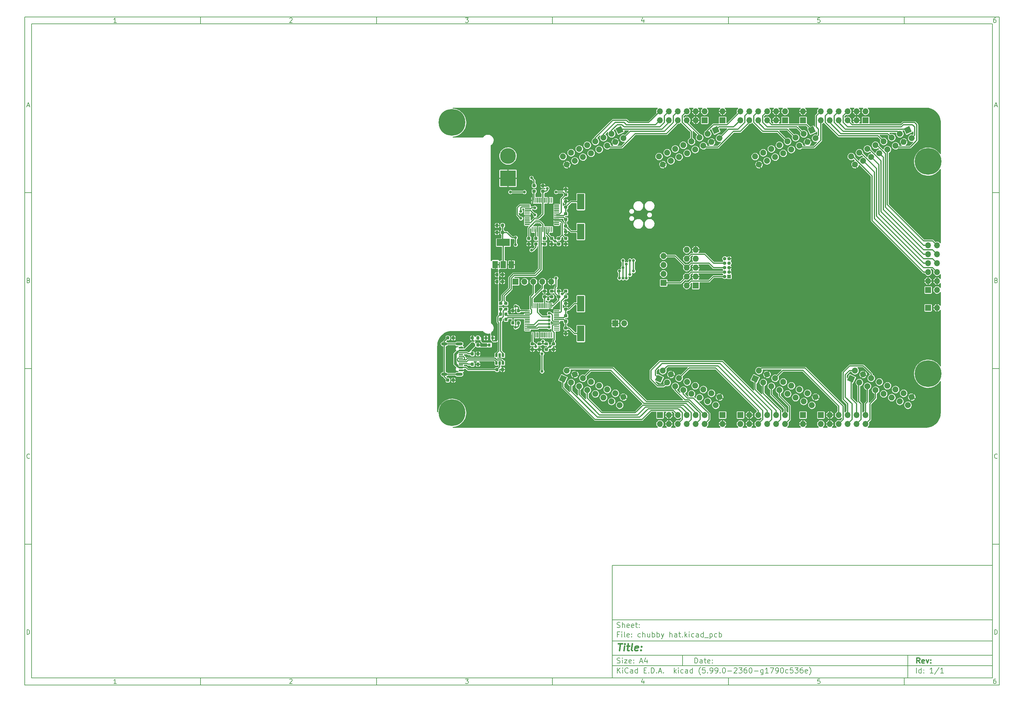
<source format=gbr>
%TF.GenerationSoftware,KiCad,Pcbnew,(5.99.0-2360-g1790c536e)*%
%TF.CreationDate,2020-08-29T16:27:00+02:00*%
%TF.ProjectId,chubby hat,63687562-6279-4206-9861-742e6b696361,rev?*%
%TF.SameCoordinates,Original*%
%TF.FileFunction,Copper,L2,Bot*%
%TF.FilePolarity,Positive*%
%FSLAX46Y46*%
G04 Gerber Fmt 4.6, Leading zero omitted, Abs format (unit mm)*
G04 Created by KiCad (PCBNEW (5.99.0-2360-g1790c536e)) date 2020-08-29 16:27:00*
%MOMM*%
%LPD*%
G01*
G04 APERTURE LIST*
%ADD10C,0.000000*%
%ADD11C,0.150000*%
%ADD12C,0.300000*%
%ADD13C,0.400000*%
%TA.AperFunction,SMDPad,CuDef*%
%ADD14R,1.500000X2.000000*%
%TD*%
%TA.AperFunction,SMDPad,CuDef*%
%ADD15R,3.800000X2.000000*%
%TD*%
%TA.AperFunction,ComponentPad*%
%ADD16O,1.700000X1.700000*%
%TD*%
%TA.AperFunction,ComponentPad*%
%ADD17R,1.700000X1.700000*%
%TD*%
%TA.AperFunction,SMDPad,CuDef*%
%ADD18R,2.000000X4.500000*%
%TD*%
%TA.AperFunction,SMDPad,CuDef*%
%ADD19R,0.800000X0.900000*%
%TD*%
%TA.AperFunction,ComponentPad*%
%ADD20O,1.727200X1.727200*%
%TD*%
%TA.AperFunction,ComponentPad*%
%ADD21R,1.727200X1.727200*%
%TD*%
%TA.AperFunction,SMDPad,CuDef*%
%ADD22R,0.650000X1.060000*%
%TD*%
%TA.AperFunction,ComponentPad*%
%ADD23O,1.000000X1.000000*%
%TD*%
%TA.AperFunction,ComponentPad*%
%ADD24R,1.000000X1.000000*%
%TD*%
%TA.AperFunction,ComponentPad*%
%ADD25O,2.000000X0.900000*%
%TD*%
%TA.AperFunction,ComponentPad*%
%ADD26O,1.700000X0.900000*%
%TD*%
%TA.AperFunction,SMDPad,CuDef*%
%ADD27R,1.160000X0.300000*%
%TD*%
%TA.AperFunction,SMDPad,CuDef*%
%ADD28R,1.160000X0.600000*%
%TD*%
%TA.AperFunction,ComponentPad*%
%ADD29C,4.500880*%
%TD*%
%TA.AperFunction,ComponentPad*%
%ADD30R,4.500880X4.500880*%
%TD*%
%TA.AperFunction,ComponentPad*%
%ADD31C,7.600000*%
%TD*%
%TA.AperFunction,ViaPad*%
%ADD32C,0.800000*%
%TD*%
%TA.AperFunction,Conductor*%
%ADD33C,0.300000*%
%TD*%
%TA.AperFunction,Conductor*%
%ADD34C,0.254000*%
%TD*%
G04 APERTURE END LIST*
D10*
D11*
X177002200Y-166007200D02*
X177002200Y-198007200D01*
X285002200Y-198007200D01*
X285002200Y-166007200D01*
X177002200Y-166007200D01*
D10*
D11*
X10000000Y-10000000D02*
X10000000Y-200007200D01*
X287002200Y-200007200D01*
X287002200Y-10000000D01*
X10000000Y-10000000D01*
D10*
D11*
X12000000Y-12000000D02*
X12000000Y-198007200D01*
X285002200Y-198007200D01*
X285002200Y-12000000D01*
X12000000Y-12000000D01*
D10*
D11*
X60000000Y-12000000D02*
X60000000Y-10000000D01*
D10*
D11*
X110000000Y-12000000D02*
X110000000Y-10000000D01*
D10*
D11*
X160000000Y-12000000D02*
X160000000Y-10000000D01*
D10*
D11*
X210000000Y-12000000D02*
X210000000Y-10000000D01*
D10*
D11*
X260000000Y-12000000D02*
X260000000Y-10000000D01*
D10*
D11*
X36065476Y-11588095D02*
X35322619Y-11588095D01*
X35694047Y-11588095D02*
X35694047Y-10288095D01*
X35570238Y-10473809D01*
X35446428Y-10597619D01*
X35322619Y-10659523D01*
D10*
D11*
X85322619Y-10411904D02*
X85384523Y-10350000D01*
X85508333Y-10288095D01*
X85817857Y-10288095D01*
X85941666Y-10350000D01*
X86003571Y-10411904D01*
X86065476Y-10535714D01*
X86065476Y-10659523D01*
X86003571Y-10845238D01*
X85260714Y-11588095D01*
X86065476Y-11588095D01*
D10*
D11*
X135260714Y-10288095D02*
X136065476Y-10288095D01*
X135632142Y-10783333D01*
X135817857Y-10783333D01*
X135941666Y-10845238D01*
X136003571Y-10907142D01*
X136065476Y-11030952D01*
X136065476Y-11340476D01*
X136003571Y-11464285D01*
X135941666Y-11526190D01*
X135817857Y-11588095D01*
X135446428Y-11588095D01*
X135322619Y-11526190D01*
X135260714Y-11464285D01*
D10*
D11*
X185941666Y-10721428D02*
X185941666Y-11588095D01*
X185632142Y-10226190D02*
X185322619Y-11154761D01*
X186127380Y-11154761D01*
D10*
D11*
X236003571Y-10288095D02*
X235384523Y-10288095D01*
X235322619Y-10907142D01*
X235384523Y-10845238D01*
X235508333Y-10783333D01*
X235817857Y-10783333D01*
X235941666Y-10845238D01*
X236003571Y-10907142D01*
X236065476Y-11030952D01*
X236065476Y-11340476D01*
X236003571Y-11464285D01*
X235941666Y-11526190D01*
X235817857Y-11588095D01*
X235508333Y-11588095D01*
X235384523Y-11526190D01*
X235322619Y-11464285D01*
D10*
D11*
X285941666Y-10288095D02*
X285694047Y-10288095D01*
X285570238Y-10350000D01*
X285508333Y-10411904D01*
X285384523Y-10597619D01*
X285322619Y-10845238D01*
X285322619Y-11340476D01*
X285384523Y-11464285D01*
X285446428Y-11526190D01*
X285570238Y-11588095D01*
X285817857Y-11588095D01*
X285941666Y-11526190D01*
X286003571Y-11464285D01*
X286065476Y-11340476D01*
X286065476Y-11030952D01*
X286003571Y-10907142D01*
X285941666Y-10845238D01*
X285817857Y-10783333D01*
X285570238Y-10783333D01*
X285446428Y-10845238D01*
X285384523Y-10907142D01*
X285322619Y-11030952D01*
D10*
D11*
X60000000Y-198007200D02*
X60000000Y-200007200D01*
D10*
D11*
X110000000Y-198007200D02*
X110000000Y-200007200D01*
D10*
D11*
X160000000Y-198007200D02*
X160000000Y-200007200D01*
D10*
D11*
X210000000Y-198007200D02*
X210000000Y-200007200D01*
D10*
D11*
X260000000Y-198007200D02*
X260000000Y-200007200D01*
D10*
D11*
X36065476Y-199595295D02*
X35322619Y-199595295D01*
X35694047Y-199595295D02*
X35694047Y-198295295D01*
X35570238Y-198481009D01*
X35446428Y-198604819D01*
X35322619Y-198666723D01*
D10*
D11*
X85322619Y-198419104D02*
X85384523Y-198357200D01*
X85508333Y-198295295D01*
X85817857Y-198295295D01*
X85941666Y-198357200D01*
X86003571Y-198419104D01*
X86065476Y-198542914D01*
X86065476Y-198666723D01*
X86003571Y-198852438D01*
X85260714Y-199595295D01*
X86065476Y-199595295D01*
D10*
D11*
X135260714Y-198295295D02*
X136065476Y-198295295D01*
X135632142Y-198790533D01*
X135817857Y-198790533D01*
X135941666Y-198852438D01*
X136003571Y-198914342D01*
X136065476Y-199038152D01*
X136065476Y-199347676D01*
X136003571Y-199471485D01*
X135941666Y-199533390D01*
X135817857Y-199595295D01*
X135446428Y-199595295D01*
X135322619Y-199533390D01*
X135260714Y-199471485D01*
D10*
D11*
X185941666Y-198728628D02*
X185941666Y-199595295D01*
X185632142Y-198233390D02*
X185322619Y-199161961D01*
X186127380Y-199161961D01*
D10*
D11*
X236003571Y-198295295D02*
X235384523Y-198295295D01*
X235322619Y-198914342D01*
X235384523Y-198852438D01*
X235508333Y-198790533D01*
X235817857Y-198790533D01*
X235941666Y-198852438D01*
X236003571Y-198914342D01*
X236065476Y-199038152D01*
X236065476Y-199347676D01*
X236003571Y-199471485D01*
X235941666Y-199533390D01*
X235817857Y-199595295D01*
X235508333Y-199595295D01*
X235384523Y-199533390D01*
X235322619Y-199471485D01*
D10*
D11*
X285941666Y-198295295D02*
X285694047Y-198295295D01*
X285570238Y-198357200D01*
X285508333Y-198419104D01*
X285384523Y-198604819D01*
X285322619Y-198852438D01*
X285322619Y-199347676D01*
X285384523Y-199471485D01*
X285446428Y-199533390D01*
X285570238Y-199595295D01*
X285817857Y-199595295D01*
X285941666Y-199533390D01*
X286003571Y-199471485D01*
X286065476Y-199347676D01*
X286065476Y-199038152D01*
X286003571Y-198914342D01*
X285941666Y-198852438D01*
X285817857Y-198790533D01*
X285570238Y-198790533D01*
X285446428Y-198852438D01*
X285384523Y-198914342D01*
X285322619Y-199038152D01*
D10*
D11*
X10000000Y-60000000D02*
X12000000Y-60000000D01*
D10*
D11*
X10000000Y-110000000D02*
X12000000Y-110000000D01*
D10*
D11*
X10000000Y-160000000D02*
X12000000Y-160000000D01*
D10*
D11*
X10690476Y-35216666D02*
X11309523Y-35216666D01*
X10566666Y-35588095D02*
X11000000Y-34288095D01*
X11433333Y-35588095D01*
D10*
D11*
X11092857Y-84907142D02*
X11278571Y-84969047D01*
X11340476Y-85030952D01*
X11402380Y-85154761D01*
X11402380Y-85340476D01*
X11340476Y-85464285D01*
X11278571Y-85526190D01*
X11154761Y-85588095D01*
X10659523Y-85588095D01*
X10659523Y-84288095D01*
X11092857Y-84288095D01*
X11216666Y-84350000D01*
X11278571Y-84411904D01*
X11340476Y-84535714D01*
X11340476Y-84659523D01*
X11278571Y-84783333D01*
X11216666Y-84845238D01*
X11092857Y-84907142D01*
X10659523Y-84907142D01*
D10*
D11*
X11402380Y-135464285D02*
X11340476Y-135526190D01*
X11154761Y-135588095D01*
X11030952Y-135588095D01*
X10845238Y-135526190D01*
X10721428Y-135402380D01*
X10659523Y-135278571D01*
X10597619Y-135030952D01*
X10597619Y-134845238D01*
X10659523Y-134597619D01*
X10721428Y-134473809D01*
X10845238Y-134350000D01*
X11030952Y-134288095D01*
X11154761Y-134288095D01*
X11340476Y-134350000D01*
X11402380Y-134411904D01*
D10*
D11*
X10659523Y-185588095D02*
X10659523Y-184288095D01*
X10969047Y-184288095D01*
X11154761Y-184350000D01*
X11278571Y-184473809D01*
X11340476Y-184597619D01*
X11402380Y-184845238D01*
X11402380Y-185030952D01*
X11340476Y-185278571D01*
X11278571Y-185402380D01*
X11154761Y-185526190D01*
X10969047Y-185588095D01*
X10659523Y-185588095D01*
D10*
D11*
X287002200Y-60000000D02*
X285002200Y-60000000D01*
D10*
D11*
X287002200Y-110000000D02*
X285002200Y-110000000D01*
D10*
D11*
X287002200Y-160000000D02*
X285002200Y-160000000D01*
D10*
D11*
X285692676Y-35216666D02*
X286311723Y-35216666D01*
X285568866Y-35588095D02*
X286002200Y-34288095D01*
X286435533Y-35588095D01*
D10*
D11*
X286095057Y-84907142D02*
X286280771Y-84969047D01*
X286342676Y-85030952D01*
X286404580Y-85154761D01*
X286404580Y-85340476D01*
X286342676Y-85464285D01*
X286280771Y-85526190D01*
X286156961Y-85588095D01*
X285661723Y-85588095D01*
X285661723Y-84288095D01*
X286095057Y-84288095D01*
X286218866Y-84350000D01*
X286280771Y-84411904D01*
X286342676Y-84535714D01*
X286342676Y-84659523D01*
X286280771Y-84783333D01*
X286218866Y-84845238D01*
X286095057Y-84907142D01*
X285661723Y-84907142D01*
D10*
D11*
X286404580Y-135464285D02*
X286342676Y-135526190D01*
X286156961Y-135588095D01*
X286033152Y-135588095D01*
X285847438Y-135526190D01*
X285723628Y-135402380D01*
X285661723Y-135278571D01*
X285599819Y-135030952D01*
X285599819Y-134845238D01*
X285661723Y-134597619D01*
X285723628Y-134473809D01*
X285847438Y-134350000D01*
X286033152Y-134288095D01*
X286156961Y-134288095D01*
X286342676Y-134350000D01*
X286404580Y-134411904D01*
D10*
D11*
X285661723Y-185588095D02*
X285661723Y-184288095D01*
X285971247Y-184288095D01*
X286156961Y-184350000D01*
X286280771Y-184473809D01*
X286342676Y-184597619D01*
X286404580Y-184845238D01*
X286404580Y-185030952D01*
X286342676Y-185278571D01*
X286280771Y-185402380D01*
X286156961Y-185526190D01*
X285971247Y-185588095D01*
X285661723Y-185588095D01*
D10*
D11*
X200434342Y-193785771D02*
X200434342Y-192285771D01*
X200791485Y-192285771D01*
X201005771Y-192357200D01*
X201148628Y-192500057D01*
X201220057Y-192642914D01*
X201291485Y-192928628D01*
X201291485Y-193142914D01*
X201220057Y-193428628D01*
X201148628Y-193571485D01*
X201005771Y-193714342D01*
X200791485Y-193785771D01*
X200434342Y-193785771D01*
X202577200Y-193785771D02*
X202577200Y-193000057D01*
X202505771Y-192857200D01*
X202362914Y-192785771D01*
X202077200Y-192785771D01*
X201934342Y-192857200D01*
X202577200Y-193714342D02*
X202434342Y-193785771D01*
X202077200Y-193785771D01*
X201934342Y-193714342D01*
X201862914Y-193571485D01*
X201862914Y-193428628D01*
X201934342Y-193285771D01*
X202077200Y-193214342D01*
X202434342Y-193214342D01*
X202577200Y-193142914D01*
X203077200Y-192785771D02*
X203648628Y-192785771D01*
X203291485Y-192285771D02*
X203291485Y-193571485D01*
X203362914Y-193714342D01*
X203505771Y-193785771D01*
X203648628Y-193785771D01*
X204720057Y-193714342D02*
X204577200Y-193785771D01*
X204291485Y-193785771D01*
X204148628Y-193714342D01*
X204077200Y-193571485D01*
X204077200Y-193000057D01*
X204148628Y-192857200D01*
X204291485Y-192785771D01*
X204577200Y-192785771D01*
X204720057Y-192857200D01*
X204791485Y-193000057D01*
X204791485Y-193142914D01*
X204077200Y-193285771D01*
X205434342Y-193642914D02*
X205505771Y-193714342D01*
X205434342Y-193785771D01*
X205362914Y-193714342D01*
X205434342Y-193642914D01*
X205434342Y-193785771D01*
X205434342Y-192857200D02*
X205505771Y-192928628D01*
X205434342Y-193000057D01*
X205362914Y-192928628D01*
X205434342Y-192857200D01*
X205434342Y-193000057D01*
D10*
D11*
X177002200Y-194507200D02*
X285002200Y-194507200D01*
D10*
D11*
X178434342Y-196585771D02*
X178434342Y-195085771D01*
X179291485Y-196585771D02*
X178648628Y-195728628D01*
X179291485Y-195085771D02*
X178434342Y-195942914D01*
X179934342Y-196585771D02*
X179934342Y-195585771D01*
X179934342Y-195085771D02*
X179862914Y-195157200D01*
X179934342Y-195228628D01*
X180005771Y-195157200D01*
X179934342Y-195085771D01*
X179934342Y-195228628D01*
X181505771Y-196442914D02*
X181434342Y-196514342D01*
X181220057Y-196585771D01*
X181077200Y-196585771D01*
X180862914Y-196514342D01*
X180720057Y-196371485D01*
X180648628Y-196228628D01*
X180577200Y-195942914D01*
X180577200Y-195728628D01*
X180648628Y-195442914D01*
X180720057Y-195300057D01*
X180862914Y-195157200D01*
X181077200Y-195085771D01*
X181220057Y-195085771D01*
X181434342Y-195157200D01*
X181505771Y-195228628D01*
X182791485Y-196585771D02*
X182791485Y-195800057D01*
X182720057Y-195657200D01*
X182577200Y-195585771D01*
X182291485Y-195585771D01*
X182148628Y-195657200D01*
X182791485Y-196514342D02*
X182648628Y-196585771D01*
X182291485Y-196585771D01*
X182148628Y-196514342D01*
X182077200Y-196371485D01*
X182077200Y-196228628D01*
X182148628Y-196085771D01*
X182291485Y-196014342D01*
X182648628Y-196014342D01*
X182791485Y-195942914D01*
X184148628Y-196585771D02*
X184148628Y-195085771D01*
X184148628Y-196514342D02*
X184005771Y-196585771D01*
X183720057Y-196585771D01*
X183577200Y-196514342D01*
X183505771Y-196442914D01*
X183434342Y-196300057D01*
X183434342Y-195871485D01*
X183505771Y-195728628D01*
X183577200Y-195657200D01*
X183720057Y-195585771D01*
X184005771Y-195585771D01*
X184148628Y-195657200D01*
X186005771Y-195800057D02*
X186505771Y-195800057D01*
X186720057Y-196585771D02*
X186005771Y-196585771D01*
X186005771Y-195085771D01*
X186720057Y-195085771D01*
X187362914Y-196442914D02*
X187434342Y-196514342D01*
X187362914Y-196585771D01*
X187291485Y-196514342D01*
X187362914Y-196442914D01*
X187362914Y-196585771D01*
X188077200Y-196585771D02*
X188077200Y-195085771D01*
X188434342Y-195085771D01*
X188648628Y-195157200D01*
X188791485Y-195300057D01*
X188862914Y-195442914D01*
X188934342Y-195728628D01*
X188934342Y-195942914D01*
X188862914Y-196228628D01*
X188791485Y-196371485D01*
X188648628Y-196514342D01*
X188434342Y-196585771D01*
X188077200Y-196585771D01*
X189577200Y-196442914D02*
X189648628Y-196514342D01*
X189577200Y-196585771D01*
X189505771Y-196514342D01*
X189577200Y-196442914D01*
X189577200Y-196585771D01*
X190220057Y-196157200D02*
X190934342Y-196157200D01*
X190077200Y-196585771D02*
X190577200Y-195085771D01*
X191077200Y-196585771D01*
X191577200Y-196442914D02*
X191648628Y-196514342D01*
X191577200Y-196585771D01*
X191505771Y-196514342D01*
X191577200Y-196442914D01*
X191577200Y-196585771D01*
X194577200Y-196585771D02*
X194577200Y-195085771D01*
X194720057Y-196014342D02*
X195148628Y-196585771D01*
X195148628Y-195585771D02*
X194577200Y-196157200D01*
X195791485Y-196585771D02*
X195791485Y-195585771D01*
X195791485Y-195085771D02*
X195720057Y-195157200D01*
X195791485Y-195228628D01*
X195862914Y-195157200D01*
X195791485Y-195085771D01*
X195791485Y-195228628D01*
X197148628Y-196514342D02*
X197005771Y-196585771D01*
X196720057Y-196585771D01*
X196577200Y-196514342D01*
X196505771Y-196442914D01*
X196434342Y-196300057D01*
X196434342Y-195871485D01*
X196505771Y-195728628D01*
X196577200Y-195657200D01*
X196720057Y-195585771D01*
X197005771Y-195585771D01*
X197148628Y-195657200D01*
X198434342Y-196585771D02*
X198434342Y-195800057D01*
X198362914Y-195657200D01*
X198220057Y-195585771D01*
X197934342Y-195585771D01*
X197791485Y-195657200D01*
X198434342Y-196514342D02*
X198291485Y-196585771D01*
X197934342Y-196585771D01*
X197791485Y-196514342D01*
X197720057Y-196371485D01*
X197720057Y-196228628D01*
X197791485Y-196085771D01*
X197934342Y-196014342D01*
X198291485Y-196014342D01*
X198434342Y-195942914D01*
X199791485Y-196585771D02*
X199791485Y-195085771D01*
X199791485Y-196514342D02*
X199648628Y-196585771D01*
X199362914Y-196585771D01*
X199220057Y-196514342D01*
X199148628Y-196442914D01*
X199077200Y-196300057D01*
X199077200Y-195871485D01*
X199148628Y-195728628D01*
X199220057Y-195657200D01*
X199362914Y-195585771D01*
X199648628Y-195585771D01*
X199791485Y-195657200D01*
X202077200Y-197157200D02*
X202005771Y-197085771D01*
X201862914Y-196871485D01*
X201791485Y-196728628D01*
X201720057Y-196514342D01*
X201648628Y-196157200D01*
X201648628Y-195871485D01*
X201720057Y-195514342D01*
X201791485Y-195300057D01*
X201862914Y-195157200D01*
X202005771Y-194942914D01*
X202077200Y-194871485D01*
X203362914Y-195085771D02*
X202648628Y-195085771D01*
X202577200Y-195800057D01*
X202648628Y-195728628D01*
X202791485Y-195657200D01*
X203148628Y-195657200D01*
X203291485Y-195728628D01*
X203362914Y-195800057D01*
X203434342Y-195942914D01*
X203434342Y-196300057D01*
X203362914Y-196442914D01*
X203291485Y-196514342D01*
X203148628Y-196585771D01*
X202791485Y-196585771D01*
X202648628Y-196514342D01*
X202577200Y-196442914D01*
X204077200Y-196442914D02*
X204148628Y-196514342D01*
X204077200Y-196585771D01*
X204005771Y-196514342D01*
X204077200Y-196442914D01*
X204077200Y-196585771D01*
X204862914Y-196585771D02*
X205148628Y-196585771D01*
X205291485Y-196514342D01*
X205362914Y-196442914D01*
X205505771Y-196228628D01*
X205577200Y-195942914D01*
X205577200Y-195371485D01*
X205505771Y-195228628D01*
X205434342Y-195157200D01*
X205291485Y-195085771D01*
X205005771Y-195085771D01*
X204862914Y-195157200D01*
X204791485Y-195228628D01*
X204720057Y-195371485D01*
X204720057Y-195728628D01*
X204791485Y-195871485D01*
X204862914Y-195942914D01*
X205005771Y-196014342D01*
X205291485Y-196014342D01*
X205434342Y-195942914D01*
X205505771Y-195871485D01*
X205577200Y-195728628D01*
X206291485Y-196585771D02*
X206577200Y-196585771D01*
X206720057Y-196514342D01*
X206791485Y-196442914D01*
X206934342Y-196228628D01*
X207005771Y-195942914D01*
X207005771Y-195371485D01*
X206934342Y-195228628D01*
X206862914Y-195157200D01*
X206720057Y-195085771D01*
X206434342Y-195085771D01*
X206291485Y-195157200D01*
X206220057Y-195228628D01*
X206148628Y-195371485D01*
X206148628Y-195728628D01*
X206220057Y-195871485D01*
X206291485Y-195942914D01*
X206434342Y-196014342D01*
X206720057Y-196014342D01*
X206862914Y-195942914D01*
X206934342Y-195871485D01*
X207005771Y-195728628D01*
X207648628Y-196442914D02*
X207720057Y-196514342D01*
X207648628Y-196585771D01*
X207577200Y-196514342D01*
X207648628Y-196442914D01*
X207648628Y-196585771D01*
X208648628Y-195085771D02*
X208791485Y-195085771D01*
X208934342Y-195157200D01*
X209005771Y-195228628D01*
X209077200Y-195371485D01*
X209148628Y-195657200D01*
X209148628Y-196014342D01*
X209077200Y-196300057D01*
X209005771Y-196442914D01*
X208934342Y-196514342D01*
X208791485Y-196585771D01*
X208648628Y-196585771D01*
X208505771Y-196514342D01*
X208434342Y-196442914D01*
X208362914Y-196300057D01*
X208291485Y-196014342D01*
X208291485Y-195657200D01*
X208362914Y-195371485D01*
X208434342Y-195228628D01*
X208505771Y-195157200D01*
X208648628Y-195085771D01*
X209791485Y-196014342D02*
X210934342Y-196014342D01*
X211577200Y-195228628D02*
X211648628Y-195157200D01*
X211791485Y-195085771D01*
X212148628Y-195085771D01*
X212291485Y-195157200D01*
X212362914Y-195228628D01*
X212434342Y-195371485D01*
X212434342Y-195514342D01*
X212362914Y-195728628D01*
X211505771Y-196585771D01*
X212434342Y-196585771D01*
X212934342Y-195085771D02*
X213862914Y-195085771D01*
X213362914Y-195657200D01*
X213577200Y-195657200D01*
X213720057Y-195728628D01*
X213791485Y-195800057D01*
X213862914Y-195942914D01*
X213862914Y-196300057D01*
X213791485Y-196442914D01*
X213720057Y-196514342D01*
X213577200Y-196585771D01*
X213148628Y-196585771D01*
X213005771Y-196514342D01*
X212934342Y-196442914D01*
X215148628Y-195085771D02*
X214862914Y-195085771D01*
X214720057Y-195157200D01*
X214648628Y-195228628D01*
X214505771Y-195442914D01*
X214434342Y-195728628D01*
X214434342Y-196300057D01*
X214505771Y-196442914D01*
X214577200Y-196514342D01*
X214720057Y-196585771D01*
X215005771Y-196585771D01*
X215148628Y-196514342D01*
X215220057Y-196442914D01*
X215291485Y-196300057D01*
X215291485Y-195942914D01*
X215220057Y-195800057D01*
X215148628Y-195728628D01*
X215005771Y-195657200D01*
X214720057Y-195657200D01*
X214577200Y-195728628D01*
X214505771Y-195800057D01*
X214434342Y-195942914D01*
X216220057Y-195085771D02*
X216362914Y-195085771D01*
X216505771Y-195157200D01*
X216577200Y-195228628D01*
X216648628Y-195371485D01*
X216720057Y-195657200D01*
X216720057Y-196014342D01*
X216648628Y-196300057D01*
X216577200Y-196442914D01*
X216505771Y-196514342D01*
X216362914Y-196585771D01*
X216220057Y-196585771D01*
X216077200Y-196514342D01*
X216005771Y-196442914D01*
X215934342Y-196300057D01*
X215862914Y-196014342D01*
X215862914Y-195657200D01*
X215934342Y-195371485D01*
X216005771Y-195228628D01*
X216077200Y-195157200D01*
X216220057Y-195085771D01*
X217362914Y-196014342D02*
X218505771Y-196014342D01*
X219862914Y-195585771D02*
X219862914Y-196800057D01*
X219791485Y-196942914D01*
X219720057Y-197014342D01*
X219577200Y-197085771D01*
X219362914Y-197085771D01*
X219220057Y-197014342D01*
X219862914Y-196514342D02*
X219720057Y-196585771D01*
X219434342Y-196585771D01*
X219291485Y-196514342D01*
X219220057Y-196442914D01*
X219148628Y-196300057D01*
X219148628Y-195871485D01*
X219220057Y-195728628D01*
X219291485Y-195657200D01*
X219434342Y-195585771D01*
X219720057Y-195585771D01*
X219862914Y-195657200D01*
X221362914Y-196585771D02*
X220505771Y-196585771D01*
X220934342Y-196585771D02*
X220934342Y-195085771D01*
X220791485Y-195300057D01*
X220648628Y-195442914D01*
X220505771Y-195514342D01*
X221862914Y-195085771D02*
X222862914Y-195085771D01*
X222220057Y-196585771D01*
X223505771Y-196585771D02*
X223791485Y-196585771D01*
X223934342Y-196514342D01*
X224005771Y-196442914D01*
X224148628Y-196228628D01*
X224220057Y-195942914D01*
X224220057Y-195371485D01*
X224148628Y-195228628D01*
X224077200Y-195157200D01*
X223934342Y-195085771D01*
X223648628Y-195085771D01*
X223505771Y-195157200D01*
X223434342Y-195228628D01*
X223362914Y-195371485D01*
X223362914Y-195728628D01*
X223434342Y-195871485D01*
X223505771Y-195942914D01*
X223648628Y-196014342D01*
X223934342Y-196014342D01*
X224077200Y-195942914D01*
X224148628Y-195871485D01*
X224220057Y-195728628D01*
X225148628Y-195085771D02*
X225291485Y-195085771D01*
X225434342Y-195157200D01*
X225505771Y-195228628D01*
X225577200Y-195371485D01*
X225648628Y-195657200D01*
X225648628Y-196014342D01*
X225577200Y-196300057D01*
X225505771Y-196442914D01*
X225434342Y-196514342D01*
X225291485Y-196585771D01*
X225148628Y-196585771D01*
X225005771Y-196514342D01*
X224934342Y-196442914D01*
X224862914Y-196300057D01*
X224791485Y-196014342D01*
X224791485Y-195657200D01*
X224862914Y-195371485D01*
X224934342Y-195228628D01*
X225005771Y-195157200D01*
X225148628Y-195085771D01*
X226934342Y-196514342D02*
X226791485Y-196585771D01*
X226505771Y-196585771D01*
X226362914Y-196514342D01*
X226291485Y-196442914D01*
X226220057Y-196300057D01*
X226220057Y-195871485D01*
X226291485Y-195728628D01*
X226362914Y-195657200D01*
X226505771Y-195585771D01*
X226791485Y-195585771D01*
X226934342Y-195657200D01*
X228291485Y-195085771D02*
X227577199Y-195085771D01*
X227505771Y-195800057D01*
X227577199Y-195728628D01*
X227720057Y-195657200D01*
X228077199Y-195657200D01*
X228220057Y-195728628D01*
X228291485Y-195800057D01*
X228362914Y-195942914D01*
X228362914Y-196300057D01*
X228291485Y-196442914D01*
X228220057Y-196514342D01*
X228077199Y-196585771D01*
X227720057Y-196585771D01*
X227577199Y-196514342D01*
X227505771Y-196442914D01*
X228862914Y-195085771D02*
X229791485Y-195085771D01*
X229291485Y-195657200D01*
X229505771Y-195657200D01*
X229648628Y-195728628D01*
X229720057Y-195800057D01*
X229791485Y-195942914D01*
X229791485Y-196300057D01*
X229720057Y-196442914D01*
X229648628Y-196514342D01*
X229505771Y-196585771D01*
X229077199Y-196585771D01*
X228934342Y-196514342D01*
X228862914Y-196442914D01*
X231077199Y-195085771D02*
X230791485Y-195085771D01*
X230648628Y-195157200D01*
X230577199Y-195228628D01*
X230434342Y-195442914D01*
X230362914Y-195728628D01*
X230362914Y-196300057D01*
X230434342Y-196442914D01*
X230505771Y-196514342D01*
X230648628Y-196585771D01*
X230934342Y-196585771D01*
X231077199Y-196514342D01*
X231148628Y-196442914D01*
X231220057Y-196300057D01*
X231220057Y-195942914D01*
X231148628Y-195800057D01*
X231077199Y-195728628D01*
X230934342Y-195657200D01*
X230648628Y-195657200D01*
X230505771Y-195728628D01*
X230434342Y-195800057D01*
X230362914Y-195942914D01*
X232434342Y-196514342D02*
X232291485Y-196585771D01*
X232005771Y-196585771D01*
X231862914Y-196514342D01*
X231791485Y-196371485D01*
X231791485Y-195800057D01*
X231862914Y-195657200D01*
X232005771Y-195585771D01*
X232291485Y-195585771D01*
X232434342Y-195657200D01*
X232505771Y-195800057D01*
X232505771Y-195942914D01*
X231791485Y-196085771D01*
X233005771Y-197157200D02*
X233077199Y-197085771D01*
X233220057Y-196871485D01*
X233291485Y-196728628D01*
X233362914Y-196514342D01*
X233434342Y-196157200D01*
X233434342Y-195871485D01*
X233362914Y-195514342D01*
X233291485Y-195300057D01*
X233220057Y-195157200D01*
X233077199Y-194942914D01*
X233005771Y-194871485D01*
D10*
D11*
X177002200Y-191507200D02*
X285002200Y-191507200D01*
D10*
D12*
X264411485Y-193785771D02*
X263911485Y-193071485D01*
X263554342Y-193785771D02*
X263554342Y-192285771D01*
X264125771Y-192285771D01*
X264268628Y-192357200D01*
X264340057Y-192428628D01*
X264411485Y-192571485D01*
X264411485Y-192785771D01*
X264340057Y-192928628D01*
X264268628Y-193000057D01*
X264125771Y-193071485D01*
X263554342Y-193071485D01*
X265625771Y-193714342D02*
X265482914Y-193785771D01*
X265197200Y-193785771D01*
X265054342Y-193714342D01*
X264982914Y-193571485D01*
X264982914Y-193000057D01*
X265054342Y-192857200D01*
X265197200Y-192785771D01*
X265482914Y-192785771D01*
X265625771Y-192857200D01*
X265697200Y-193000057D01*
X265697200Y-193142914D01*
X264982914Y-193285771D01*
X266197200Y-192785771D02*
X266554342Y-193785771D01*
X266911485Y-192785771D01*
X267482914Y-193642914D02*
X267554342Y-193714342D01*
X267482914Y-193785771D01*
X267411485Y-193714342D01*
X267482914Y-193642914D01*
X267482914Y-193785771D01*
X267482914Y-192857200D02*
X267554342Y-192928628D01*
X267482914Y-193000057D01*
X267411485Y-192928628D01*
X267482914Y-192857200D01*
X267482914Y-193000057D01*
D10*
D11*
X178362914Y-193714342D02*
X178577200Y-193785771D01*
X178934342Y-193785771D01*
X179077200Y-193714342D01*
X179148628Y-193642914D01*
X179220057Y-193500057D01*
X179220057Y-193357200D01*
X179148628Y-193214342D01*
X179077200Y-193142914D01*
X178934342Y-193071485D01*
X178648628Y-193000057D01*
X178505771Y-192928628D01*
X178434342Y-192857200D01*
X178362914Y-192714342D01*
X178362914Y-192571485D01*
X178434342Y-192428628D01*
X178505771Y-192357200D01*
X178648628Y-192285771D01*
X179005771Y-192285771D01*
X179220057Y-192357200D01*
X179862914Y-193785771D02*
X179862914Y-192785771D01*
X179862914Y-192285771D02*
X179791485Y-192357200D01*
X179862914Y-192428628D01*
X179934342Y-192357200D01*
X179862914Y-192285771D01*
X179862914Y-192428628D01*
X180434342Y-192785771D02*
X181220057Y-192785771D01*
X180434342Y-193785771D01*
X181220057Y-193785771D01*
X182362914Y-193714342D02*
X182220057Y-193785771D01*
X181934342Y-193785771D01*
X181791485Y-193714342D01*
X181720057Y-193571485D01*
X181720057Y-193000057D01*
X181791485Y-192857200D01*
X181934342Y-192785771D01*
X182220057Y-192785771D01*
X182362914Y-192857200D01*
X182434342Y-193000057D01*
X182434342Y-193142914D01*
X181720057Y-193285771D01*
X183077200Y-193642914D02*
X183148628Y-193714342D01*
X183077200Y-193785771D01*
X183005771Y-193714342D01*
X183077200Y-193642914D01*
X183077200Y-193785771D01*
X183077200Y-192857200D02*
X183148628Y-192928628D01*
X183077200Y-193000057D01*
X183005771Y-192928628D01*
X183077200Y-192857200D01*
X183077200Y-193000057D01*
X184862914Y-193357200D02*
X185577200Y-193357200D01*
X184720057Y-193785771D02*
X185220057Y-192285771D01*
X185720057Y-193785771D01*
X186862914Y-192785771D02*
X186862914Y-193785771D01*
X186505771Y-192214342D02*
X186148628Y-193285771D01*
X187077200Y-193285771D01*
D10*
D11*
X263434342Y-196585771D02*
X263434342Y-195085771D01*
X264791485Y-196585771D02*
X264791485Y-195085771D01*
X264791485Y-196514342D02*
X264648628Y-196585771D01*
X264362914Y-196585771D01*
X264220057Y-196514342D01*
X264148628Y-196442914D01*
X264077200Y-196300057D01*
X264077200Y-195871485D01*
X264148628Y-195728628D01*
X264220057Y-195657200D01*
X264362914Y-195585771D01*
X264648628Y-195585771D01*
X264791485Y-195657200D01*
X265505771Y-196442914D02*
X265577200Y-196514342D01*
X265505771Y-196585771D01*
X265434342Y-196514342D01*
X265505771Y-196442914D01*
X265505771Y-196585771D01*
X265505771Y-195657200D02*
X265577200Y-195728628D01*
X265505771Y-195800057D01*
X265434342Y-195728628D01*
X265505771Y-195657200D01*
X265505771Y-195800057D01*
X268148628Y-196585771D02*
X267291485Y-196585771D01*
X267720057Y-196585771D02*
X267720057Y-195085771D01*
X267577200Y-195300057D01*
X267434342Y-195442914D01*
X267291485Y-195514342D01*
X269862914Y-195014342D02*
X268577200Y-196942914D01*
X271148628Y-196585771D02*
X270291485Y-196585771D01*
X270720057Y-196585771D02*
X270720057Y-195085771D01*
X270577200Y-195300057D01*
X270434342Y-195442914D01*
X270291485Y-195514342D01*
D10*
D11*
X177002200Y-187507200D02*
X285002200Y-187507200D01*
D10*
D13*
X178714580Y-188211961D02*
X179857438Y-188211961D01*
X179036009Y-190211961D02*
X179286009Y-188211961D01*
X180274104Y-190211961D02*
X180440771Y-188878628D01*
X180524104Y-188211961D02*
X180416961Y-188307200D01*
X180500295Y-188402438D01*
X180607438Y-188307200D01*
X180524104Y-188211961D01*
X180500295Y-188402438D01*
X181107438Y-188878628D02*
X181869342Y-188878628D01*
X181476485Y-188211961D02*
X181262200Y-189926247D01*
X181333628Y-190116723D01*
X181512200Y-190211961D01*
X181702676Y-190211961D01*
X182655057Y-190211961D02*
X182476485Y-190116723D01*
X182405057Y-189926247D01*
X182619342Y-188211961D01*
X184190771Y-190116723D02*
X183988390Y-190211961D01*
X183607438Y-190211961D01*
X183428866Y-190116723D01*
X183357438Y-189926247D01*
X183452676Y-189164342D01*
X183571723Y-188973866D01*
X183774104Y-188878628D01*
X184155057Y-188878628D01*
X184333628Y-188973866D01*
X184405057Y-189164342D01*
X184381247Y-189354819D01*
X183405057Y-189545295D01*
X185155057Y-190021485D02*
X185238390Y-190116723D01*
X185131247Y-190211961D01*
X185047914Y-190116723D01*
X185155057Y-190021485D01*
X185131247Y-190211961D01*
X185286009Y-188973866D02*
X185369342Y-189069104D01*
X185262200Y-189164342D01*
X185178866Y-189069104D01*
X185286009Y-188973866D01*
X185262200Y-189164342D01*
D10*
D11*
X178934342Y-185600057D02*
X178434342Y-185600057D01*
X178434342Y-186385771D02*
X178434342Y-184885771D01*
X179148628Y-184885771D01*
X179720057Y-186385771D02*
X179720057Y-185385771D01*
X179720057Y-184885771D02*
X179648628Y-184957200D01*
X179720057Y-185028628D01*
X179791485Y-184957200D01*
X179720057Y-184885771D01*
X179720057Y-185028628D01*
X180648628Y-186385771D02*
X180505771Y-186314342D01*
X180434342Y-186171485D01*
X180434342Y-184885771D01*
X181791485Y-186314342D02*
X181648628Y-186385771D01*
X181362914Y-186385771D01*
X181220057Y-186314342D01*
X181148628Y-186171485D01*
X181148628Y-185600057D01*
X181220057Y-185457200D01*
X181362914Y-185385771D01*
X181648628Y-185385771D01*
X181791485Y-185457200D01*
X181862914Y-185600057D01*
X181862914Y-185742914D01*
X181148628Y-185885771D01*
X182505771Y-186242914D02*
X182577200Y-186314342D01*
X182505771Y-186385771D01*
X182434342Y-186314342D01*
X182505771Y-186242914D01*
X182505771Y-186385771D01*
X182505771Y-185457200D02*
X182577200Y-185528628D01*
X182505771Y-185600057D01*
X182434342Y-185528628D01*
X182505771Y-185457200D01*
X182505771Y-185600057D01*
X185005771Y-186314342D02*
X184862914Y-186385771D01*
X184577200Y-186385771D01*
X184434342Y-186314342D01*
X184362914Y-186242914D01*
X184291485Y-186100057D01*
X184291485Y-185671485D01*
X184362914Y-185528628D01*
X184434342Y-185457200D01*
X184577200Y-185385771D01*
X184862914Y-185385771D01*
X185005771Y-185457200D01*
X185648628Y-186385771D02*
X185648628Y-184885771D01*
X186291485Y-186385771D02*
X186291485Y-185600057D01*
X186220057Y-185457200D01*
X186077200Y-185385771D01*
X185862914Y-185385771D01*
X185720057Y-185457200D01*
X185648628Y-185528628D01*
X187648628Y-185385771D02*
X187648628Y-186385771D01*
X187005771Y-185385771D02*
X187005771Y-186171485D01*
X187077200Y-186314342D01*
X187220057Y-186385771D01*
X187434342Y-186385771D01*
X187577200Y-186314342D01*
X187648628Y-186242914D01*
X188362914Y-186385771D02*
X188362914Y-184885771D01*
X188362914Y-185457200D02*
X188505771Y-185385771D01*
X188791485Y-185385771D01*
X188934342Y-185457200D01*
X189005771Y-185528628D01*
X189077200Y-185671485D01*
X189077200Y-186100057D01*
X189005771Y-186242914D01*
X188934342Y-186314342D01*
X188791485Y-186385771D01*
X188505771Y-186385771D01*
X188362914Y-186314342D01*
X189720057Y-186385771D02*
X189720057Y-184885771D01*
X189720057Y-185457200D02*
X189862914Y-185385771D01*
X190148628Y-185385771D01*
X190291485Y-185457200D01*
X190362914Y-185528628D01*
X190434342Y-185671485D01*
X190434342Y-186100057D01*
X190362914Y-186242914D01*
X190291485Y-186314342D01*
X190148628Y-186385771D01*
X189862914Y-186385771D01*
X189720057Y-186314342D01*
X190934342Y-185385771D02*
X191291485Y-186385771D01*
X191648628Y-185385771D02*
X191291485Y-186385771D01*
X191148628Y-186742914D01*
X191077200Y-186814342D01*
X190934342Y-186885771D01*
X193362914Y-186385771D02*
X193362914Y-184885771D01*
X194005771Y-186385771D02*
X194005771Y-185600057D01*
X193934342Y-185457200D01*
X193791485Y-185385771D01*
X193577200Y-185385771D01*
X193434342Y-185457200D01*
X193362914Y-185528628D01*
X195362914Y-186385771D02*
X195362914Y-185600057D01*
X195291485Y-185457200D01*
X195148628Y-185385771D01*
X194862914Y-185385771D01*
X194720057Y-185457200D01*
X195362914Y-186314342D02*
X195220057Y-186385771D01*
X194862914Y-186385771D01*
X194720057Y-186314342D01*
X194648628Y-186171485D01*
X194648628Y-186028628D01*
X194720057Y-185885771D01*
X194862914Y-185814342D01*
X195220057Y-185814342D01*
X195362914Y-185742914D01*
X195862914Y-185385771D02*
X196434342Y-185385771D01*
X196077200Y-184885771D02*
X196077200Y-186171485D01*
X196148628Y-186314342D01*
X196291485Y-186385771D01*
X196434342Y-186385771D01*
X196934342Y-186242914D02*
X197005771Y-186314342D01*
X196934342Y-186385771D01*
X196862914Y-186314342D01*
X196934342Y-186242914D01*
X196934342Y-186385771D01*
X197648628Y-186385771D02*
X197648628Y-184885771D01*
X197791485Y-185814342D02*
X198220057Y-186385771D01*
X198220057Y-185385771D02*
X197648628Y-185957200D01*
X198862914Y-186385771D02*
X198862914Y-185385771D01*
X198862914Y-184885771D02*
X198791485Y-184957200D01*
X198862914Y-185028628D01*
X198934342Y-184957200D01*
X198862914Y-184885771D01*
X198862914Y-185028628D01*
X200220057Y-186314342D02*
X200077200Y-186385771D01*
X199791485Y-186385771D01*
X199648628Y-186314342D01*
X199577200Y-186242914D01*
X199505771Y-186100057D01*
X199505771Y-185671485D01*
X199577200Y-185528628D01*
X199648628Y-185457200D01*
X199791485Y-185385771D01*
X200077200Y-185385771D01*
X200220057Y-185457200D01*
X201505771Y-186385771D02*
X201505771Y-185600057D01*
X201434342Y-185457200D01*
X201291485Y-185385771D01*
X201005771Y-185385771D01*
X200862914Y-185457200D01*
X201505771Y-186314342D02*
X201362914Y-186385771D01*
X201005771Y-186385771D01*
X200862914Y-186314342D01*
X200791485Y-186171485D01*
X200791485Y-186028628D01*
X200862914Y-185885771D01*
X201005771Y-185814342D01*
X201362914Y-185814342D01*
X201505771Y-185742914D01*
X202862914Y-186385771D02*
X202862914Y-184885771D01*
X202862914Y-186314342D02*
X202720057Y-186385771D01*
X202434342Y-186385771D01*
X202291485Y-186314342D01*
X202220057Y-186242914D01*
X202148628Y-186100057D01*
X202148628Y-185671485D01*
X202220057Y-185528628D01*
X202291485Y-185457200D01*
X202434342Y-185385771D01*
X202720057Y-185385771D01*
X202862914Y-185457200D01*
X203220057Y-186528628D02*
X204362914Y-186528628D01*
X204720057Y-185385771D02*
X204720057Y-186885771D01*
X204720057Y-185457200D02*
X204862914Y-185385771D01*
X205148628Y-185385771D01*
X205291485Y-185457200D01*
X205362914Y-185528628D01*
X205434342Y-185671485D01*
X205434342Y-186100057D01*
X205362914Y-186242914D01*
X205291485Y-186314342D01*
X205148628Y-186385771D01*
X204862914Y-186385771D01*
X204720057Y-186314342D01*
X206720057Y-186314342D02*
X206577200Y-186385771D01*
X206291485Y-186385771D01*
X206148628Y-186314342D01*
X206077200Y-186242914D01*
X206005771Y-186100057D01*
X206005771Y-185671485D01*
X206077200Y-185528628D01*
X206148628Y-185457200D01*
X206291485Y-185385771D01*
X206577200Y-185385771D01*
X206720057Y-185457200D01*
X207362914Y-186385771D02*
X207362914Y-184885771D01*
X207362914Y-185457200D02*
X207505771Y-185385771D01*
X207791485Y-185385771D01*
X207934342Y-185457200D01*
X208005771Y-185528628D01*
X208077200Y-185671485D01*
X208077200Y-186100057D01*
X208005771Y-186242914D01*
X207934342Y-186314342D01*
X207791485Y-186385771D01*
X207505771Y-186385771D01*
X207362914Y-186314342D01*
D10*
D11*
X177002200Y-181507200D02*
X285002200Y-181507200D01*
D10*
D11*
X178362914Y-183614342D02*
X178577200Y-183685771D01*
X178934342Y-183685771D01*
X179077200Y-183614342D01*
X179148628Y-183542914D01*
X179220057Y-183400057D01*
X179220057Y-183257200D01*
X179148628Y-183114342D01*
X179077200Y-183042914D01*
X178934342Y-182971485D01*
X178648628Y-182900057D01*
X178505771Y-182828628D01*
X178434342Y-182757200D01*
X178362914Y-182614342D01*
X178362914Y-182471485D01*
X178434342Y-182328628D01*
X178505771Y-182257200D01*
X178648628Y-182185771D01*
X179005771Y-182185771D01*
X179220057Y-182257200D01*
X179862914Y-183685771D02*
X179862914Y-182185771D01*
X180505771Y-183685771D02*
X180505771Y-182900057D01*
X180434342Y-182757200D01*
X180291485Y-182685771D01*
X180077200Y-182685771D01*
X179934342Y-182757200D01*
X179862914Y-182828628D01*
X181791485Y-183614342D02*
X181648628Y-183685771D01*
X181362914Y-183685771D01*
X181220057Y-183614342D01*
X181148628Y-183471485D01*
X181148628Y-182900057D01*
X181220057Y-182757200D01*
X181362914Y-182685771D01*
X181648628Y-182685771D01*
X181791485Y-182757200D01*
X181862914Y-182900057D01*
X181862914Y-183042914D01*
X181148628Y-183185771D01*
X183077200Y-183614342D02*
X182934342Y-183685771D01*
X182648628Y-183685771D01*
X182505771Y-183614342D01*
X182434342Y-183471485D01*
X182434342Y-182900057D01*
X182505771Y-182757200D01*
X182648628Y-182685771D01*
X182934342Y-182685771D01*
X183077200Y-182757200D01*
X183148628Y-182900057D01*
X183148628Y-183042914D01*
X182434342Y-183185771D01*
X183577200Y-182685771D02*
X184148628Y-182685771D01*
X183791485Y-182185771D02*
X183791485Y-183471485D01*
X183862914Y-183614342D01*
X184005771Y-183685771D01*
X184148628Y-183685771D01*
X184648628Y-183542914D02*
X184720057Y-183614342D01*
X184648628Y-183685771D01*
X184577200Y-183614342D01*
X184648628Y-183542914D01*
X184648628Y-183685771D01*
X184648628Y-182757200D02*
X184720057Y-182828628D01*
X184648628Y-182900057D01*
X184577200Y-182828628D01*
X184648628Y-182757200D01*
X184648628Y-182900057D01*
D10*
D12*
D10*
D11*
D10*
D11*
D10*
D11*
D10*
D11*
D10*
D11*
X197002200Y-191507200D02*
X197002200Y-194507200D01*
D10*
D11*
X261002200Y-191507200D02*
X261002200Y-198007200D01*
%TO.P,C24,2*%
%TO.N,+5V*%
%TA.AperFunction,SMDPad,CuDef*%
G36*
G01*
X163493750Y-60130000D02*
X164006250Y-60130000D01*
G75*
G02*
X164225000Y-60348750I0J-218750D01*
G01*
X164225000Y-60786250D01*
G75*
G02*
X164006250Y-61005000I-218750J0D01*
G01*
X163493750Y-61005000D01*
G75*
G02*
X163275000Y-60786250I0J218750D01*
G01*
X163275000Y-60348750D01*
G75*
G02*
X163493750Y-60130000I218750J0D01*
G01*
G37*
%TD.AperFunction*%
%TO.P,C24,1*%
%TO.N,GND*%
%TA.AperFunction,SMDPad,CuDef*%
G36*
G01*
X163493750Y-58555000D02*
X164006250Y-58555000D01*
G75*
G02*
X164225000Y-58773750I0J-218750D01*
G01*
X164225000Y-59211250D01*
G75*
G02*
X164006250Y-59430000I-218750J0D01*
G01*
X163493750Y-59430000D01*
G75*
G02*
X163275000Y-59211250I0J218750D01*
G01*
X163275000Y-58773750D01*
G75*
G02*
X163493750Y-58555000I218750J0D01*
G01*
G37*
%TD.AperFunction*%
%TD*%
%TO.P,R15,2*%
%TO.N,GND*%
%TA.AperFunction,SMDPad,CuDef*%
G36*
G01*
X158006250Y-88430000D02*
X157493750Y-88430000D01*
G75*
G02*
X157275000Y-88211250I0J218750D01*
G01*
X157275000Y-87773750D01*
G75*
G02*
X157493750Y-87555000I218750J0D01*
G01*
X158006250Y-87555000D01*
G75*
G02*
X158225000Y-87773750I0J-218750D01*
G01*
X158225000Y-88211250D01*
G75*
G02*
X158006250Y-88430000I-218750J0D01*
G01*
G37*
%TD.AperFunction*%
%TO.P,R15,1*%
%TO.N,/Blue Pill/BOOT0*%
%TA.AperFunction,SMDPad,CuDef*%
G36*
G01*
X158006250Y-90005000D02*
X157493750Y-90005000D01*
G75*
G02*
X157275000Y-89786250I0J218750D01*
G01*
X157275000Y-89348750D01*
G75*
G02*
X157493750Y-89130000I218750J0D01*
G01*
X158006250Y-89130000D01*
G75*
G02*
X158225000Y-89348750I0J-218750D01*
G01*
X158225000Y-89786250D01*
G75*
G02*
X158006250Y-90005000I-218750J0D01*
G01*
G37*
%TD.AperFunction*%
%TD*%
%TO.P,C23,2*%
%TO.N,/Blue Pill/BOOT0*%
%TA.AperFunction,SMDPad,CuDef*%
G36*
G01*
X159493750Y-89130000D02*
X160006250Y-89130000D01*
G75*
G02*
X160225000Y-89348750I0J-218750D01*
G01*
X160225000Y-89786250D01*
G75*
G02*
X160006250Y-90005000I-218750J0D01*
G01*
X159493750Y-90005000D01*
G75*
G02*
X159275000Y-89786250I0J218750D01*
G01*
X159275000Y-89348750D01*
G75*
G02*
X159493750Y-89130000I218750J0D01*
G01*
G37*
%TD.AperFunction*%
%TO.P,C23,1*%
%TO.N,+3V3*%
%TA.AperFunction,SMDPad,CuDef*%
G36*
G01*
X159493750Y-87555000D02*
X160006250Y-87555000D01*
G75*
G02*
X160225000Y-87773750I0J-218750D01*
G01*
X160225000Y-88211250D01*
G75*
G02*
X160006250Y-88430000I-218750J0D01*
G01*
X159493750Y-88430000D01*
G75*
G02*
X159275000Y-88211250I0J218750D01*
G01*
X159275000Y-87773750D01*
G75*
G02*
X159493750Y-87555000I218750J0D01*
G01*
G37*
%TD.AperFunction*%
%TD*%
%TO.P,R20,2*%
%TO.N,Net-(R20-Pad2)*%
%TA.AperFunction,SMDPad,CuDef*%
G36*
G01*
X154493750Y-59130000D02*
X155006250Y-59130000D01*
G75*
G02*
X155225000Y-59348750I0J-218750D01*
G01*
X155225000Y-59786250D01*
G75*
G02*
X155006250Y-60005000I-218750J0D01*
G01*
X154493750Y-60005000D01*
G75*
G02*
X154275000Y-59786250I0J218750D01*
G01*
X154275000Y-59348750D01*
G75*
G02*
X154493750Y-59130000I218750J0D01*
G01*
G37*
%TD.AperFunction*%
%TO.P,R20,1*%
%TO.N,+3V3*%
%TA.AperFunction,SMDPad,CuDef*%
G36*
G01*
X154493750Y-57555000D02*
X155006250Y-57555000D01*
G75*
G02*
X155225000Y-57773750I0J-218750D01*
G01*
X155225000Y-58211250D01*
G75*
G02*
X155006250Y-58430000I-218750J0D01*
G01*
X154493750Y-58430000D01*
G75*
G02*
X154275000Y-58211250I0J218750D01*
G01*
X154275000Y-57773750D01*
G75*
G02*
X154493750Y-57555000I218750J0D01*
G01*
G37*
%TD.AperFunction*%
%TD*%
%TO.P,R19,2*%
%TO.N,Net-(R19-Pad2)*%
%TA.AperFunction,SMDPad,CuDef*%
G36*
G01*
X155506250Y-73430000D02*
X154993750Y-73430000D01*
G75*
G02*
X154775000Y-73211250I0J218750D01*
G01*
X154775000Y-72773750D01*
G75*
G02*
X154993750Y-72555000I218750J0D01*
G01*
X155506250Y-72555000D01*
G75*
G02*
X155725000Y-72773750I0J-218750D01*
G01*
X155725000Y-73211250D01*
G75*
G02*
X155506250Y-73430000I-218750J0D01*
G01*
G37*
%TD.AperFunction*%
%TO.P,R19,1*%
%TO.N,+3V3*%
%TA.AperFunction,SMDPad,CuDef*%
G36*
G01*
X155506250Y-75005000D02*
X154993750Y-75005000D01*
G75*
G02*
X154775000Y-74786250I0J218750D01*
G01*
X154775000Y-74348750D01*
G75*
G02*
X154993750Y-74130000I218750J0D01*
G01*
X155506250Y-74130000D01*
G75*
G02*
X155725000Y-74348750I0J-218750D01*
G01*
X155725000Y-74786250D01*
G75*
G02*
X155506250Y-75005000I-218750J0D01*
G01*
G37*
%TD.AperFunction*%
%TD*%
D14*
%TO.P,U4,1,GND*%
%TO.N,GND*%
X148300000Y-80430000D03*
%TO.P,U4,3,VI*%
%TO.N,+5V*%
X143700000Y-80430000D03*
%TO.P,U4,2,VO*%
%TO.N,+3V3*%
X146000000Y-80430000D03*
D15*
X146000000Y-74130000D03*
%TD*%
D16*
%TO.P,J19,2,Pin_2*%
%TO.N,GND*%
X269240000Y-92710000D03*
D17*
%TO.P,J19,1,Pin_1*%
%TO.N,+5V*%
X266700000Y-92710000D03*
%TD*%
D16*
%TO.P,J18,2,Pin_2*%
%TO.N,GND*%
X231140000Y-125730000D03*
D17*
%TO.P,J18,1,Pin_1*%
%TO.N,+5V*%
X231140000Y-123190000D03*
%TD*%
D16*
%TO.P,J17,2,Pin_2*%
%TO.N,GND*%
X208280000Y-125730000D03*
D17*
%TO.P,J17,1,Pin_1*%
%TO.N,+5V*%
X208280000Y-123190000D03*
%TD*%
D16*
%TO.P,J16,2,Pin_2*%
%TO.N,GND*%
X208280000Y-36830000D03*
D17*
%TO.P,J16,1,Pin_1*%
%TO.N,+5V*%
X208280000Y-39370000D03*
%TD*%
D16*
%TO.P,J15,2,Pin_2*%
%TO.N,GND*%
X231140000Y-36830000D03*
D17*
%TO.P,J15,1,Pin_1*%
%TO.N,+5V*%
X231140000Y-39370000D03*
%TD*%
%TO.P,U3,1,VBAT*%
%TO.N,Net-(U3-Pad1)*%
%TA.AperFunction,SMDPad,CuDef*%
G36*
G01*
X161900000Y-93455000D02*
X161900000Y-93605000D01*
G75*
G02*
X161825000Y-93680000I-75000J0D01*
G01*
X160500000Y-93680000D01*
G75*
G02*
X160425000Y-93605000I0J75000D01*
G01*
X160425000Y-93455000D01*
G75*
G02*
X160500000Y-93380000I75000J0D01*
G01*
X161825000Y-93380000D01*
G75*
G02*
X161900000Y-93455000I0J-75000D01*
G01*
G37*
%TD.AperFunction*%
%TO.P,U3,2,PC13*%
%TO.N,Net-(R17-Pad1)*%
%TA.AperFunction,SMDPad,CuDef*%
G36*
G01*
X161900000Y-93955000D02*
X161900000Y-94105000D01*
G75*
G02*
X161825000Y-94180000I-75000J0D01*
G01*
X160500000Y-94180000D01*
G75*
G02*
X160425000Y-94105000I0J75000D01*
G01*
X160425000Y-93955000D01*
G75*
G02*
X160500000Y-93880000I75000J0D01*
G01*
X161825000Y-93880000D01*
G75*
G02*
X161900000Y-93955000I0J-75000D01*
G01*
G37*
%TD.AperFunction*%
%TO.P,U3,3,PC14*%
%TO.N,Net-(U3-Pad3)*%
%TA.AperFunction,SMDPad,CuDef*%
G36*
G01*
X161900000Y-94455000D02*
X161900000Y-94605000D01*
G75*
G02*
X161825000Y-94680000I-75000J0D01*
G01*
X160500000Y-94680000D01*
G75*
G02*
X160425000Y-94605000I0J75000D01*
G01*
X160425000Y-94455000D01*
G75*
G02*
X160500000Y-94380000I75000J0D01*
G01*
X161825000Y-94380000D01*
G75*
G02*
X161900000Y-94455000I0J-75000D01*
G01*
G37*
%TD.AperFunction*%
%TO.P,U3,4,PC15*%
%TO.N,Net-(U3-Pad4)*%
%TA.AperFunction,SMDPad,CuDef*%
G36*
G01*
X161900000Y-94955000D02*
X161900000Y-95105000D01*
G75*
G02*
X161825000Y-95180000I-75000J0D01*
G01*
X160500000Y-95180000D01*
G75*
G02*
X160425000Y-95105000I0J75000D01*
G01*
X160425000Y-94955000D01*
G75*
G02*
X160500000Y-94880000I75000J0D01*
G01*
X161825000Y-94880000D01*
G75*
G02*
X161900000Y-94955000I0J-75000D01*
G01*
G37*
%TD.AperFunction*%
%TO.P,U3,5,PD0*%
%TO.N,/Blue Pill/OSCIN*%
%TA.AperFunction,SMDPad,CuDef*%
G36*
G01*
X161900000Y-95455000D02*
X161900000Y-95605000D01*
G75*
G02*
X161825000Y-95680000I-75000J0D01*
G01*
X160500000Y-95680000D01*
G75*
G02*
X160425000Y-95605000I0J75000D01*
G01*
X160425000Y-95455000D01*
G75*
G02*
X160500000Y-95380000I75000J0D01*
G01*
X161825000Y-95380000D01*
G75*
G02*
X161900000Y-95455000I0J-75000D01*
G01*
G37*
%TD.AperFunction*%
%TO.P,U3,6,PD1*%
%TO.N,/Blue Pill/OSCOUT*%
%TA.AperFunction,SMDPad,CuDef*%
G36*
G01*
X161900000Y-95955000D02*
X161900000Y-96105000D01*
G75*
G02*
X161825000Y-96180000I-75000J0D01*
G01*
X160500000Y-96180000D01*
G75*
G02*
X160425000Y-96105000I0J75000D01*
G01*
X160425000Y-95955000D01*
G75*
G02*
X160500000Y-95880000I75000J0D01*
G01*
X161825000Y-95880000D01*
G75*
G02*
X161900000Y-95955000I0J-75000D01*
G01*
G37*
%TD.AperFunction*%
%TO.P,U3,7,NRST*%
%TO.N,/Blue Pill/STM32_~RESET~*%
%TA.AperFunction,SMDPad,CuDef*%
G36*
G01*
X161900000Y-96455000D02*
X161900000Y-96605000D01*
G75*
G02*
X161825000Y-96680000I-75000J0D01*
G01*
X160500000Y-96680000D01*
G75*
G02*
X160425000Y-96605000I0J75000D01*
G01*
X160425000Y-96455000D01*
G75*
G02*
X160500000Y-96380000I75000J0D01*
G01*
X161825000Y-96380000D01*
G75*
G02*
X161900000Y-96455000I0J-75000D01*
G01*
G37*
%TD.AperFunction*%
%TO.P,U3,8,VSSA*%
%TO.N,GND*%
%TA.AperFunction,SMDPad,CuDef*%
G36*
G01*
X161900000Y-96955000D02*
X161900000Y-97105000D01*
G75*
G02*
X161825000Y-97180000I-75000J0D01*
G01*
X160500000Y-97180000D01*
G75*
G02*
X160425000Y-97105000I0J75000D01*
G01*
X160425000Y-96955000D01*
G75*
G02*
X160500000Y-96880000I75000J0D01*
G01*
X161825000Y-96880000D01*
G75*
G02*
X161900000Y-96955000I0J-75000D01*
G01*
G37*
%TD.AperFunction*%
%TO.P,U3,9,VDDA*%
%TO.N,+3V3*%
%TA.AperFunction,SMDPad,CuDef*%
G36*
G01*
X161900000Y-97455000D02*
X161900000Y-97605000D01*
G75*
G02*
X161825000Y-97680000I-75000J0D01*
G01*
X160500000Y-97680000D01*
G75*
G02*
X160425000Y-97605000I0J75000D01*
G01*
X160425000Y-97455000D01*
G75*
G02*
X160500000Y-97380000I75000J0D01*
G01*
X161825000Y-97380000D01*
G75*
G02*
X161900000Y-97455000I0J-75000D01*
G01*
G37*
%TD.AperFunction*%
%TO.P,U3,10,PA0*%
%TO.N,/Blue Pill/PA0*%
%TA.AperFunction,SMDPad,CuDef*%
G36*
G01*
X161900000Y-97955000D02*
X161900000Y-98105000D01*
G75*
G02*
X161825000Y-98180000I-75000J0D01*
G01*
X160500000Y-98180000D01*
G75*
G02*
X160425000Y-98105000I0J75000D01*
G01*
X160425000Y-97955000D01*
G75*
G02*
X160500000Y-97880000I75000J0D01*
G01*
X161825000Y-97880000D01*
G75*
G02*
X161900000Y-97955000I0J-75000D01*
G01*
G37*
%TD.AperFunction*%
%TO.P,U3,11,PA1*%
%TO.N,/Blue Pill/PA1*%
%TA.AperFunction,SMDPad,CuDef*%
G36*
G01*
X161900000Y-98455000D02*
X161900000Y-98605000D01*
G75*
G02*
X161825000Y-98680000I-75000J0D01*
G01*
X160500000Y-98680000D01*
G75*
G02*
X160425000Y-98605000I0J75000D01*
G01*
X160425000Y-98455000D01*
G75*
G02*
X160500000Y-98380000I75000J0D01*
G01*
X161825000Y-98380000D01*
G75*
G02*
X161900000Y-98455000I0J-75000D01*
G01*
G37*
%TD.AperFunction*%
%TO.P,U3,12,PA2*%
%TO.N,/Blue Pill/PA2*%
%TA.AperFunction,SMDPad,CuDef*%
G36*
G01*
X161900000Y-98955000D02*
X161900000Y-99105000D01*
G75*
G02*
X161825000Y-99180000I-75000J0D01*
G01*
X160500000Y-99180000D01*
G75*
G02*
X160425000Y-99105000I0J75000D01*
G01*
X160425000Y-98955000D01*
G75*
G02*
X160500000Y-98880000I75000J0D01*
G01*
X161825000Y-98880000D01*
G75*
G02*
X161900000Y-98955000I0J-75000D01*
G01*
G37*
%TD.AperFunction*%
%TO.P,U3,13,PA3*%
%TO.N,/Blue Pill/PA3*%
%TA.AperFunction,SMDPad,CuDef*%
G36*
G01*
X159900000Y-99780000D02*
X159900000Y-101105000D01*
G75*
G02*
X159825000Y-101180000I-75000J0D01*
G01*
X159675000Y-101180000D01*
G75*
G02*
X159600000Y-101105000I0J75000D01*
G01*
X159600000Y-99780000D01*
G75*
G02*
X159675000Y-99705000I75000J0D01*
G01*
X159825000Y-99705000D01*
G75*
G02*
X159900000Y-99780000I0J-75000D01*
G01*
G37*
%TD.AperFunction*%
%TO.P,U3,14,PA4*%
%TO.N,/Blue Pill/PA4*%
%TA.AperFunction,SMDPad,CuDef*%
G36*
G01*
X159400000Y-99780000D02*
X159400000Y-101105000D01*
G75*
G02*
X159325000Y-101180000I-75000J0D01*
G01*
X159175000Y-101180000D01*
G75*
G02*
X159100000Y-101105000I0J75000D01*
G01*
X159100000Y-99780000D01*
G75*
G02*
X159175000Y-99705000I75000J0D01*
G01*
X159325000Y-99705000D01*
G75*
G02*
X159400000Y-99780000I0J-75000D01*
G01*
G37*
%TD.AperFunction*%
%TO.P,U3,15,PA5*%
%TO.N,/Blue Pill/PA5*%
%TA.AperFunction,SMDPad,CuDef*%
G36*
G01*
X158900000Y-99780000D02*
X158900000Y-101105000D01*
G75*
G02*
X158825000Y-101180000I-75000J0D01*
G01*
X158675000Y-101180000D01*
G75*
G02*
X158600000Y-101105000I0J75000D01*
G01*
X158600000Y-99780000D01*
G75*
G02*
X158675000Y-99705000I75000J0D01*
G01*
X158825000Y-99705000D01*
G75*
G02*
X158900000Y-99780000I0J-75000D01*
G01*
G37*
%TD.AperFunction*%
%TO.P,U3,16,PA6*%
%TO.N,/Blue Pill/PA6*%
%TA.AperFunction,SMDPad,CuDef*%
G36*
G01*
X158400000Y-99780000D02*
X158400000Y-101105000D01*
G75*
G02*
X158325000Y-101180000I-75000J0D01*
G01*
X158175000Y-101180000D01*
G75*
G02*
X158100000Y-101105000I0J75000D01*
G01*
X158100000Y-99780000D01*
G75*
G02*
X158175000Y-99705000I75000J0D01*
G01*
X158325000Y-99705000D01*
G75*
G02*
X158400000Y-99780000I0J-75000D01*
G01*
G37*
%TD.AperFunction*%
%TO.P,U3,17,PA7*%
%TO.N,/Blue Pill/PA7*%
%TA.AperFunction,SMDPad,CuDef*%
G36*
G01*
X157900000Y-99780000D02*
X157900000Y-101105000D01*
G75*
G02*
X157825000Y-101180000I-75000J0D01*
G01*
X157675000Y-101180000D01*
G75*
G02*
X157600000Y-101105000I0J75000D01*
G01*
X157600000Y-99780000D01*
G75*
G02*
X157675000Y-99705000I75000J0D01*
G01*
X157825000Y-99705000D01*
G75*
G02*
X157900000Y-99780000I0J-75000D01*
G01*
G37*
%TD.AperFunction*%
%TO.P,U3,18,PB0*%
%TO.N,/Blue Pill/PB0*%
%TA.AperFunction,SMDPad,CuDef*%
G36*
G01*
X157400000Y-99780000D02*
X157400000Y-101105000D01*
G75*
G02*
X157325000Y-101180000I-75000J0D01*
G01*
X157175000Y-101180000D01*
G75*
G02*
X157100000Y-101105000I0J75000D01*
G01*
X157100000Y-99780000D01*
G75*
G02*
X157175000Y-99705000I75000J0D01*
G01*
X157325000Y-99705000D01*
G75*
G02*
X157400000Y-99780000I0J-75000D01*
G01*
G37*
%TD.AperFunction*%
%TO.P,U3,19,PB1*%
%TO.N,/Blue Pill/PB1*%
%TA.AperFunction,SMDPad,CuDef*%
G36*
G01*
X156900000Y-99780000D02*
X156900000Y-101105000D01*
G75*
G02*
X156825000Y-101180000I-75000J0D01*
G01*
X156675000Y-101180000D01*
G75*
G02*
X156600000Y-101105000I0J75000D01*
G01*
X156600000Y-99780000D01*
G75*
G02*
X156675000Y-99705000I75000J0D01*
G01*
X156825000Y-99705000D01*
G75*
G02*
X156900000Y-99780000I0J-75000D01*
G01*
G37*
%TD.AperFunction*%
%TO.P,U3,20,PB2*%
%TO.N,GND*%
%TA.AperFunction,SMDPad,CuDef*%
G36*
G01*
X156400000Y-99780000D02*
X156400000Y-101105000D01*
G75*
G02*
X156325000Y-101180000I-75000J0D01*
G01*
X156175000Y-101180000D01*
G75*
G02*
X156100000Y-101105000I0J75000D01*
G01*
X156100000Y-99780000D01*
G75*
G02*
X156175000Y-99705000I75000J0D01*
G01*
X156325000Y-99705000D01*
G75*
G02*
X156400000Y-99780000I0J-75000D01*
G01*
G37*
%TD.AperFunction*%
%TO.P,U3,21,PB10*%
%TO.N,/Blue Pill/PB10*%
%TA.AperFunction,SMDPad,CuDef*%
G36*
G01*
X155900000Y-99780000D02*
X155900000Y-101105000D01*
G75*
G02*
X155825000Y-101180000I-75000J0D01*
G01*
X155675000Y-101180000D01*
G75*
G02*
X155600000Y-101105000I0J75000D01*
G01*
X155600000Y-99780000D01*
G75*
G02*
X155675000Y-99705000I75000J0D01*
G01*
X155825000Y-99705000D01*
G75*
G02*
X155900000Y-99780000I0J-75000D01*
G01*
G37*
%TD.AperFunction*%
%TO.P,U3,22,PB11*%
%TO.N,/Blue Pill/PB11*%
%TA.AperFunction,SMDPad,CuDef*%
G36*
G01*
X155400000Y-99780000D02*
X155400000Y-101105000D01*
G75*
G02*
X155325000Y-101180000I-75000J0D01*
G01*
X155175000Y-101180000D01*
G75*
G02*
X155100000Y-101105000I0J75000D01*
G01*
X155100000Y-99780000D01*
G75*
G02*
X155175000Y-99705000I75000J0D01*
G01*
X155325000Y-99705000D01*
G75*
G02*
X155400000Y-99780000I0J-75000D01*
G01*
G37*
%TD.AperFunction*%
%TO.P,U3,23,VSS*%
%TO.N,GND*%
%TA.AperFunction,SMDPad,CuDef*%
G36*
G01*
X154900000Y-99780000D02*
X154900000Y-101105000D01*
G75*
G02*
X154825000Y-101180000I-75000J0D01*
G01*
X154675000Y-101180000D01*
G75*
G02*
X154600000Y-101105000I0J75000D01*
G01*
X154600000Y-99780000D01*
G75*
G02*
X154675000Y-99705000I75000J0D01*
G01*
X154825000Y-99705000D01*
G75*
G02*
X154900000Y-99780000I0J-75000D01*
G01*
G37*
%TD.AperFunction*%
%TO.P,U3,24,VDD*%
%TO.N,+3V3*%
%TA.AperFunction,SMDPad,CuDef*%
G36*
G01*
X154400000Y-99780000D02*
X154400000Y-101105000D01*
G75*
G02*
X154325000Y-101180000I-75000J0D01*
G01*
X154175000Y-101180000D01*
G75*
G02*
X154100000Y-101105000I0J75000D01*
G01*
X154100000Y-99780000D01*
G75*
G02*
X154175000Y-99705000I75000J0D01*
G01*
X154325000Y-99705000D01*
G75*
G02*
X154400000Y-99780000I0J-75000D01*
G01*
G37*
%TD.AperFunction*%
%TO.P,U3,25,PB12*%
%TO.N,/Blue Pill/PB12*%
%TA.AperFunction,SMDPad,CuDef*%
G36*
G01*
X153575000Y-98955000D02*
X153575000Y-99105000D01*
G75*
G02*
X153500000Y-99180000I-75000J0D01*
G01*
X152175000Y-99180000D01*
G75*
G02*
X152100000Y-99105000I0J75000D01*
G01*
X152100000Y-98955000D01*
G75*
G02*
X152175000Y-98880000I75000J0D01*
G01*
X153500000Y-98880000D01*
G75*
G02*
X153575000Y-98955000I0J-75000D01*
G01*
G37*
%TD.AperFunction*%
%TO.P,U3,26,PB13*%
%TO.N,/JTAG.TCK*%
%TA.AperFunction,SMDPad,CuDef*%
G36*
G01*
X153575000Y-98455000D02*
X153575000Y-98605000D01*
G75*
G02*
X153500000Y-98680000I-75000J0D01*
G01*
X152175000Y-98680000D01*
G75*
G02*
X152100000Y-98605000I0J75000D01*
G01*
X152100000Y-98455000D01*
G75*
G02*
X152175000Y-98380000I75000J0D01*
G01*
X153500000Y-98380000D01*
G75*
G02*
X153575000Y-98455000I0J-75000D01*
G01*
G37*
%TD.AperFunction*%
%TO.P,U3,27,PB14*%
%TO.N,/JTAG.TDO*%
%TA.AperFunction,SMDPad,CuDef*%
G36*
G01*
X153575000Y-97955000D02*
X153575000Y-98105000D01*
G75*
G02*
X153500000Y-98180000I-75000J0D01*
G01*
X152175000Y-98180000D01*
G75*
G02*
X152100000Y-98105000I0J75000D01*
G01*
X152100000Y-97955000D01*
G75*
G02*
X152175000Y-97880000I75000J0D01*
G01*
X153500000Y-97880000D01*
G75*
G02*
X153575000Y-97955000I0J-75000D01*
G01*
G37*
%TD.AperFunction*%
%TO.P,U3,28,PB15*%
%TO.N,/JTAG.TDI*%
%TA.AperFunction,SMDPad,CuDef*%
G36*
G01*
X153575000Y-97455000D02*
X153575000Y-97605000D01*
G75*
G02*
X153500000Y-97680000I-75000J0D01*
G01*
X152175000Y-97680000D01*
G75*
G02*
X152100000Y-97605000I0J75000D01*
G01*
X152100000Y-97455000D01*
G75*
G02*
X152175000Y-97380000I75000J0D01*
G01*
X153500000Y-97380000D01*
G75*
G02*
X153575000Y-97455000I0J-75000D01*
G01*
G37*
%TD.AperFunction*%
%TO.P,U3,29,PA8*%
%TO.N,/Blue Pill/PA8*%
%TA.AperFunction,SMDPad,CuDef*%
G36*
G01*
X153575000Y-96955000D02*
X153575000Y-97105000D01*
G75*
G02*
X153500000Y-97180000I-75000J0D01*
G01*
X152175000Y-97180000D01*
G75*
G02*
X152100000Y-97105000I0J75000D01*
G01*
X152100000Y-96955000D01*
G75*
G02*
X152175000Y-96880000I75000J0D01*
G01*
X153500000Y-96880000D01*
G75*
G02*
X153575000Y-96955000I0J-75000D01*
G01*
G37*
%TD.AperFunction*%
%TO.P,U3,30,PA9*%
%TO.N,/Blue Pill/PA9*%
%TA.AperFunction,SMDPad,CuDef*%
G36*
G01*
X153575000Y-96455000D02*
X153575000Y-96605000D01*
G75*
G02*
X153500000Y-96680000I-75000J0D01*
G01*
X152175000Y-96680000D01*
G75*
G02*
X152100000Y-96605000I0J75000D01*
G01*
X152100000Y-96455000D01*
G75*
G02*
X152175000Y-96380000I75000J0D01*
G01*
X153500000Y-96380000D01*
G75*
G02*
X153575000Y-96455000I0J-75000D01*
G01*
G37*
%TD.AperFunction*%
%TO.P,U3,31,PA10*%
%TO.N,/Blue Pill/PA10*%
%TA.AperFunction,SMDPad,CuDef*%
G36*
G01*
X153575000Y-95955000D02*
X153575000Y-96105000D01*
G75*
G02*
X153500000Y-96180000I-75000J0D01*
G01*
X152175000Y-96180000D01*
G75*
G02*
X152100000Y-96105000I0J75000D01*
G01*
X152100000Y-95955000D01*
G75*
G02*
X152175000Y-95880000I75000J0D01*
G01*
X153500000Y-95880000D01*
G75*
G02*
X153575000Y-95955000I0J-75000D01*
G01*
G37*
%TD.AperFunction*%
%TO.P,U3,32,PA11*%
%TO.N,/Blue Pill/D_P*%
%TA.AperFunction,SMDPad,CuDef*%
G36*
G01*
X153575000Y-95455000D02*
X153575000Y-95605000D01*
G75*
G02*
X153500000Y-95680000I-75000J0D01*
G01*
X152175000Y-95680000D01*
G75*
G02*
X152100000Y-95605000I0J75000D01*
G01*
X152100000Y-95455000D01*
G75*
G02*
X152175000Y-95380000I75000J0D01*
G01*
X153500000Y-95380000D01*
G75*
G02*
X153575000Y-95455000I0J-75000D01*
G01*
G37*
%TD.AperFunction*%
%TO.P,U3,33,PA12*%
%TO.N,/Blue Pill/D_N*%
%TA.AperFunction,SMDPad,CuDef*%
G36*
G01*
X153575000Y-94955000D02*
X153575000Y-95105000D01*
G75*
G02*
X153500000Y-95180000I-75000J0D01*
G01*
X152175000Y-95180000D01*
G75*
G02*
X152100000Y-95105000I0J75000D01*
G01*
X152100000Y-94955000D01*
G75*
G02*
X152175000Y-94880000I75000J0D01*
G01*
X153500000Y-94880000D01*
G75*
G02*
X153575000Y-94955000I0J-75000D01*
G01*
G37*
%TD.AperFunction*%
%TO.P,U3,34,PA13*%
%TO.N,/Blue Pill/SWDIO*%
%TA.AperFunction,SMDPad,CuDef*%
G36*
G01*
X153575000Y-94455000D02*
X153575000Y-94605000D01*
G75*
G02*
X153500000Y-94680000I-75000J0D01*
G01*
X152175000Y-94680000D01*
G75*
G02*
X152100000Y-94605000I0J75000D01*
G01*
X152100000Y-94455000D01*
G75*
G02*
X152175000Y-94380000I75000J0D01*
G01*
X153500000Y-94380000D01*
G75*
G02*
X153575000Y-94455000I0J-75000D01*
G01*
G37*
%TD.AperFunction*%
%TO.P,U3,35,VSS*%
%TO.N,GND*%
%TA.AperFunction,SMDPad,CuDef*%
G36*
G01*
X153575000Y-93955000D02*
X153575000Y-94105000D01*
G75*
G02*
X153500000Y-94180000I-75000J0D01*
G01*
X152175000Y-94180000D01*
G75*
G02*
X152100000Y-94105000I0J75000D01*
G01*
X152100000Y-93955000D01*
G75*
G02*
X152175000Y-93880000I75000J0D01*
G01*
X153500000Y-93880000D01*
G75*
G02*
X153575000Y-93955000I0J-75000D01*
G01*
G37*
%TD.AperFunction*%
%TO.P,U3,36,VDD*%
%TO.N,+3V3*%
%TA.AperFunction,SMDPad,CuDef*%
G36*
G01*
X153575000Y-93455000D02*
X153575000Y-93605000D01*
G75*
G02*
X153500000Y-93680000I-75000J0D01*
G01*
X152175000Y-93680000D01*
G75*
G02*
X152100000Y-93605000I0J75000D01*
G01*
X152100000Y-93455000D01*
G75*
G02*
X152175000Y-93380000I75000J0D01*
G01*
X153500000Y-93380000D01*
G75*
G02*
X153575000Y-93455000I0J-75000D01*
G01*
G37*
%TD.AperFunction*%
%TO.P,U3,37,PA14*%
%TO.N,/Blue Pill/SWCLK*%
%TA.AperFunction,SMDPad,CuDef*%
G36*
G01*
X154400000Y-91455000D02*
X154400000Y-92780000D01*
G75*
G02*
X154325000Y-92855000I-75000J0D01*
G01*
X154175000Y-92855000D01*
G75*
G02*
X154100000Y-92780000I0J75000D01*
G01*
X154100000Y-91455000D01*
G75*
G02*
X154175000Y-91380000I75000J0D01*
G01*
X154325000Y-91380000D01*
G75*
G02*
X154400000Y-91455000I0J-75000D01*
G01*
G37*
%TD.AperFunction*%
%TO.P,U3,38,PA15*%
%TO.N,Net-(U3-Pad38)*%
%TA.AperFunction,SMDPad,CuDef*%
G36*
G01*
X154900000Y-91455000D02*
X154900000Y-92780000D01*
G75*
G02*
X154825000Y-92855000I-75000J0D01*
G01*
X154675000Y-92855000D01*
G75*
G02*
X154600000Y-92780000I0J75000D01*
G01*
X154600000Y-91455000D01*
G75*
G02*
X154675000Y-91380000I75000J0D01*
G01*
X154825000Y-91380000D01*
G75*
G02*
X154900000Y-91455000I0J-75000D01*
G01*
G37*
%TD.AperFunction*%
%TO.P,U3,39,PB3*%
%TO.N,/Blue Pill/PB3*%
%TA.AperFunction,SMDPad,CuDef*%
G36*
G01*
X155400000Y-91455000D02*
X155400000Y-92780000D01*
G75*
G02*
X155325000Y-92855000I-75000J0D01*
G01*
X155175000Y-92855000D01*
G75*
G02*
X155100000Y-92780000I0J75000D01*
G01*
X155100000Y-91455000D01*
G75*
G02*
X155175000Y-91380000I75000J0D01*
G01*
X155325000Y-91380000D01*
G75*
G02*
X155400000Y-91455000I0J-75000D01*
G01*
G37*
%TD.AperFunction*%
%TO.P,U3,40,PB4*%
%TO.N,/JTAG.TMS*%
%TA.AperFunction,SMDPad,CuDef*%
G36*
G01*
X155900000Y-91455000D02*
X155900000Y-92780000D01*
G75*
G02*
X155825000Y-92855000I-75000J0D01*
G01*
X155675000Y-92855000D01*
G75*
G02*
X155600000Y-92780000I0J75000D01*
G01*
X155600000Y-91455000D01*
G75*
G02*
X155675000Y-91380000I75000J0D01*
G01*
X155825000Y-91380000D01*
G75*
G02*
X155900000Y-91455000I0J-75000D01*
G01*
G37*
%TD.AperFunction*%
%TO.P,U3,41,PB5*%
%TO.N,/Blue Pill/PB5*%
%TA.AperFunction,SMDPad,CuDef*%
G36*
G01*
X156400000Y-91455000D02*
X156400000Y-92780000D01*
G75*
G02*
X156325000Y-92855000I-75000J0D01*
G01*
X156175000Y-92855000D01*
G75*
G02*
X156100000Y-92780000I0J75000D01*
G01*
X156100000Y-91455000D01*
G75*
G02*
X156175000Y-91380000I75000J0D01*
G01*
X156325000Y-91380000D01*
G75*
G02*
X156400000Y-91455000I0J-75000D01*
G01*
G37*
%TD.AperFunction*%
%TO.P,U3,42,PB6*%
%TO.N,/Blue Pill/PB6*%
%TA.AperFunction,SMDPad,CuDef*%
G36*
G01*
X156900000Y-91455000D02*
X156900000Y-92780000D01*
G75*
G02*
X156825000Y-92855000I-75000J0D01*
G01*
X156675000Y-92855000D01*
G75*
G02*
X156600000Y-92780000I0J75000D01*
G01*
X156600000Y-91455000D01*
G75*
G02*
X156675000Y-91380000I75000J0D01*
G01*
X156825000Y-91380000D01*
G75*
G02*
X156900000Y-91455000I0J-75000D01*
G01*
G37*
%TD.AperFunction*%
%TO.P,U3,43,PB7*%
%TO.N,/Blue Pill/PB7*%
%TA.AperFunction,SMDPad,CuDef*%
G36*
G01*
X157400000Y-91455000D02*
X157400000Y-92780000D01*
G75*
G02*
X157325000Y-92855000I-75000J0D01*
G01*
X157175000Y-92855000D01*
G75*
G02*
X157100000Y-92780000I0J75000D01*
G01*
X157100000Y-91455000D01*
G75*
G02*
X157175000Y-91380000I75000J0D01*
G01*
X157325000Y-91380000D01*
G75*
G02*
X157400000Y-91455000I0J-75000D01*
G01*
G37*
%TD.AperFunction*%
%TO.P,U3,44,BOOT0*%
%TO.N,/Blue Pill/BOOT0*%
%TA.AperFunction,SMDPad,CuDef*%
G36*
G01*
X157900000Y-91455000D02*
X157900000Y-92780000D01*
G75*
G02*
X157825000Y-92855000I-75000J0D01*
G01*
X157675000Y-92855000D01*
G75*
G02*
X157600000Y-92780000I0J75000D01*
G01*
X157600000Y-91455000D01*
G75*
G02*
X157675000Y-91380000I75000J0D01*
G01*
X157825000Y-91380000D01*
G75*
G02*
X157900000Y-91455000I0J-75000D01*
G01*
G37*
%TD.AperFunction*%
%TO.P,U3,45,PB8*%
%TO.N,/Blue Pill/PB8*%
%TA.AperFunction,SMDPad,CuDef*%
G36*
G01*
X158400000Y-91455000D02*
X158400000Y-92780000D01*
G75*
G02*
X158325000Y-92855000I-75000J0D01*
G01*
X158175000Y-92855000D01*
G75*
G02*
X158100000Y-92780000I0J75000D01*
G01*
X158100000Y-91455000D01*
G75*
G02*
X158175000Y-91380000I75000J0D01*
G01*
X158325000Y-91380000D01*
G75*
G02*
X158400000Y-91455000I0J-75000D01*
G01*
G37*
%TD.AperFunction*%
%TO.P,U3,46,PB9*%
%TO.N,/Blue Pill/PB9*%
%TA.AperFunction,SMDPad,CuDef*%
G36*
G01*
X158900000Y-91455000D02*
X158900000Y-92780000D01*
G75*
G02*
X158825000Y-92855000I-75000J0D01*
G01*
X158675000Y-92855000D01*
G75*
G02*
X158600000Y-92780000I0J75000D01*
G01*
X158600000Y-91455000D01*
G75*
G02*
X158675000Y-91380000I75000J0D01*
G01*
X158825000Y-91380000D01*
G75*
G02*
X158900000Y-91455000I0J-75000D01*
G01*
G37*
%TD.AperFunction*%
%TO.P,U3,47,VSS*%
%TO.N,GND*%
%TA.AperFunction,SMDPad,CuDef*%
G36*
G01*
X159400000Y-91455000D02*
X159400000Y-92780000D01*
G75*
G02*
X159325000Y-92855000I-75000J0D01*
G01*
X159175000Y-92855000D01*
G75*
G02*
X159100000Y-92780000I0J75000D01*
G01*
X159100000Y-91455000D01*
G75*
G02*
X159175000Y-91380000I75000J0D01*
G01*
X159325000Y-91380000D01*
G75*
G02*
X159400000Y-91455000I0J-75000D01*
G01*
G37*
%TD.AperFunction*%
%TO.P,U3,48,VDD*%
%TO.N,+3V3*%
%TA.AperFunction,SMDPad,CuDef*%
G36*
G01*
X159900000Y-91455000D02*
X159900000Y-92780000D01*
G75*
G02*
X159825000Y-92855000I-75000J0D01*
G01*
X159675000Y-92855000D01*
G75*
G02*
X159600000Y-92780000I0J75000D01*
G01*
X159600000Y-91455000D01*
G75*
G02*
X159675000Y-91380000I75000J0D01*
G01*
X159825000Y-91380000D01*
G75*
G02*
X159900000Y-91455000I0J-75000D01*
G01*
G37*
%TD.AperFunction*%
%TD*%
%TO.P,C20,2*%
%TO.N,+5V*%
%TA.AperFunction,SMDPad,CuDef*%
G36*
G01*
X160006250Y-73430000D02*
X159493750Y-73430000D01*
G75*
G02*
X159275000Y-73211250I0J218750D01*
G01*
X159275000Y-72773750D01*
G75*
G02*
X159493750Y-72555000I218750J0D01*
G01*
X160006250Y-72555000D01*
G75*
G02*
X160225000Y-72773750I0J-218750D01*
G01*
X160225000Y-73211250D01*
G75*
G02*
X160006250Y-73430000I-218750J0D01*
G01*
G37*
%TD.AperFunction*%
%TO.P,C20,1*%
%TO.N,GND*%
%TA.AperFunction,SMDPad,CuDef*%
G36*
G01*
X160006250Y-75005000D02*
X159493750Y-75005000D01*
G75*
G02*
X159275000Y-74786250I0J218750D01*
G01*
X159275000Y-74348750D01*
G75*
G02*
X159493750Y-74130000I218750J0D01*
G01*
X160006250Y-74130000D01*
G75*
G02*
X160225000Y-74348750I0J-218750D01*
G01*
X160225000Y-74786250D01*
G75*
G02*
X160006250Y-75005000I-218750J0D01*
G01*
G37*
%TD.AperFunction*%
%TD*%
%TO.P,FB1,2*%
%TO.N,VBUS*%
%TA.AperFunction,SMDPad,CuDef*%
G36*
G01*
X137650000Y-103023750D02*
X137650000Y-103536250D01*
G75*
G02*
X137431250Y-103755000I-218750J0D01*
G01*
X136993750Y-103755000D01*
G75*
G02*
X136775000Y-103536250I0J218750D01*
G01*
X136775000Y-103023750D01*
G75*
G02*
X136993750Y-102805000I218750J0D01*
G01*
X137431250Y-102805000D01*
G75*
G02*
X137650000Y-103023750I0J-218750D01*
G01*
G37*
%TD.AperFunction*%
%TO.P,FB1,1*%
%TO.N,Net-(C5-Pad2)*%
%TA.AperFunction,SMDPad,CuDef*%
G36*
G01*
X139225000Y-103023750D02*
X139225000Y-103536250D01*
G75*
G02*
X139006250Y-103755000I-218750J0D01*
G01*
X138568750Y-103755000D01*
G75*
G02*
X138350000Y-103536250I0J218750D01*
G01*
X138350000Y-103023750D01*
G75*
G02*
X138568750Y-102805000I218750J0D01*
G01*
X139006250Y-102805000D01*
G75*
G02*
X139225000Y-103023750I0J-218750D01*
G01*
G37*
%TD.AperFunction*%
%TD*%
%TO.P,R18,2*%
%TO.N,+5V*%
%TA.AperFunction,SMDPad,CuDef*%
G36*
G01*
X161493750Y-74130000D02*
X162006250Y-74130000D01*
G75*
G02*
X162225000Y-74348750I0J-218750D01*
G01*
X162225000Y-74786250D01*
G75*
G02*
X162006250Y-75005000I-218750J0D01*
G01*
X161493750Y-75005000D01*
G75*
G02*
X161275000Y-74786250I0J218750D01*
G01*
X161275000Y-74348750D01*
G75*
G02*
X161493750Y-74130000I218750J0D01*
G01*
G37*
%TD.AperFunction*%
%TO.P,R18,1*%
%TO.N,Net-(C19-Pad2)*%
%TA.AperFunction,SMDPad,CuDef*%
G36*
G01*
X161493750Y-72555000D02*
X162006250Y-72555000D01*
G75*
G02*
X162225000Y-72773750I0J-218750D01*
G01*
X162225000Y-73211250D01*
G75*
G02*
X162006250Y-73430000I-218750J0D01*
G01*
X161493750Y-73430000D01*
G75*
G02*
X161275000Y-73211250I0J218750D01*
G01*
X161275000Y-72773750D01*
G75*
G02*
X161493750Y-72555000I218750J0D01*
G01*
G37*
%TD.AperFunction*%
%TD*%
%TO.P,R17,1*%
%TO.N,Net-(R17-Pad1)*%
%TA.AperFunction,SMDPad,CuDef*%
G36*
G01*
X164006250Y-90005000D02*
X163493750Y-90005000D01*
G75*
G02*
X163275000Y-89786250I0J218750D01*
G01*
X163275000Y-89348750D01*
G75*
G02*
X163493750Y-89130000I218750J0D01*
G01*
X164006250Y-89130000D01*
G75*
G02*
X164225000Y-89348750I0J-218750D01*
G01*
X164225000Y-89786250D01*
G75*
G02*
X164006250Y-90005000I-218750J0D01*
G01*
G37*
%TD.AperFunction*%
%TO.P,R17,2*%
%TO.N,Net-(D1-Pad2)*%
%TA.AperFunction,SMDPad,CuDef*%
G36*
G01*
X164006250Y-88430000D02*
X163493750Y-88430000D01*
G75*
G02*
X163275000Y-88211250I0J218750D01*
G01*
X163275000Y-87773750D01*
G75*
G02*
X163493750Y-87555000I218750J0D01*
G01*
X164006250Y-87555000D01*
G75*
G02*
X164225000Y-87773750I0J-218750D01*
G01*
X164225000Y-88211250D01*
G75*
G02*
X164006250Y-88430000I-218750J0D01*
G01*
G37*
%TD.AperFunction*%
%TD*%
%TO.P,C19,2*%
%TO.N,Net-(C19-Pad2)*%
%TA.AperFunction,SMDPad,CuDef*%
G36*
G01*
X164006250Y-73430000D02*
X163493750Y-73430000D01*
G75*
G02*
X163275000Y-73211250I0J218750D01*
G01*
X163275000Y-72773750D01*
G75*
G02*
X163493750Y-72555000I218750J0D01*
G01*
X164006250Y-72555000D01*
G75*
G02*
X164225000Y-72773750I0J-218750D01*
G01*
X164225000Y-73211250D01*
G75*
G02*
X164006250Y-73430000I-218750J0D01*
G01*
G37*
%TD.AperFunction*%
%TO.P,C19,1*%
%TO.N,GND*%
%TA.AperFunction,SMDPad,CuDef*%
G36*
G01*
X164006250Y-75005000D02*
X163493750Y-75005000D01*
G75*
G02*
X163275000Y-74786250I0J218750D01*
G01*
X163275000Y-74348750D01*
G75*
G02*
X163493750Y-74130000I218750J0D01*
G01*
X164006250Y-74130000D01*
G75*
G02*
X164225000Y-74348750I0J-218750D01*
G01*
X164225000Y-74786250D01*
G75*
G02*
X164006250Y-75005000I-218750J0D01*
G01*
G37*
%TD.AperFunction*%
%TD*%
D16*
%TO.P,J14,5,Pin_5*%
%TO.N,GND*%
X159660000Y-85280000D03*
%TO.P,J14,4,Pin_4*%
%TO.N,/Blue Pill/SWCLK*%
X157120000Y-85280000D03*
%TO.P,J14,3,Pin_3*%
%TO.N,/Blue Pill/SWDIO*%
X154580000Y-85280000D03*
%TO.P,J14,2,Pin_2*%
%TO.N,/Blue Pill/STM32_~RESET~*%
X152040000Y-85280000D03*
D17*
%TO.P,J14,1,Pin_1*%
%TO.N,+3V3*%
X149500000Y-85280000D03*
%TD*%
%TO.P,R13,2*%
%TO.N,+3V3*%
%TA.AperFunction,SMDPad,CuDef*%
G36*
G01*
X157993750Y-104130000D02*
X158506250Y-104130000D01*
G75*
G02*
X158725000Y-104348750I0J-218750D01*
G01*
X158725000Y-104786250D01*
G75*
G02*
X158506250Y-105005000I-218750J0D01*
G01*
X157993750Y-105005000D01*
G75*
G02*
X157775000Y-104786250I0J218750D01*
G01*
X157775000Y-104348750D01*
G75*
G02*
X157993750Y-104130000I218750J0D01*
G01*
G37*
%TD.AperFunction*%
%TO.P,R13,1*%
%TO.N,/Blue Pill/STM32_~RESET~*%
%TA.AperFunction,SMDPad,CuDef*%
G36*
G01*
X157993750Y-102555000D02*
X158506250Y-102555000D01*
G75*
G02*
X158725000Y-102773750I0J-218750D01*
G01*
X158725000Y-103211250D01*
G75*
G02*
X158506250Y-103430000I-218750J0D01*
G01*
X157993750Y-103430000D01*
G75*
G02*
X157775000Y-103211250I0J218750D01*
G01*
X157775000Y-102773750D01*
G75*
G02*
X157993750Y-102555000I218750J0D01*
G01*
G37*
%TD.AperFunction*%
%TD*%
D18*
%TO.P,Y2,2,2*%
%TO.N,/Blue Pill/OSCOUT*%
X168000000Y-100030000D03*
%TO.P,Y2,1,1*%
%TO.N,/Blue Pill/OSCIN*%
X168000000Y-91530000D03*
%TD*%
%TO.P,Y1,2,2*%
%TO.N,Net-(C18-Pad2)*%
X168000000Y-71030000D03*
%TO.P,Y1,1,1*%
%TO.N,Net-(C17-Pad2)*%
X168000000Y-62530000D03*
%TD*%
%TO.P,C18,2*%
%TO.N,Net-(C18-Pad2)*%
%TA.AperFunction,SMDPad,CuDef*%
G36*
G01*
X164006250Y-69930000D02*
X163493750Y-69930000D01*
G75*
G02*
X163275000Y-69711250I0J218750D01*
G01*
X163275000Y-69273750D01*
G75*
G02*
X163493750Y-69055000I218750J0D01*
G01*
X164006250Y-69055000D01*
G75*
G02*
X164225000Y-69273750I0J-218750D01*
G01*
X164225000Y-69711250D01*
G75*
G02*
X164006250Y-69930000I-218750J0D01*
G01*
G37*
%TD.AperFunction*%
%TO.P,C18,1*%
%TO.N,GND*%
%TA.AperFunction,SMDPad,CuDef*%
G36*
G01*
X164006250Y-71505000D02*
X163493750Y-71505000D01*
G75*
G02*
X163275000Y-71286250I0J218750D01*
G01*
X163275000Y-70848750D01*
G75*
G02*
X163493750Y-70630000I218750J0D01*
G01*
X164006250Y-70630000D01*
G75*
G02*
X164225000Y-70848750I0J-218750D01*
G01*
X164225000Y-71286250D01*
G75*
G02*
X164006250Y-71505000I-218750J0D01*
G01*
G37*
%TD.AperFunction*%
%TD*%
%TO.P,C17,2*%
%TO.N,Net-(C17-Pad2)*%
%TA.AperFunction,SMDPad,CuDef*%
G36*
G01*
X163493750Y-63630000D02*
X164006250Y-63630000D01*
G75*
G02*
X164225000Y-63848750I0J-218750D01*
G01*
X164225000Y-64286250D01*
G75*
G02*
X164006250Y-64505000I-218750J0D01*
G01*
X163493750Y-64505000D01*
G75*
G02*
X163275000Y-64286250I0J218750D01*
G01*
X163275000Y-63848750D01*
G75*
G02*
X163493750Y-63630000I218750J0D01*
G01*
G37*
%TD.AperFunction*%
%TO.P,C17,1*%
%TO.N,GND*%
%TA.AperFunction,SMDPad,CuDef*%
G36*
G01*
X163493750Y-62055000D02*
X164006250Y-62055000D01*
G75*
G02*
X164225000Y-62273750I0J-218750D01*
G01*
X164225000Y-62711250D01*
G75*
G02*
X164006250Y-62930000I-218750J0D01*
G01*
X163493750Y-62930000D01*
G75*
G02*
X163275000Y-62711250I0J218750D01*
G01*
X163275000Y-62273750D01*
G75*
G02*
X163493750Y-62055000I218750J0D01*
G01*
G37*
%TD.AperFunction*%
%TD*%
%TO.P,C16,2*%
%TO.N,/Blue Pill/OSCOUT*%
%TA.AperFunction,SMDPad,CuDef*%
G36*
G01*
X164006250Y-98930000D02*
X163493750Y-98930000D01*
G75*
G02*
X163275000Y-98711250I0J218750D01*
G01*
X163275000Y-98273750D01*
G75*
G02*
X163493750Y-98055000I218750J0D01*
G01*
X164006250Y-98055000D01*
G75*
G02*
X164225000Y-98273750I0J-218750D01*
G01*
X164225000Y-98711250D01*
G75*
G02*
X164006250Y-98930000I-218750J0D01*
G01*
G37*
%TD.AperFunction*%
%TO.P,C16,1*%
%TO.N,GND*%
%TA.AperFunction,SMDPad,CuDef*%
G36*
G01*
X164006250Y-100505000D02*
X163493750Y-100505000D01*
G75*
G02*
X163275000Y-100286250I0J218750D01*
G01*
X163275000Y-99848750D01*
G75*
G02*
X163493750Y-99630000I218750J0D01*
G01*
X164006250Y-99630000D01*
G75*
G02*
X164225000Y-99848750I0J-218750D01*
G01*
X164225000Y-100286250D01*
G75*
G02*
X164006250Y-100505000I-218750J0D01*
G01*
G37*
%TD.AperFunction*%
%TD*%
%TO.P,C15,2*%
%TO.N,/Blue Pill/OSCIN*%
%TA.AperFunction,SMDPad,CuDef*%
G36*
G01*
X163493750Y-92630000D02*
X164006250Y-92630000D01*
G75*
G02*
X164225000Y-92848750I0J-218750D01*
G01*
X164225000Y-93286250D01*
G75*
G02*
X164006250Y-93505000I-218750J0D01*
G01*
X163493750Y-93505000D01*
G75*
G02*
X163275000Y-93286250I0J218750D01*
G01*
X163275000Y-92848750D01*
G75*
G02*
X163493750Y-92630000I218750J0D01*
G01*
G37*
%TD.AperFunction*%
%TO.P,C15,1*%
%TO.N,GND*%
%TA.AperFunction,SMDPad,CuDef*%
G36*
G01*
X163493750Y-91055000D02*
X164006250Y-91055000D01*
G75*
G02*
X164225000Y-91273750I0J-218750D01*
G01*
X164225000Y-91711250D01*
G75*
G02*
X164006250Y-91930000I-218750J0D01*
G01*
X163493750Y-91930000D01*
G75*
G02*
X163275000Y-91711250I0J218750D01*
G01*
X163275000Y-91273750D01*
G75*
G02*
X163493750Y-91055000I218750J0D01*
G01*
G37*
%TD.AperFunction*%
%TD*%
%TO.P,R16,2*%
%TO.N,/FTDI/D_P*%
%TA.AperFunction,SMDPad,CuDef*%
G36*
G01*
X157493750Y-74130000D02*
X158006250Y-74130000D01*
G75*
G02*
X158225000Y-74348750I0J-218750D01*
G01*
X158225000Y-74786250D01*
G75*
G02*
X158006250Y-75005000I-218750J0D01*
G01*
X157493750Y-75005000D01*
G75*
G02*
X157275000Y-74786250I0J218750D01*
G01*
X157275000Y-74348750D01*
G75*
G02*
X157493750Y-74130000I218750J0D01*
G01*
G37*
%TD.AperFunction*%
%TO.P,R16,1*%
%TO.N,Net-(R16-Pad1)*%
%TA.AperFunction,SMDPad,CuDef*%
G36*
G01*
X157493750Y-72555000D02*
X158006250Y-72555000D01*
G75*
G02*
X158225000Y-72773750I0J-218750D01*
G01*
X158225000Y-73211250D01*
G75*
G02*
X158006250Y-73430000I-218750J0D01*
G01*
X157493750Y-73430000D01*
G75*
G02*
X157275000Y-73211250I0J218750D01*
G01*
X157275000Y-72773750D01*
G75*
G02*
X157493750Y-72555000I218750J0D01*
G01*
G37*
%TD.AperFunction*%
%TD*%
%TO.P,C14,2*%
%TO.N,/Blue Pill/STM32_~RESET~*%
%TA.AperFunction,SMDPad,CuDef*%
G36*
G01*
X156506250Y-103430000D02*
X155993750Y-103430000D01*
G75*
G02*
X155775000Y-103211250I0J218750D01*
G01*
X155775000Y-102773750D01*
G75*
G02*
X155993750Y-102555000I218750J0D01*
G01*
X156506250Y-102555000D01*
G75*
G02*
X156725000Y-102773750I0J-218750D01*
G01*
X156725000Y-103211250D01*
G75*
G02*
X156506250Y-103430000I-218750J0D01*
G01*
G37*
%TD.AperFunction*%
%TO.P,C14,1*%
%TO.N,GND*%
%TA.AperFunction,SMDPad,CuDef*%
G36*
G01*
X156506250Y-105005000D02*
X155993750Y-105005000D01*
G75*
G02*
X155775000Y-104786250I0J218750D01*
G01*
X155775000Y-104348750D01*
G75*
G02*
X155993750Y-104130000I218750J0D01*
G01*
X156506250Y-104130000D01*
G75*
G02*
X156725000Y-104348750I0J-218750D01*
G01*
X156725000Y-104786250D01*
G75*
G02*
X156506250Y-105005000I-218750J0D01*
G01*
G37*
%TD.AperFunction*%
%TD*%
%TO.P,R12,2*%
%TO.N,+3V3*%
%TA.AperFunction,SMDPad,CuDef*%
G36*
G01*
X149850000Y-97286250D02*
X149850000Y-96773750D01*
G75*
G02*
X150068750Y-96555000I218750J0D01*
G01*
X150506250Y-96555000D01*
G75*
G02*
X150725000Y-96773750I0J-218750D01*
G01*
X150725000Y-97286250D01*
G75*
G02*
X150506250Y-97505000I-218750J0D01*
G01*
X150068750Y-97505000D01*
G75*
G02*
X149850000Y-97286250I0J218750D01*
G01*
G37*
%TD.AperFunction*%
%TO.P,R12,1*%
%TO.N,/Blue Pill/D_P*%
%TA.AperFunction,SMDPad,CuDef*%
G36*
G01*
X148275000Y-97286250D02*
X148275000Y-96773750D01*
G75*
G02*
X148493750Y-96555000I218750J0D01*
G01*
X148931250Y-96555000D01*
G75*
G02*
X149150000Y-96773750I0J-218750D01*
G01*
X149150000Y-97286250D01*
G75*
G02*
X148931250Y-97505000I-218750J0D01*
G01*
X148493750Y-97505000D01*
G75*
G02*
X148275000Y-97286250I0J218750D01*
G01*
G37*
%TD.AperFunction*%
%TD*%
D19*
%TO.P,Q1,3,D*%
%TO.N,Net-(C5-Pad2)*%
X142000000Y-103280000D03*
%TO.P,Q1,2,S*%
%TO.N,+5V*%
X142950000Y-101280000D03*
%TO.P,Q1,1,G*%
%TO.N,GND*%
X141050000Y-101280000D03*
%TD*%
%TO.P,C13,2*%
%TO.N,+3V3*%
%TA.AperFunction,SMDPad,CuDef*%
G36*
G01*
X160506250Y-103430000D02*
X159993750Y-103430000D01*
G75*
G02*
X159775000Y-103211250I0J218750D01*
G01*
X159775000Y-102773750D01*
G75*
G02*
X159993750Y-102555000I218750J0D01*
G01*
X160506250Y-102555000D01*
G75*
G02*
X160725000Y-102773750I0J-218750D01*
G01*
X160725000Y-103211250D01*
G75*
G02*
X160506250Y-103430000I-218750J0D01*
G01*
G37*
%TD.AperFunction*%
%TO.P,C13,1*%
%TO.N,GND*%
%TA.AperFunction,SMDPad,CuDef*%
G36*
G01*
X160506250Y-105005000D02*
X159993750Y-105005000D01*
G75*
G02*
X159775000Y-104786250I0J218750D01*
G01*
X159775000Y-104348750D01*
G75*
G02*
X159993750Y-104130000I218750J0D01*
G01*
X160506250Y-104130000D01*
G75*
G02*
X160725000Y-104348750I0J-218750D01*
G01*
X160725000Y-104786250D01*
G75*
G02*
X160506250Y-105005000I-218750J0D01*
G01*
G37*
%TD.AperFunction*%
%TD*%
%TO.P,C12,2*%
%TO.N,+3V3*%
%TA.AperFunction,SMDPad,CuDef*%
G36*
G01*
X161493750Y-89130000D02*
X162006250Y-89130000D01*
G75*
G02*
X162225000Y-89348750I0J-218750D01*
G01*
X162225000Y-89786250D01*
G75*
G02*
X162006250Y-90005000I-218750J0D01*
G01*
X161493750Y-90005000D01*
G75*
G02*
X161275000Y-89786250I0J218750D01*
G01*
X161275000Y-89348750D01*
G75*
G02*
X161493750Y-89130000I218750J0D01*
G01*
G37*
%TD.AperFunction*%
%TO.P,C12,1*%
%TO.N,GND*%
%TA.AperFunction,SMDPad,CuDef*%
G36*
G01*
X161493750Y-87555000D02*
X162006250Y-87555000D01*
G75*
G02*
X162225000Y-87773750I0J-218750D01*
G01*
X162225000Y-88211250D01*
G75*
G02*
X162006250Y-88430000I-218750J0D01*
G01*
X161493750Y-88430000D01*
G75*
G02*
X161275000Y-88211250I0J218750D01*
G01*
X161275000Y-87773750D01*
G75*
G02*
X161493750Y-87555000I218750J0D01*
G01*
G37*
%TD.AperFunction*%
%TD*%
%TO.P,C11,2*%
%TO.N,+3V3*%
%TA.AperFunction,SMDPad,CuDef*%
G36*
G01*
X149850000Y-93786250D02*
X149850000Y-93273750D01*
G75*
G02*
X150068750Y-93055000I218750J0D01*
G01*
X150506250Y-93055000D01*
G75*
G02*
X150725000Y-93273750I0J-218750D01*
G01*
X150725000Y-93786250D01*
G75*
G02*
X150506250Y-94005000I-218750J0D01*
G01*
X150068750Y-94005000D01*
G75*
G02*
X149850000Y-93786250I0J218750D01*
G01*
G37*
%TD.AperFunction*%
%TO.P,C11,1*%
%TO.N,GND*%
%TA.AperFunction,SMDPad,CuDef*%
G36*
G01*
X148275000Y-93786250D02*
X148275000Y-93273750D01*
G75*
G02*
X148493750Y-93055000I218750J0D01*
G01*
X148931250Y-93055000D01*
G75*
G02*
X149150000Y-93273750I0J-218750D01*
G01*
X149150000Y-93786250D01*
G75*
G02*
X148931250Y-94005000I-218750J0D01*
G01*
X148493750Y-94005000D01*
G75*
G02*
X148275000Y-93786250I0J218750D01*
G01*
G37*
%TD.AperFunction*%
%TD*%
%TO.P,C10,2*%
%TO.N,+3V3*%
%TA.AperFunction,SMDPad,CuDef*%
G36*
G01*
X154506250Y-103430000D02*
X153993750Y-103430000D01*
G75*
G02*
X153775000Y-103211250I0J218750D01*
G01*
X153775000Y-102773750D01*
G75*
G02*
X153993750Y-102555000I218750J0D01*
G01*
X154506250Y-102555000D01*
G75*
G02*
X154725000Y-102773750I0J-218750D01*
G01*
X154725000Y-103211250D01*
G75*
G02*
X154506250Y-103430000I-218750J0D01*
G01*
G37*
%TD.AperFunction*%
%TO.P,C10,1*%
%TO.N,GND*%
%TA.AperFunction,SMDPad,CuDef*%
G36*
G01*
X154506250Y-105005000D02*
X153993750Y-105005000D01*
G75*
G02*
X153775000Y-104786250I0J218750D01*
G01*
X153775000Y-104348750D01*
G75*
G02*
X153993750Y-104130000I218750J0D01*
G01*
X154506250Y-104130000D01*
G75*
G02*
X154725000Y-104348750I0J-218750D01*
G01*
X154725000Y-104786250D01*
G75*
G02*
X154506250Y-105005000I-218750J0D01*
G01*
G37*
%TD.AperFunction*%
%TD*%
%TO.P,C9,2*%
%TO.N,+3V3*%
%TA.AperFunction,SMDPad,CuDef*%
G36*
G01*
X145350000Y-71536250D02*
X145350000Y-71023750D01*
G75*
G02*
X145568750Y-70805000I218750J0D01*
G01*
X146006250Y-70805000D01*
G75*
G02*
X146225000Y-71023750I0J-218750D01*
G01*
X146225000Y-71536250D01*
G75*
G02*
X146006250Y-71755000I-218750J0D01*
G01*
X145568750Y-71755000D01*
G75*
G02*
X145350000Y-71536250I0J218750D01*
G01*
G37*
%TD.AperFunction*%
%TO.P,C9,1*%
%TO.N,GND*%
%TA.AperFunction,SMDPad,CuDef*%
G36*
G01*
X143775000Y-71536250D02*
X143775000Y-71023750D01*
G75*
G02*
X143993750Y-70805000I218750J0D01*
G01*
X144431250Y-70805000D01*
G75*
G02*
X144650000Y-71023750I0J-218750D01*
G01*
X144650000Y-71536250D01*
G75*
G02*
X144431250Y-71755000I-218750J0D01*
G01*
X143993750Y-71755000D01*
G75*
G02*
X143775000Y-71536250I0J218750D01*
G01*
G37*
%TD.AperFunction*%
%TD*%
%TO.P,C8,2*%
%TO.N,+3V3*%
%TA.AperFunction,SMDPad,CuDef*%
G36*
G01*
X145350000Y-69536250D02*
X145350000Y-69023750D01*
G75*
G02*
X145568750Y-68805000I218750J0D01*
G01*
X146006250Y-68805000D01*
G75*
G02*
X146225000Y-69023750I0J-218750D01*
G01*
X146225000Y-69536250D01*
G75*
G02*
X146006250Y-69755000I-218750J0D01*
G01*
X145568750Y-69755000D01*
G75*
G02*
X145350000Y-69536250I0J218750D01*
G01*
G37*
%TD.AperFunction*%
%TO.P,C8,1*%
%TO.N,GND*%
%TA.AperFunction,SMDPad,CuDef*%
G36*
G01*
X143775000Y-69536250D02*
X143775000Y-69023750D01*
G75*
G02*
X143993750Y-68805000I218750J0D01*
G01*
X144431250Y-68805000D01*
G75*
G02*
X144650000Y-69023750I0J-218750D01*
G01*
X144650000Y-69536250D01*
G75*
G02*
X144431250Y-69755000I-218750J0D01*
G01*
X143993750Y-69755000D01*
G75*
G02*
X143775000Y-69536250I0J218750D01*
G01*
G37*
%TD.AperFunction*%
%TD*%
%TO.P,C7,2*%
%TO.N,+5V*%
%TA.AperFunction,SMDPad,CuDef*%
G36*
G01*
X144650000Y-85023750D02*
X144650000Y-85536250D01*
G75*
G02*
X144431250Y-85755000I-218750J0D01*
G01*
X143993750Y-85755000D01*
G75*
G02*
X143775000Y-85536250I0J218750D01*
G01*
X143775000Y-85023750D01*
G75*
G02*
X143993750Y-84805000I218750J0D01*
G01*
X144431250Y-84805000D01*
G75*
G02*
X144650000Y-85023750I0J-218750D01*
G01*
G37*
%TD.AperFunction*%
%TO.P,C7,1*%
%TO.N,GND*%
%TA.AperFunction,SMDPad,CuDef*%
G36*
G01*
X146225000Y-85023750D02*
X146225000Y-85536250D01*
G75*
G02*
X146006250Y-85755000I-218750J0D01*
G01*
X145568750Y-85755000D01*
G75*
G02*
X145350000Y-85536250I0J218750D01*
G01*
X145350000Y-85023750D01*
G75*
G02*
X145568750Y-84805000I218750J0D01*
G01*
X146006250Y-84805000D01*
G75*
G02*
X146225000Y-85023750I0J-218750D01*
G01*
G37*
%TD.AperFunction*%
%TD*%
%TO.P,C6,2*%
%TO.N,+5V*%
%TA.AperFunction,SMDPad,CuDef*%
G36*
G01*
X144650000Y-83023750D02*
X144650000Y-83536250D01*
G75*
G02*
X144431250Y-83755000I-218750J0D01*
G01*
X143993750Y-83755000D01*
G75*
G02*
X143775000Y-83536250I0J218750D01*
G01*
X143775000Y-83023750D01*
G75*
G02*
X143993750Y-82805000I218750J0D01*
G01*
X144431250Y-82805000D01*
G75*
G02*
X144650000Y-83023750I0J-218750D01*
G01*
G37*
%TD.AperFunction*%
%TO.P,C6,1*%
%TO.N,GND*%
%TA.AperFunction,SMDPad,CuDef*%
G36*
G01*
X146225000Y-83023750D02*
X146225000Y-83536250D01*
G75*
G02*
X146006250Y-83755000I-218750J0D01*
G01*
X145568750Y-83755000D01*
G75*
G02*
X145350000Y-83536250I0J218750D01*
G01*
X145350000Y-83023750D01*
G75*
G02*
X145568750Y-82805000I218750J0D01*
G01*
X146006250Y-82805000D01*
G75*
G02*
X146225000Y-83023750I0J-218750D01*
G01*
G37*
%TD.AperFunction*%
%TD*%
%TO.P,C5,2*%
%TO.N,Net-(C5-Pad2)*%
%TA.AperFunction,SMDPad,CuDef*%
G36*
G01*
X138350000Y-101536250D02*
X138350000Y-101023750D01*
G75*
G02*
X138568750Y-100805000I218750J0D01*
G01*
X139006250Y-100805000D01*
G75*
G02*
X139225000Y-101023750I0J-218750D01*
G01*
X139225000Y-101536250D01*
G75*
G02*
X139006250Y-101755000I-218750J0D01*
G01*
X138568750Y-101755000D01*
G75*
G02*
X138350000Y-101536250I0J218750D01*
G01*
G37*
%TD.AperFunction*%
%TO.P,C5,1*%
%TO.N,GND*%
%TA.AperFunction,SMDPad,CuDef*%
G36*
G01*
X136775000Y-101536250D02*
X136775000Y-101023750D01*
G75*
G02*
X136993750Y-100805000I218750J0D01*
G01*
X137431250Y-100805000D01*
G75*
G02*
X137650000Y-101023750I0J-218750D01*
G01*
X137650000Y-101536250D01*
G75*
G02*
X137431250Y-101755000I-218750J0D01*
G01*
X136993750Y-101755000D01*
G75*
G02*
X136775000Y-101536250I0J218750D01*
G01*
G37*
%TD.AperFunction*%
%TD*%
%TO.P,R11,2*%
%TO.N,Net-(J12-PadB5)*%
%TA.AperFunction,SMDPad,CuDef*%
G36*
G01*
X137650000Y-105523750D02*
X137650000Y-106036250D01*
G75*
G02*
X137431250Y-106255000I-218750J0D01*
G01*
X136993750Y-106255000D01*
G75*
G02*
X136775000Y-106036250I0J218750D01*
G01*
X136775000Y-105523750D01*
G75*
G02*
X136993750Y-105305000I218750J0D01*
G01*
X137431250Y-105305000D01*
G75*
G02*
X137650000Y-105523750I0J-218750D01*
G01*
G37*
%TD.AperFunction*%
%TO.P,R11,1*%
%TO.N,GND*%
%TA.AperFunction,SMDPad,CuDef*%
G36*
G01*
X139225000Y-105523750D02*
X139225000Y-106036250D01*
G75*
G02*
X139006250Y-106255000I-218750J0D01*
G01*
X138568750Y-106255000D01*
G75*
G02*
X138350000Y-106036250I0J218750D01*
G01*
X138350000Y-105523750D01*
G75*
G02*
X138568750Y-105305000I218750J0D01*
G01*
X139006250Y-105305000D01*
G75*
G02*
X139225000Y-105523750I0J-218750D01*
G01*
G37*
%TD.AperFunction*%
%TD*%
%TO.P,R10,2*%
%TO.N,Net-(J12-PadA5)*%
%TA.AperFunction,SMDPad,CuDef*%
G36*
G01*
X137650000Y-108523750D02*
X137650000Y-109036250D01*
G75*
G02*
X137431250Y-109255000I-218750J0D01*
G01*
X136993750Y-109255000D01*
G75*
G02*
X136775000Y-109036250I0J218750D01*
G01*
X136775000Y-108523750D01*
G75*
G02*
X136993750Y-108305000I218750J0D01*
G01*
X137431250Y-108305000D01*
G75*
G02*
X137650000Y-108523750I0J-218750D01*
G01*
G37*
%TD.AperFunction*%
%TO.P,R10,1*%
%TO.N,GND*%
%TA.AperFunction,SMDPad,CuDef*%
G36*
G01*
X139225000Y-108523750D02*
X139225000Y-109036250D01*
G75*
G02*
X139006250Y-109255000I-218750J0D01*
G01*
X138568750Y-109255000D01*
G75*
G02*
X138350000Y-109036250I0J218750D01*
G01*
X138350000Y-108523750D01*
G75*
G02*
X138568750Y-108305000I218750J0D01*
G01*
X139006250Y-108305000D01*
G75*
G02*
X139225000Y-108523750I0J-218750D01*
G01*
G37*
%TD.AperFunction*%
%TD*%
D20*
%TO.P,J13,10,~RESET~*%
%TO.N,Net-(J13-Pad10)*%
X198120000Y-76200000D03*
%TO.P,J13,9,GNDDetect*%
%TO.N,GND*%
X200660000Y-76200000D03*
%TO.P,J13,8,NC/TDI*%
%TO.N,/JTAG.TDI*%
X198120000Y-78740000D03*
%TO.P,J13,7,KEY*%
%TO.N,Net-(J13-Pad7)*%
X200660000Y-78740000D03*
%TO.P,J13,6,SWO/TDO*%
%TO.N,/JTAG.TDO*%
X198120000Y-81280000D03*
%TO.P,J13,5,GND*%
%TO.N,GND*%
X200660000Y-81280000D03*
%TO.P,J13,4,SWDCLK/TCK*%
%TO.N,/JTAG.TCK*%
X198120000Y-83820000D03*
%TO.P,J13,3,GND*%
%TO.N,GND*%
X200660000Y-83820000D03*
%TO.P,J13,2,SWDIO/TMS*%
%TO.N,/JTAG.TMS*%
X198120000Y-86360000D03*
D21*
%TO.P,J13,1,VTref*%
%TO.N,VDD*%
X200660000Y-86360000D03*
%TD*%
%TO.P,R9,2*%
%TO.N,Earth*%
%TA.AperFunction,SMDPad,CuDef*%
G36*
G01*
X130650000Y-113023750D02*
X130650000Y-113536250D01*
G75*
G02*
X130431250Y-113755000I-218750J0D01*
G01*
X129993750Y-113755000D01*
G75*
G02*
X129775000Y-113536250I0J218750D01*
G01*
X129775000Y-113023750D01*
G75*
G02*
X129993750Y-112805000I218750J0D01*
G01*
X130431250Y-112805000D01*
G75*
G02*
X130650000Y-113023750I0J-218750D01*
G01*
G37*
%TD.AperFunction*%
%TO.P,R9,1*%
%TO.N,GND*%
%TA.AperFunction,SMDPad,CuDef*%
G36*
G01*
X132225000Y-113023750D02*
X132225000Y-113536250D01*
G75*
G02*
X132006250Y-113755000I-218750J0D01*
G01*
X131568750Y-113755000D01*
G75*
G02*
X131350000Y-113536250I0J218750D01*
G01*
X131350000Y-113023750D01*
G75*
G02*
X131568750Y-112805000I218750J0D01*
G01*
X132006250Y-112805000D01*
G75*
G02*
X132225000Y-113023750I0J-218750D01*
G01*
G37*
%TD.AperFunction*%
%TD*%
%TO.P,C4,2*%
%TO.N,VBUS*%
%TA.AperFunction,SMDPad,CuDef*%
G36*
G01*
X144650000Y-110023750D02*
X144650000Y-110536250D01*
G75*
G02*
X144431250Y-110755000I-218750J0D01*
G01*
X143993750Y-110755000D01*
G75*
G02*
X143775000Y-110536250I0J218750D01*
G01*
X143775000Y-110023750D01*
G75*
G02*
X143993750Y-109805000I218750J0D01*
G01*
X144431250Y-109805000D01*
G75*
G02*
X144650000Y-110023750I0J-218750D01*
G01*
G37*
%TD.AperFunction*%
%TO.P,C4,1*%
%TO.N,GND*%
%TA.AperFunction,SMDPad,CuDef*%
G36*
G01*
X146225000Y-110023750D02*
X146225000Y-110536250D01*
G75*
G02*
X146006250Y-110755000I-218750J0D01*
G01*
X145568750Y-110755000D01*
G75*
G02*
X145350000Y-110536250I0J218750D01*
G01*
X145350000Y-110023750D01*
G75*
G02*
X145568750Y-109805000I218750J0D01*
G01*
X146006250Y-109805000D01*
G75*
G02*
X146225000Y-110023750I0J-218750D01*
G01*
G37*
%TD.AperFunction*%
%TD*%
%TO.P,C3,2*%
%TO.N,GND*%
%TA.AperFunction,SMDPad,CuDef*%
G36*
G01*
X131350000Y-101536250D02*
X131350000Y-101023750D01*
G75*
G02*
X131568750Y-100805000I218750J0D01*
G01*
X132006250Y-100805000D01*
G75*
G02*
X132225000Y-101023750I0J-218750D01*
G01*
X132225000Y-101536250D01*
G75*
G02*
X132006250Y-101755000I-218750J0D01*
G01*
X131568750Y-101755000D01*
G75*
G02*
X131350000Y-101536250I0J218750D01*
G01*
G37*
%TD.AperFunction*%
%TO.P,C3,1*%
%TO.N,Earth*%
%TA.AperFunction,SMDPad,CuDef*%
G36*
G01*
X129775000Y-101536250D02*
X129775000Y-101023750D01*
G75*
G02*
X129993750Y-100805000I218750J0D01*
G01*
X130431250Y-100805000D01*
G75*
G02*
X130650000Y-101023750I0J-218750D01*
G01*
X130650000Y-101536250D01*
G75*
G02*
X130431250Y-101755000I-218750J0D01*
G01*
X129993750Y-101755000D01*
G75*
G02*
X129775000Y-101536250I0J218750D01*
G01*
G37*
%TD.AperFunction*%
%TD*%
D16*
%TO.P,Pmod7,12,IO5*%
%TO.N,/Pmod7_IO5*%
X248920000Y-125730000D03*
%TO.P,Pmod7,11,IO1*%
%TO.N,/Pmod7_IO1*%
X248920000Y-123190000D03*
%TO.P,Pmod7,10,IO6*%
%TO.N,/Pmod7_IO6*%
X246380000Y-125730000D03*
%TO.P,Pmod7,9,IO2*%
%TO.N,/Pmod7_IO2*%
X246380000Y-123190000D03*
%TO.P,Pmod7,8,IO7*%
%TO.N,/Pmod7_IO7*%
X243840000Y-125730000D03*
%TO.P,Pmod7,7,IO3*%
%TO.N,/Pmod7_IO3*%
X243840000Y-123190000D03*
%TO.P,Pmod7,6,IO8*%
%TO.N,/Pmod7_IO8*%
X241300000Y-125730000D03*
%TO.P,Pmod7,5,IO4*%
%TO.N,/Pmod7_IO4*%
X241300000Y-123190000D03*
%TO.P,Pmod7,4,GND*%
%TO.N,GND*%
X238760000Y-125730000D03*
%TO.P,Pmod7,3,GND*%
X238760000Y-123190000D03*
%TO.P,Pmod7,2,VCC*%
%TO.N,+3V3*%
X236220000Y-125730000D03*
D17*
%TO.P,Pmod7,1,VCC*%
X236220000Y-123190000D03*
%TD*%
D16*
%TO.P,Pmod1,12,IO5*%
%TO.N,/Pmod1_IO5*%
X269240000Y-74930000D03*
%TO.P,Pmod1,11,IO1*%
%TO.N,/Pmod1_IO1*%
X266700000Y-74930000D03*
%TO.P,Pmod1,10,IO6*%
%TO.N,/Pmod1_IO6*%
X269240000Y-77470000D03*
%TO.P,Pmod1,9,IO2*%
%TO.N,/Pmod1_IO2*%
X266700000Y-77470000D03*
%TO.P,Pmod1,8,IO7*%
%TO.N,/Pmod1_IO7*%
X269240000Y-80010000D03*
%TO.P,Pmod1,7,IO3*%
%TO.N,/Pmod1_IO3*%
X266700000Y-80010000D03*
%TO.P,Pmod1,6,IO8*%
%TO.N,/Pmod1_IO8*%
X269240000Y-82550000D03*
%TO.P,Pmod1,5,IO4*%
%TO.N,/Pmod1_IO4*%
X266700000Y-82550000D03*
%TO.P,Pmod1,4,GND*%
%TO.N,GND*%
X269240000Y-85090000D03*
%TO.P,Pmod1,3,GND*%
X266700000Y-85090000D03*
%TO.P,Pmod1,2,VCC*%
%TO.N,+3V3*%
X269240000Y-87630000D03*
D17*
%TO.P,Pmod1,1,VCC*%
X266700000Y-87630000D03*
%TD*%
D16*
%TO.P,Pmod5,12,IO5*%
%TO.N,/Pmod5_IO5*%
X203200000Y-125730000D03*
%TO.P,Pmod5,11,IO1*%
%TO.N,/Pmod5_IO1*%
X203200000Y-123190000D03*
%TO.P,Pmod5,10,IO6*%
%TO.N,/Pmod5_IO6*%
X200660000Y-125730000D03*
%TO.P,Pmod5,9,IO2*%
%TO.N,/Pmod5_IO2*%
X200660000Y-123190000D03*
%TO.P,Pmod5,8,IO7*%
%TO.N,/Pmod5_IO7*%
X198120000Y-125730000D03*
%TO.P,Pmod5,7,IO3*%
%TO.N,/Pmod5_IO3*%
X198120000Y-123190000D03*
%TO.P,Pmod5,6,IO8*%
%TO.N,/Pmod5_IO8*%
X195580000Y-125730000D03*
%TO.P,Pmod5,5,IO4*%
%TO.N,/Pmod5_IO4*%
X195580000Y-123190000D03*
%TO.P,Pmod5,4,GND*%
%TO.N,GND*%
X193040000Y-125730000D03*
%TO.P,Pmod5,3,GND*%
X193040000Y-123190000D03*
%TO.P,Pmod5,2,VCC*%
%TO.N,+3V3*%
X190500000Y-125730000D03*
D17*
%TO.P,Pmod5,1,VCC*%
X190500000Y-123190000D03*
%TD*%
D16*
%TO.P,Pmod6,12,IO5*%
%TO.N,/Pmod6_IO5*%
X226060000Y-125730000D03*
%TO.P,Pmod6,11,IO1*%
%TO.N,/Pmod6_IO1*%
X226060000Y-123190000D03*
%TO.P,Pmod6,10,IO6*%
%TO.N,/Pmod6_IO6*%
X223520000Y-125730000D03*
%TO.P,Pmod6,9,IO2*%
%TO.N,/Pmod6_IO2*%
X223520000Y-123190000D03*
%TO.P,Pmod6,8,IO7*%
%TO.N,/Pmod6_IO7*%
X220980000Y-125730000D03*
%TO.P,Pmod6,7,IO3*%
%TO.N,/Pmod6_IO3*%
X220980000Y-123190000D03*
%TO.P,Pmod6,6,IO8*%
%TO.N,/Pmod6_IO8*%
X218440000Y-125730000D03*
%TO.P,Pmod6,5,IO4*%
%TO.N,/Pmod6_IO4*%
X218440000Y-123190000D03*
%TO.P,Pmod6,4,GND*%
%TO.N,GND*%
X215900000Y-125730000D03*
%TO.P,Pmod6,3,GND*%
X215900000Y-123190000D03*
%TO.P,Pmod6,2,VCC*%
%TO.N,+3V3*%
X213360000Y-125730000D03*
D17*
%TO.P,Pmod6,1,VCC*%
X213360000Y-123190000D03*
%TD*%
D16*
%TO.P,Pmod4,12,IO5*%
%TO.N,/Pmod4_IO5*%
X190500000Y-36830000D03*
%TO.P,Pmod4,11,IO1*%
%TO.N,/Pmod4_IO1*%
X190500000Y-39370000D03*
%TO.P,Pmod4,10,IO6*%
%TO.N,/Pmod4_IO6*%
X193040000Y-36830000D03*
%TO.P,Pmod4,9,IO2*%
%TO.N,/Pmod4_IO2*%
X193040000Y-39370000D03*
%TO.P,Pmod4,8,IO7*%
%TO.N,/Pmod4_IO7*%
X195580000Y-36830000D03*
%TO.P,Pmod4,7,IO3*%
%TO.N,/Pmod4_IO3*%
X195580000Y-39370000D03*
%TO.P,Pmod4,6,IO8*%
%TO.N,/Pmod4_IO8*%
X198120000Y-36830000D03*
%TO.P,Pmod4,5,IO4*%
%TO.N,/Pmod4_IO4*%
X198120000Y-39370000D03*
%TO.P,Pmod4,4,GND*%
%TO.N,GND*%
X200660000Y-36830000D03*
%TO.P,Pmod4,3,GND*%
X200660000Y-39370000D03*
%TO.P,Pmod4,2,VCC*%
%TO.N,+3V3*%
X203200000Y-36830000D03*
D17*
%TO.P,Pmod4,1,VCC*%
X203200000Y-39370000D03*
%TD*%
D16*
%TO.P,Pmod3,12,IO5*%
%TO.N,/Pmod3_IO5*%
X213360000Y-36830000D03*
%TO.P,Pmod3,11,IO1*%
%TO.N,/Pmod3_IO1*%
X213360000Y-39370000D03*
%TO.P,Pmod3,10,IO6*%
%TO.N,/Pmod3_IO6*%
X215900000Y-36830000D03*
%TO.P,Pmod3,9,IO2*%
%TO.N,/Pmod3_IO2*%
X215900000Y-39370000D03*
%TO.P,Pmod3,8,IO7*%
%TO.N,/Pmod3_IO7*%
X218440000Y-36830000D03*
%TO.P,Pmod3,7,IO3*%
%TO.N,/Pmod3_IO3*%
X218440000Y-39370000D03*
%TO.P,Pmod3,6,IO8*%
%TO.N,/Pmod3_IO8*%
X220980000Y-36830000D03*
%TO.P,Pmod3,5,IO4*%
%TO.N,/Pmod3_IO4*%
X220980000Y-39370000D03*
%TO.P,Pmod3,4,GND*%
%TO.N,GND*%
X223520000Y-36830000D03*
%TO.P,Pmod3,3,GND*%
X223520000Y-39370000D03*
%TO.P,Pmod3,2,VCC*%
%TO.N,+3V3*%
X226060000Y-36830000D03*
D17*
%TO.P,Pmod3,1,VCC*%
X226060000Y-39370000D03*
%TD*%
D16*
%TO.P,Pmod2,12,IO5*%
%TO.N,/Pmod2_IO5*%
X236220000Y-36830000D03*
%TO.P,Pmod2,11,IO1*%
%TO.N,/Pmod2_IO1*%
X236220000Y-39370000D03*
%TO.P,Pmod2,10,IO6*%
%TO.N,/Pmod2_IO6*%
X238760000Y-36830000D03*
%TO.P,Pmod2,9,IO2*%
%TO.N,/Pmod2_IO2*%
X238760000Y-39370000D03*
%TO.P,Pmod2,8,IO7*%
%TO.N,/Pmod2_IO7*%
X241300000Y-36830000D03*
%TO.P,Pmod2,7,IO3*%
%TO.N,/Pmod2_IO3*%
X241300000Y-39370000D03*
%TO.P,Pmod2,6,IO8*%
%TO.N,/Pmod2_IO8*%
X243840000Y-36830000D03*
%TO.P,Pmod2,5,IO4*%
%TO.N,/Pmod2_IO4*%
X243840000Y-39370000D03*
%TO.P,Pmod2,4,GND*%
%TO.N,GND*%
X246380000Y-36830000D03*
%TO.P,Pmod2,3,GND*%
X246380000Y-39370000D03*
%TO.P,Pmod2,2,VCC*%
%TO.N,+3V3*%
X248920000Y-36830000D03*
D17*
%TO.P,Pmod2,1,VCC*%
X248920000Y-39370000D03*
%TD*%
%TO.P,J8,16,Pin_16*%
%TO.N,GND*%
%TA.AperFunction,ComponentPad*%
G36*
G01*
X262417677Y-117323616D02*
X262417677Y-117323616D01*
G75*
G02*
X262828813Y-118453204I-359226J-770362D01*
G01*
X262828813Y-118453204D01*
G75*
G02*
X261699225Y-118864340I-770362J359226D01*
G01*
X261699225Y-118864340D01*
G75*
G02*
X261288089Y-117734752I359226J770362D01*
G01*
X261288089Y-117734752D01*
G75*
G02*
X262417677Y-117323616I770362J-359226D01*
G01*
G37*
%TD.AperFunction*%
%TO.P,J8,15,Pin_15*%
%TO.N,Net-(J8-Pad15)*%
%TA.AperFunction,ComponentPad*%
G36*
G01*
X261344226Y-119625638D02*
X261344226Y-119625638D01*
G75*
G02*
X261755362Y-120755226I-359226J-770362D01*
G01*
X261755362Y-120755226D01*
G75*
G02*
X260625774Y-121166362I-770362J359226D01*
G01*
X260625774Y-121166362D01*
G75*
G02*
X260214638Y-120036774I359226J770362D01*
G01*
X260214638Y-120036774D01*
G75*
G02*
X261344226Y-119625638I770362J-359226D01*
G01*
G37*
%TD.AperFunction*%
%TO.P,J8,14,Pin_14*%
%TO.N,Net-(J8-Pad14)*%
%TA.AperFunction,ComponentPad*%
G36*
G01*
X260115655Y-116250166D02*
X260115655Y-116250166D01*
G75*
G02*
X260526791Y-117379754I-359226J-770362D01*
G01*
X260526791Y-117379754D01*
G75*
G02*
X259397203Y-117790890I-770362J359226D01*
G01*
X259397203Y-117790890D01*
G75*
G02*
X258986067Y-116661302I359226J770362D01*
G01*
X258986067Y-116661302D01*
G75*
G02*
X260115655Y-116250166I770362J-359226D01*
G01*
G37*
%TD.AperFunction*%
%TO.P,J8,13,Pin_13*%
%TO.N,Net-(J8-Pad13)*%
%TA.AperFunction,ComponentPad*%
G36*
G01*
X259042205Y-118552187D02*
X259042205Y-118552187D01*
G75*
G02*
X259453341Y-119681775I-359226J-770362D01*
G01*
X259453341Y-119681775D01*
G75*
G02*
X258323753Y-120092911I-770362J359226D01*
G01*
X258323753Y-120092911D01*
G75*
G02*
X257912617Y-118963323I359226J770362D01*
G01*
X257912617Y-118963323D01*
G75*
G02*
X259042205Y-118552187I770362J-359226D01*
G01*
G37*
%TD.AperFunction*%
%TO.P,J8,12,Pin_12*%
%TO.N,Net-(J8-Pad12)*%
%TA.AperFunction,ComponentPad*%
G36*
G01*
X257813633Y-115176715D02*
X257813633Y-115176715D01*
G75*
G02*
X258224769Y-116306303I-359226J-770362D01*
G01*
X258224769Y-116306303D01*
G75*
G02*
X257095181Y-116717439I-770362J359226D01*
G01*
X257095181Y-116717439D01*
G75*
G02*
X256684045Y-115587851I359226J770362D01*
G01*
X256684045Y-115587851D01*
G75*
G02*
X257813633Y-115176715I770362J-359226D01*
G01*
G37*
%TD.AperFunction*%
%TO.P,J8,11,Pin_11*%
%TO.N,Net-(J8-Pad11)*%
%TA.AperFunction,ComponentPad*%
G36*
G01*
X256740183Y-117478737D02*
X256740183Y-117478737D01*
G75*
G02*
X257151319Y-118608325I-359226J-770362D01*
G01*
X257151319Y-118608325D01*
G75*
G02*
X256021731Y-119019461I-770362J359226D01*
G01*
X256021731Y-119019461D01*
G75*
G02*
X255610595Y-117889873I359226J770362D01*
G01*
X255610595Y-117889873D01*
G75*
G02*
X256740183Y-117478737I770362J-359226D01*
G01*
G37*
%TD.AperFunction*%
%TO.P,J8,10,Pin_10*%
%TO.N,Net-(J8-Pad10)*%
%TA.AperFunction,ComponentPad*%
G36*
G01*
X255511612Y-114103265D02*
X255511612Y-114103265D01*
G75*
G02*
X255922748Y-115232853I-359226J-770362D01*
G01*
X255922748Y-115232853D01*
G75*
G02*
X254793160Y-115643989I-770362J359226D01*
G01*
X254793160Y-115643989D01*
G75*
G02*
X254382024Y-114514401I359226J770362D01*
G01*
X254382024Y-114514401D01*
G75*
G02*
X255511612Y-114103265I770362J-359226D01*
G01*
G37*
%TD.AperFunction*%
%TO.P,J8,9,Pin_9*%
%TO.N,Net-(J8-Pad9)*%
%TA.AperFunction,ComponentPad*%
G36*
G01*
X254438161Y-116405287D02*
X254438161Y-116405287D01*
G75*
G02*
X254849297Y-117534875I-359226J-770362D01*
G01*
X254849297Y-117534875D01*
G75*
G02*
X253719709Y-117946011I-770362J359226D01*
G01*
X253719709Y-117946011D01*
G75*
G02*
X253308573Y-116816423I359226J770362D01*
G01*
X253308573Y-116816423D01*
G75*
G02*
X254438161Y-116405287I770362J-359226D01*
G01*
G37*
%TD.AperFunction*%
%TO.P,J8,8,Pin_8*%
%TO.N,Net-(J8-Pad8)*%
%TA.AperFunction,ComponentPad*%
G36*
G01*
X253209590Y-113029814D02*
X253209590Y-113029814D01*
G75*
G02*
X253620726Y-114159402I-359226J-770362D01*
G01*
X253620726Y-114159402D01*
G75*
G02*
X252491138Y-114570538I-770362J359226D01*
G01*
X252491138Y-114570538D01*
G75*
G02*
X252080002Y-113440950I359226J770362D01*
G01*
X252080002Y-113440950D01*
G75*
G02*
X253209590Y-113029814I770362J-359226D01*
G01*
G37*
%TD.AperFunction*%
%TO.P,J8,7,Pin_7*%
%TO.N,/Pmod7_IO5*%
%TA.AperFunction,ComponentPad*%
G36*
G01*
X252136139Y-115331836D02*
X252136139Y-115331836D01*
G75*
G02*
X252547275Y-116461424I-359226J-770362D01*
G01*
X252547275Y-116461424D01*
G75*
G02*
X251417687Y-116872560I-770362J359226D01*
G01*
X251417687Y-116872560D01*
G75*
G02*
X251006551Y-115742972I359226J770362D01*
G01*
X251006551Y-115742972D01*
G75*
G02*
X252136139Y-115331836I770362J-359226D01*
G01*
G37*
%TD.AperFunction*%
%TO.P,J8,6,Pin_6*%
%TO.N,/Pmod7_IO3*%
%TA.AperFunction,ComponentPad*%
G36*
G01*
X250907568Y-111956364D02*
X250907568Y-111956364D01*
G75*
G02*
X251318704Y-113085952I-359226J-770362D01*
G01*
X251318704Y-113085952D01*
G75*
G02*
X250189116Y-113497088I-770362J359226D01*
G01*
X250189116Y-113497088D01*
G75*
G02*
X249777980Y-112367500I359226J770362D01*
G01*
X249777980Y-112367500D01*
G75*
G02*
X250907568Y-111956364I770362J-359226D01*
G01*
G37*
%TD.AperFunction*%
%TO.P,J8,5,Pin_5*%
%TO.N,/Pmod7_IO1*%
%TA.AperFunction,ComponentPad*%
G36*
G01*
X249834118Y-114258386D02*
X249834118Y-114258386D01*
G75*
G02*
X250245254Y-115387974I-359226J-770362D01*
G01*
X250245254Y-115387974D01*
G75*
G02*
X249115666Y-115799110I-770362J359226D01*
G01*
X249115666Y-115799110D01*
G75*
G02*
X248704530Y-114669522I359226J770362D01*
G01*
X248704530Y-114669522D01*
G75*
G02*
X249834118Y-114258386I770362J-359226D01*
G01*
G37*
%TD.AperFunction*%
%TO.P,J8,4,Pin_4*%
%TO.N,GND*%
%TA.AperFunction,ComponentPad*%
G36*
G01*
X248605546Y-110882914D02*
X248605546Y-110882914D01*
G75*
G02*
X249016682Y-112012502I-359226J-770362D01*
G01*
X249016682Y-112012502D01*
G75*
G02*
X247887094Y-112423638I-770362J359226D01*
G01*
X247887094Y-112423638D01*
G75*
G02*
X247475958Y-111294050I359226J770362D01*
G01*
X247475958Y-111294050D01*
G75*
G02*
X248605546Y-110882914I770362J-359226D01*
G01*
G37*
%TD.AperFunction*%
%TO.P,J8,3,Pin_3*%
%TO.N,/Pmod7_IO6*%
%TA.AperFunction,ComponentPad*%
G36*
G01*
X247532096Y-113184935D02*
X247532096Y-113184935D01*
G75*
G02*
X247943232Y-114314523I-359226J-770362D01*
G01*
X247943232Y-114314523D01*
G75*
G02*
X246813644Y-114725659I-770362J359226D01*
G01*
X246813644Y-114725659D01*
G75*
G02*
X246402508Y-113596071I359226J770362D01*
G01*
X246402508Y-113596071D01*
G75*
G02*
X247532096Y-113184935I770362J-359226D01*
G01*
G37*
%TD.AperFunction*%
%TO.P,J8,2,Pin_2*%
%TO.N,/Pmod7_IO7*%
%TA.AperFunction,ComponentPad*%
G36*
G01*
X246303524Y-109809463D02*
X246303524Y-109809463D01*
G75*
G02*
X246714660Y-110939051I-359226J-770362D01*
G01*
X246714660Y-110939051D01*
G75*
G02*
X245585072Y-111350187I-770362J359226D01*
G01*
X245585072Y-111350187D01*
G75*
G02*
X245173936Y-110220599I359226J770362D01*
G01*
X245173936Y-110220599D01*
G75*
G02*
X246303524Y-109809463I770362J-359226D01*
G01*
G37*
%TD.AperFunction*%
%TA.AperFunction,ComponentPad*%
%TO.P,J8,1,Pin_1*%
%TO.N,/Pmod7_IO2*%
G36*
X244459712Y-111752260D02*
G01*
X246000435Y-112470711D01*
X245281984Y-114011434D01*
X243741261Y-113292983D01*
X244459712Y-111752260D01*
G37*
%TD.AperFunction*%
%TD*%
D22*
%TO.P,U2,5,VBUS*%
%TO.N,VBUS*%
X145000000Y-108380000D03*
%TO.P,U2,6,IO1*%
%TO.N,/Type C USB 2.0/D_N*%
X144050000Y-108380000D03*
%TO.P,U2,4,IO2*%
%TO.N,/Type C USB 2.0/D_P*%
X145950000Y-108380000D03*
%TO.P,U2,3,IO2*%
%TO.N,/USB.D+*%
X145950000Y-106180000D03*
%TO.P,U2,2,GND*%
%TO.N,GND*%
X145000000Y-106180000D03*
%TO.P,U2,1,IO1*%
%TO.N,/USB.D-*%
X144050000Y-106180000D03*
%TD*%
%TO.P,R8,2*%
%TO.N,Net-(C18-Pad2)*%
%TA.AperFunction,SMDPad,CuDef*%
G36*
G01*
X163493750Y-67130000D02*
X164006250Y-67130000D01*
G75*
G02*
X164225000Y-67348750I0J-218750D01*
G01*
X164225000Y-67786250D01*
G75*
G02*
X164006250Y-68005000I-218750J0D01*
G01*
X163493750Y-68005000D01*
G75*
G02*
X163275000Y-67786250I0J218750D01*
G01*
X163275000Y-67348750D01*
G75*
G02*
X163493750Y-67130000I218750J0D01*
G01*
G37*
%TD.AperFunction*%
%TO.P,R8,1*%
%TO.N,Net-(C17-Pad2)*%
%TA.AperFunction,SMDPad,CuDef*%
G36*
G01*
X163493750Y-65555000D02*
X164006250Y-65555000D01*
G75*
G02*
X164225000Y-65773750I0J-218750D01*
G01*
X164225000Y-66211250D01*
G75*
G02*
X164006250Y-66430000I-218750J0D01*
G01*
X163493750Y-66430000D01*
G75*
G02*
X163275000Y-66211250I0J218750D01*
G01*
X163275000Y-65773750D01*
G75*
G02*
X163493750Y-65555000I218750J0D01*
G01*
G37*
%TD.AperFunction*%
%TD*%
D23*
%TO.P,J20,10,~RESET~*%
%TO.N,Net-(J20-Pad10)*%
X208915000Y-78740000D03*
%TO.P,J20,9,GNDDetect*%
%TO.N,GND*%
X210185000Y-78740000D03*
%TO.P,J20,8,NC/TDI*%
%TO.N,/JTAG.TDI*%
X208915000Y-80010000D03*
%TO.P,J20,7,KEY*%
%TO.N,Net-(J20-Pad7)*%
X210185000Y-80010000D03*
%TO.P,J20,6,SWO/TDO*%
%TO.N,/JTAG.TDO*%
X208915000Y-81280000D03*
%TO.P,J20,5,GND*%
%TO.N,GND*%
X210185000Y-81280000D03*
%TO.P,J20,4,SWDCLK/TCK*%
%TO.N,/JTAG.TCK*%
X208915000Y-82550000D03*
%TO.P,J20,3,GND*%
%TO.N,GND*%
X210185000Y-82550000D03*
%TO.P,J20,2,SWDIO/TMS*%
%TO.N,/JTAG.TMS*%
X208915000Y-83820000D03*
D24*
%TO.P,J20,1,VTref*%
%TO.N,VDD*%
X210185000Y-83820000D03*
%TD*%
%TO.P,R7,1*%
%TO.N,/USB.D-*%
%TA.AperFunction,SMDPad,CuDef*%
G36*
G01*
X144775000Y-94786250D02*
X144775000Y-94273750D01*
G75*
G02*
X144993750Y-94055000I218750J0D01*
G01*
X145431250Y-94055000D01*
G75*
G02*
X145650000Y-94273750I0J-218750D01*
G01*
X145650000Y-94786250D01*
G75*
G02*
X145431250Y-95005000I-218750J0D01*
G01*
X144993750Y-95005000D01*
G75*
G02*
X144775000Y-94786250I0J218750D01*
G01*
G37*
%TD.AperFunction*%
%TO.P,R7,2*%
%TO.N,/Blue Pill/D_N*%
%TA.AperFunction,SMDPad,CuDef*%
G36*
G01*
X146350000Y-94786250D02*
X146350000Y-94273750D01*
G75*
G02*
X146568750Y-94055000I218750J0D01*
G01*
X147006250Y-94055000D01*
G75*
G02*
X147225000Y-94273750I0J-218750D01*
G01*
X147225000Y-94786250D01*
G75*
G02*
X147006250Y-95005000I-218750J0D01*
G01*
X146568750Y-95005000D01*
G75*
G02*
X146350000Y-94786250I0J218750D01*
G01*
G37*
%TD.AperFunction*%
%TD*%
%TO.P,R6,1*%
%TO.N,/Blue Pill/D_P*%
%TA.AperFunction,SMDPad,CuDef*%
G36*
G01*
X147225000Y-95773750D02*
X147225000Y-96286250D01*
G75*
G02*
X147006250Y-96505000I-218750J0D01*
G01*
X146568750Y-96505000D01*
G75*
G02*
X146350000Y-96286250I0J218750D01*
G01*
X146350000Y-95773750D01*
G75*
G02*
X146568750Y-95555000I218750J0D01*
G01*
X147006250Y-95555000D01*
G75*
G02*
X147225000Y-95773750I0J-218750D01*
G01*
G37*
%TD.AperFunction*%
%TO.P,R6,2*%
%TO.N,/USB.D+*%
%TA.AperFunction,SMDPad,CuDef*%
G36*
G01*
X145650000Y-95773750D02*
X145650000Y-96286250D01*
G75*
G02*
X145431250Y-96505000I-218750J0D01*
G01*
X144993750Y-96505000D01*
G75*
G02*
X144775000Y-96286250I0J218750D01*
G01*
X144775000Y-95773750D01*
G75*
G02*
X144993750Y-95555000I218750J0D01*
G01*
X145431250Y-95555000D01*
G75*
G02*
X145650000Y-95773750I0J-218750D01*
G01*
G37*
%TD.AperFunction*%
%TD*%
%TO.P,R3,2*%
%TO.N,/Blue Pill/OSCOUT*%
%TA.AperFunction,SMDPad,CuDef*%
G36*
G01*
X163493750Y-96130000D02*
X164006250Y-96130000D01*
G75*
G02*
X164225000Y-96348750I0J-218750D01*
G01*
X164225000Y-96786250D01*
G75*
G02*
X164006250Y-97005000I-218750J0D01*
G01*
X163493750Y-97005000D01*
G75*
G02*
X163275000Y-96786250I0J218750D01*
G01*
X163275000Y-96348750D01*
G75*
G02*
X163493750Y-96130000I218750J0D01*
G01*
G37*
%TD.AperFunction*%
%TO.P,R3,1*%
%TO.N,/Blue Pill/OSCIN*%
%TA.AperFunction,SMDPad,CuDef*%
G36*
G01*
X163493750Y-94555000D02*
X164006250Y-94555000D01*
G75*
G02*
X164225000Y-94773750I0J-218750D01*
G01*
X164225000Y-95211250D01*
G75*
G02*
X164006250Y-95430000I-218750J0D01*
G01*
X163493750Y-95430000D01*
G75*
G02*
X163275000Y-95211250I0J218750D01*
G01*
X163275000Y-94773750D01*
G75*
G02*
X163493750Y-94555000I218750J0D01*
G01*
G37*
%TD.AperFunction*%
%TD*%
%TO.P,C2,2*%
%TO.N,GND*%
%TA.AperFunction,SMDPad,CuDef*%
G36*
G01*
X152993750Y-74130000D02*
X153506250Y-74130000D01*
G75*
G02*
X153725000Y-74348750I0J-218750D01*
G01*
X153725000Y-74786250D01*
G75*
G02*
X153506250Y-75005000I-218750J0D01*
G01*
X152993750Y-75005000D01*
G75*
G02*
X152775000Y-74786250I0J218750D01*
G01*
X152775000Y-74348750D01*
G75*
G02*
X152993750Y-74130000I218750J0D01*
G01*
G37*
%TD.AperFunction*%
%TO.P,C2,1*%
%TO.N,Net-(C2-Pad1)*%
%TA.AperFunction,SMDPad,CuDef*%
G36*
G01*
X152993750Y-72555000D02*
X153506250Y-72555000D01*
G75*
G02*
X153725000Y-72773750I0J-218750D01*
G01*
X153725000Y-73211250D01*
G75*
G02*
X153506250Y-73430000I-218750J0D01*
G01*
X152993750Y-73430000D01*
G75*
G02*
X152775000Y-73211250I0J218750D01*
G01*
X152775000Y-72773750D01*
G75*
G02*
X152993750Y-72555000I218750J0D01*
G01*
G37*
%TD.AperFunction*%
%TD*%
%TO.P,C1,2*%
%TO.N,GND*%
%TA.AperFunction,SMDPad,CuDef*%
G36*
G01*
X157506250Y-58430000D02*
X156993750Y-58430000D01*
G75*
G02*
X156775000Y-58211250I0J218750D01*
G01*
X156775000Y-57773750D01*
G75*
G02*
X156993750Y-57555000I218750J0D01*
G01*
X157506250Y-57555000D01*
G75*
G02*
X157725000Y-57773750I0J-218750D01*
G01*
X157725000Y-58211250D01*
G75*
G02*
X157506250Y-58430000I-218750J0D01*
G01*
G37*
%TD.AperFunction*%
%TO.P,C1,1*%
%TO.N,VDD*%
%TA.AperFunction,SMDPad,CuDef*%
G36*
G01*
X157506250Y-60005000D02*
X156993750Y-60005000D01*
G75*
G02*
X156775000Y-59786250I0J218750D01*
G01*
X156775000Y-59348750D01*
G75*
G02*
X156993750Y-59130000I218750J0D01*
G01*
X157506250Y-59130000D01*
G75*
G02*
X157725000Y-59348750I0J-218750D01*
G01*
X157725000Y-59786250D01*
G75*
G02*
X157506250Y-60005000I-218750J0D01*
G01*
G37*
%TD.AperFunction*%
%TD*%
%TO.P,J1,16,Pin_16*%
%TO.N,GND*%
%TA.AperFunction,ComponentPad*%
G36*
G01*
X246303524Y-52750536D02*
X246303524Y-52750536D01*
G75*
G02*
X245173936Y-52339400I-359226J770362D01*
G01*
X245173936Y-52339400D01*
G75*
G02*
X245585072Y-51209812I770362J359226D01*
G01*
X245585072Y-51209812D01*
G75*
G02*
X246714660Y-51620948I359226J-770362D01*
G01*
X246714660Y-51620948D01*
G75*
G02*
X246303524Y-52750536I-770362J-359226D01*
G01*
G37*
%TD.AperFunction*%
%TO.P,J1,15,Pin_15*%
%TO.N,/Pmod1_IO4*%
%TA.AperFunction,ComponentPad*%
G36*
G01*
X245230074Y-50448515D02*
X245230074Y-50448515D01*
G75*
G02*
X244100486Y-50037379I-359226J770362D01*
G01*
X244100486Y-50037379D01*
G75*
G02*
X244511622Y-48907791I770362J359226D01*
G01*
X244511622Y-48907791D01*
G75*
G02*
X245641210Y-49318927I359226J-770362D01*
G01*
X245641210Y-49318927D01*
G75*
G02*
X245230074Y-50448515I-770362J-359226D01*
G01*
G37*
%TD.AperFunction*%
%TO.P,J1,14,Pin_14*%
%TO.N,/Pmod1_IO8*%
%TA.AperFunction,ComponentPad*%
G36*
G01*
X248605546Y-51677086D02*
X248605546Y-51677086D01*
G75*
G02*
X247475958Y-51265950I-359226J770362D01*
G01*
X247475958Y-51265950D01*
G75*
G02*
X247887094Y-50136362I770362J359226D01*
G01*
X247887094Y-50136362D01*
G75*
G02*
X249016682Y-50547498I359226J-770362D01*
G01*
X249016682Y-50547498D01*
G75*
G02*
X248605546Y-51677086I-770362J-359226D01*
G01*
G37*
%TD.AperFunction*%
%TO.P,J1,13,Pin_13*%
%TO.N,/Pmod1_IO3*%
%TA.AperFunction,ComponentPad*%
G36*
G01*
X247532095Y-49375064D02*
X247532095Y-49375064D01*
G75*
G02*
X246402507Y-48963928I-359226J770362D01*
G01*
X246402507Y-48963928D01*
G75*
G02*
X246813643Y-47834340I770362J359226D01*
G01*
X246813643Y-47834340D01*
G75*
G02*
X247943231Y-48245476I359226J-770362D01*
G01*
X247943231Y-48245476D01*
G75*
G02*
X247532095Y-49375064I-770362J-359226D01*
G01*
G37*
%TD.AperFunction*%
%TO.P,J1,12,Pin_12*%
%TO.N,/Pmod1_IO7*%
%TA.AperFunction,ComponentPad*%
G36*
G01*
X250907567Y-50603636D02*
X250907567Y-50603636D01*
G75*
G02*
X249777979Y-50192500I-359226J770362D01*
G01*
X249777979Y-50192500D01*
G75*
G02*
X250189115Y-49062912I770362J359226D01*
G01*
X250189115Y-49062912D01*
G75*
G02*
X251318703Y-49474048I359226J-770362D01*
G01*
X251318703Y-49474048D01*
G75*
G02*
X250907567Y-50603636I-770362J-359226D01*
G01*
G37*
%TD.AperFunction*%
%TO.P,J1,11,Pin_11*%
%TO.N,/Pmod1_IO2*%
%TA.AperFunction,ComponentPad*%
G36*
G01*
X249834117Y-48301614D02*
X249834117Y-48301614D01*
G75*
G02*
X248704529Y-47890478I-359226J770362D01*
G01*
X248704529Y-47890478D01*
G75*
G02*
X249115665Y-46760890I770362J359226D01*
G01*
X249115665Y-46760890D01*
G75*
G02*
X250245253Y-47172026I359226J-770362D01*
G01*
X250245253Y-47172026D01*
G75*
G02*
X249834117Y-48301614I-770362J-359226D01*
G01*
G37*
%TD.AperFunction*%
%TO.P,J1,10,Pin_10*%
%TO.N,/Pmod1_IO6*%
%TA.AperFunction,ComponentPad*%
G36*
G01*
X253209589Y-49530185D02*
X253209589Y-49530185D01*
G75*
G02*
X252080001Y-49119049I-359226J770362D01*
G01*
X252080001Y-49119049D01*
G75*
G02*
X252491137Y-47989461I770362J359226D01*
G01*
X252491137Y-47989461D01*
G75*
G02*
X253620725Y-48400597I359226J-770362D01*
G01*
X253620725Y-48400597D01*
G75*
G02*
X253209589Y-49530185I-770362J-359226D01*
G01*
G37*
%TD.AperFunction*%
%TO.P,J1,9,Pin_9*%
%TO.N,/Pmod1_IO1*%
%TA.AperFunction,ComponentPad*%
G36*
G01*
X252136139Y-47228164D02*
X252136139Y-47228164D01*
G75*
G02*
X251006551Y-46817028I-359226J770362D01*
G01*
X251006551Y-46817028D01*
G75*
G02*
X251417687Y-45687440I770362J359226D01*
G01*
X251417687Y-45687440D01*
G75*
G02*
X252547275Y-46098576I359226J-770362D01*
G01*
X252547275Y-46098576D01*
G75*
G02*
X252136139Y-47228164I-770362J-359226D01*
G01*
G37*
%TD.AperFunction*%
%TO.P,J1,8,Pin_8*%
%TO.N,/Pmod1_IO5*%
%TA.AperFunction,ComponentPad*%
G36*
G01*
X255511611Y-48456735D02*
X255511611Y-48456735D01*
G75*
G02*
X254382023Y-48045599I-359226J770362D01*
G01*
X254382023Y-48045599D01*
G75*
G02*
X254793159Y-46916011I770362J359226D01*
G01*
X254793159Y-46916011D01*
G75*
G02*
X255922747Y-47327147I359226J-770362D01*
G01*
X255922747Y-47327147D01*
G75*
G02*
X255511611Y-48456735I-770362J-359226D01*
G01*
G37*
%TD.AperFunction*%
%TO.P,J1,7,Pin_7*%
%TO.N,/Pmod2_IO6*%
%TA.AperFunction,ComponentPad*%
G36*
G01*
X254438161Y-46154713D02*
X254438161Y-46154713D01*
G75*
G02*
X253308573Y-45743577I-359226J770362D01*
G01*
X253308573Y-45743577D01*
G75*
G02*
X253719709Y-44613989I770362J359226D01*
G01*
X253719709Y-44613989D01*
G75*
G02*
X254849297Y-45025125I359226J-770362D01*
G01*
X254849297Y-45025125D01*
G75*
G02*
X254438161Y-46154713I-770362J-359226D01*
G01*
G37*
%TD.AperFunction*%
%TO.P,J1,6,Pin_6*%
%TO.N,/Pmod2_IO4*%
%TA.AperFunction,ComponentPad*%
G36*
G01*
X257813633Y-47383285D02*
X257813633Y-47383285D01*
G75*
G02*
X256684045Y-46972149I-359226J770362D01*
G01*
X256684045Y-46972149D01*
G75*
G02*
X257095181Y-45842561I770362J359226D01*
G01*
X257095181Y-45842561D01*
G75*
G02*
X258224769Y-46253697I359226J-770362D01*
G01*
X258224769Y-46253697D01*
G75*
G02*
X257813633Y-47383285I-770362J-359226D01*
G01*
G37*
%TD.AperFunction*%
%TO.P,J1,5,Pin_5*%
%TO.N,/Pmod2_IO2*%
%TA.AperFunction,ComponentPad*%
G36*
G01*
X256740182Y-45081263D02*
X256740182Y-45081263D01*
G75*
G02*
X255610594Y-44670127I-359226J770362D01*
G01*
X255610594Y-44670127D01*
G75*
G02*
X256021730Y-43540539I770362J359226D01*
G01*
X256021730Y-43540539D01*
G75*
G02*
X257151318Y-43951675I359226J-770362D01*
G01*
X257151318Y-43951675D01*
G75*
G02*
X256740182Y-45081263I-770362J-359226D01*
G01*
G37*
%TD.AperFunction*%
%TO.P,J1,4,Pin_4*%
%TO.N,GND*%
%TA.AperFunction,ComponentPad*%
G36*
G01*
X260115655Y-46309834D02*
X260115655Y-46309834D01*
G75*
G02*
X258986067Y-45898698I-359226J770362D01*
G01*
X258986067Y-45898698D01*
G75*
G02*
X259397203Y-44769110I770362J359226D01*
G01*
X259397203Y-44769110D01*
G75*
G02*
X260526791Y-45180246I359226J-770362D01*
G01*
X260526791Y-45180246D01*
G75*
G02*
X260115655Y-46309834I-770362J-359226D01*
G01*
G37*
%TD.AperFunction*%
%TO.P,J1,3,Pin_3*%
%TO.N,/Pmod2_IO7*%
%TA.AperFunction,ComponentPad*%
G36*
G01*
X259042204Y-44007812D02*
X259042204Y-44007812D01*
G75*
G02*
X257912616Y-43596676I-359226J770362D01*
G01*
X257912616Y-43596676D01*
G75*
G02*
X258323752Y-42467088I770362J359226D01*
G01*
X258323752Y-42467088D01*
G75*
G02*
X259453340Y-42878224I359226J-770362D01*
G01*
X259453340Y-42878224D01*
G75*
G02*
X259042204Y-44007812I-770362J-359226D01*
G01*
G37*
%TD.AperFunction*%
%TO.P,J1,2,Pin_2*%
%TO.N,/Pmod2_IO8*%
%TA.AperFunction,ComponentPad*%
G36*
G01*
X262417676Y-45236384D02*
X262417676Y-45236384D01*
G75*
G02*
X261288088Y-44825248I-359226J770362D01*
G01*
X261288088Y-44825248D01*
G75*
G02*
X261699224Y-43695660I770362J359226D01*
G01*
X261699224Y-43695660D01*
G75*
G02*
X262828812Y-44106796I359226J-770362D01*
G01*
X262828812Y-44106796D01*
G75*
G02*
X262417676Y-45236384I-770362J-359226D01*
G01*
G37*
%TD.AperFunction*%
%TA.AperFunction,ComponentPad*%
%TO.P,J1,1,Pin_1*%
%TO.N,/Pmod2_IO3*%
G36*
X262114587Y-42575136D02*
G01*
X260573864Y-43293587D01*
X259855413Y-41752864D01*
X261396136Y-41034413D01*
X262114587Y-42575136D01*
G37*
%TD.AperFunction*%
%TD*%
%TO.P,R2,2*%
%TO.N,/FTDI/D_P*%
%TA.AperFunction,SMDPad,CuDef*%
G36*
G01*
X147006250Y-91930000D02*
X146493750Y-91930000D01*
G75*
G02*
X146275000Y-91711250I0J218750D01*
G01*
X146275000Y-91273750D01*
G75*
G02*
X146493750Y-91055000I218750J0D01*
G01*
X147006250Y-91055000D01*
G75*
G02*
X147225000Y-91273750I0J-218750D01*
G01*
X147225000Y-91711250D01*
G75*
G02*
X147006250Y-91930000I-218750J0D01*
G01*
G37*
%TD.AperFunction*%
%TO.P,R2,1*%
%TO.N,/USB.D+*%
%TA.AperFunction,SMDPad,CuDef*%
G36*
G01*
X147006250Y-93505000D02*
X146493750Y-93505000D01*
G75*
G02*
X146275000Y-93286250I0J218750D01*
G01*
X146275000Y-92848750D01*
G75*
G02*
X146493750Y-92630000I218750J0D01*
G01*
X147006250Y-92630000D01*
G75*
G02*
X147225000Y-92848750I0J-218750D01*
G01*
X147225000Y-93286250D01*
G75*
G02*
X147006250Y-93505000I-218750J0D01*
G01*
G37*
%TD.AperFunction*%
%TD*%
%TO.P,R1,2*%
%TO.N,/USB.D-*%
%TA.AperFunction,SMDPad,CuDef*%
G36*
G01*
X144993750Y-92630000D02*
X145506250Y-92630000D01*
G75*
G02*
X145725000Y-92848750I0J-218750D01*
G01*
X145725000Y-93286250D01*
G75*
G02*
X145506250Y-93505000I-218750J0D01*
G01*
X144993750Y-93505000D01*
G75*
G02*
X144775000Y-93286250I0J218750D01*
G01*
X144775000Y-92848750D01*
G75*
G02*
X144993750Y-92630000I218750J0D01*
G01*
G37*
%TD.AperFunction*%
%TO.P,R1,1*%
%TO.N,/FTDI/D_N*%
%TA.AperFunction,SMDPad,CuDef*%
G36*
G01*
X144993750Y-91055000D02*
X145506250Y-91055000D01*
G75*
G02*
X145725000Y-91273750I0J-218750D01*
G01*
X145725000Y-91711250D01*
G75*
G02*
X145506250Y-91930000I-218750J0D01*
G01*
X144993750Y-91930000D01*
G75*
G02*
X144775000Y-91711250I0J218750D01*
G01*
X144775000Y-91273750D01*
G75*
G02*
X144993750Y-91055000I218750J0D01*
G01*
G37*
%TD.AperFunction*%
%TD*%
D25*
%TO.P,J12,S1,SHIELD*%
%TO.N,Earth*%
X133430000Y-111600000D03*
X133430000Y-102960000D03*
D26*
X129260000Y-111600000D03*
X129260000Y-102960000D03*
D27*
%TO.P,J12,B7,D-*%
%TO.N,/Type C USB 2.0/D_N*%
X134010000Y-108030000D03*
%TO.P,J12,A6,D+*%
%TO.N,/Type C USB 2.0/D_P*%
X134010000Y-107530000D03*
%TO.P,J12,A7,D-*%
%TO.N,/Type C USB 2.0/D_N*%
X134010000Y-107030000D03*
%TO.P,J12,B8,SBU2*%
%TO.N,Net-(J12-PadB8)*%
X134010000Y-109030000D03*
%TO.P,J12,A5,CC1*%
%TO.N,Net-(J12-PadA5)*%
X134010000Y-108530000D03*
%TO.P,J12,A8,SBU1*%
%TO.N,Net-(J12-PadA8)*%
X134010000Y-106030000D03*
%TO.P,J12,B6,D+*%
%TO.N,/Type C USB 2.0/D_P*%
X134010000Y-106530000D03*
%TO.P,J12,B5,CC2*%
%TO.N,Net-(J12-PadB5)*%
X134010000Y-105530000D03*
D28*
%TO.P,J12,A4,VBUS*%
%TO.N,VBUS*%
X134010000Y-109680000D03*
%TO.P,J12,B9,VBUS*%
X134010000Y-109680000D03*
%TO.P,J12,A1,GND*%
%TO.N,GND*%
X134010000Y-110480000D03*
%TO.P,J12,B12,GND*%
X134010000Y-110480000D03*
%TO.P,J12,B4,VBUS*%
%TO.N,VBUS*%
X134010000Y-104880000D03*
%TO.P,J12,B1,GND*%
%TO.N,GND*%
X134010000Y-104080000D03*
%TO.P,J12,A9,VBUS*%
%TO.N,VBUS*%
X134010000Y-104880000D03*
%TO.P,J12,A12,GND*%
%TO.N,GND*%
X134010000Y-104080000D03*
%TD*%
%TO.P,U1,48,EECS*%
%TO.N,Net-(U1-Pad48)*%
%TA.AperFunction,SMDPad,CuDef*%
G36*
G01*
X161825000Y-69180000D02*
X160500000Y-69180000D01*
G75*
G02*
X160425000Y-69105000I0J75000D01*
G01*
X160425000Y-68955000D01*
G75*
G02*
X160500000Y-68880000I75000J0D01*
G01*
X161825000Y-68880000D01*
G75*
G02*
X161900000Y-68955000I0J-75000D01*
G01*
X161900000Y-69105000D01*
G75*
G02*
X161825000Y-69180000I-75000J0D01*
G01*
G37*
%TD.AperFunction*%
%TO.P,U1,47,TEST*%
%TO.N,GND*%
%TA.AperFunction,SMDPad,CuDef*%
G36*
G01*
X161825000Y-68680000D02*
X160500000Y-68680000D01*
G75*
G02*
X160425000Y-68605000I0J75000D01*
G01*
X160425000Y-68455000D01*
G75*
G02*
X160500000Y-68380000I75000J0D01*
G01*
X161825000Y-68380000D01*
G75*
G02*
X161900000Y-68455000I0J-75000D01*
G01*
X161900000Y-68605000D01*
G75*
G02*
X161825000Y-68680000I-75000J0D01*
G01*
G37*
%TD.AperFunction*%
%TO.P,U1,46,AVCC*%
%TO.N,Net-(C19-Pad2)*%
%TA.AperFunction,SMDPad,CuDef*%
G36*
G01*
X161825000Y-68180000D02*
X160500000Y-68180000D01*
G75*
G02*
X160425000Y-68105000I0J75000D01*
G01*
X160425000Y-67955000D01*
G75*
G02*
X160500000Y-67880000I75000J0D01*
G01*
X161825000Y-67880000D01*
G75*
G02*
X161900000Y-67955000I0J-75000D01*
G01*
X161900000Y-68105000D01*
G75*
G02*
X161825000Y-68180000I-75000J0D01*
G01*
G37*
%TD.AperFunction*%
%TO.P,U1,45,AGND*%
%TO.N,GND*%
%TA.AperFunction,SMDPad,CuDef*%
G36*
G01*
X161825000Y-67680000D02*
X160500000Y-67680000D01*
G75*
G02*
X160425000Y-67605000I0J75000D01*
G01*
X160425000Y-67455000D01*
G75*
G02*
X160500000Y-67380000I75000J0D01*
G01*
X161825000Y-67380000D01*
G75*
G02*
X161900000Y-67455000I0J-75000D01*
G01*
X161900000Y-67605000D01*
G75*
G02*
X161825000Y-67680000I-75000J0D01*
G01*
G37*
%TD.AperFunction*%
%TO.P,U1,44,XTOUT*%
%TO.N,Net-(C18-Pad2)*%
%TA.AperFunction,SMDPad,CuDef*%
G36*
G01*
X161825000Y-67180000D02*
X160500000Y-67180000D01*
G75*
G02*
X160425000Y-67105000I0J75000D01*
G01*
X160425000Y-66955000D01*
G75*
G02*
X160500000Y-66880000I75000J0D01*
G01*
X161825000Y-66880000D01*
G75*
G02*
X161900000Y-66955000I0J-75000D01*
G01*
X161900000Y-67105000D01*
G75*
G02*
X161825000Y-67180000I-75000J0D01*
G01*
G37*
%TD.AperFunction*%
%TO.P,U1,43,XTIN*%
%TO.N,Net-(C17-Pad2)*%
%TA.AperFunction,SMDPad,CuDef*%
G36*
G01*
X161825000Y-66680000D02*
X160500000Y-66680000D01*
G75*
G02*
X160425000Y-66605000I0J75000D01*
G01*
X160425000Y-66455000D01*
G75*
G02*
X160500000Y-66380000I75000J0D01*
G01*
X161825000Y-66380000D01*
G75*
G02*
X161900000Y-66455000I0J-75000D01*
G01*
X161900000Y-66605000D01*
G75*
G02*
X161825000Y-66680000I-75000J0D01*
G01*
G37*
%TD.AperFunction*%
%TO.P,U1,42,VCC*%
%TO.N,+5V*%
%TA.AperFunction,SMDPad,CuDef*%
G36*
G01*
X161825000Y-66180000D02*
X160500000Y-66180000D01*
G75*
G02*
X160425000Y-66105000I0J75000D01*
G01*
X160425000Y-65955000D01*
G75*
G02*
X160500000Y-65880000I75000J0D01*
G01*
X161825000Y-65880000D01*
G75*
G02*
X161900000Y-65955000I0J-75000D01*
G01*
X161900000Y-66105000D01*
G75*
G02*
X161825000Y-66180000I-75000J0D01*
G01*
G37*
%TD.AperFunction*%
%TO.P,U1,41,~PWREN*%
%TO.N,Net-(U1-Pad41)*%
%TA.AperFunction,SMDPad,CuDef*%
G36*
G01*
X161825000Y-65680000D02*
X160500000Y-65680000D01*
G75*
G02*
X160425000Y-65605000I0J75000D01*
G01*
X160425000Y-65455000D01*
G75*
G02*
X160500000Y-65380000I75000J0D01*
G01*
X161825000Y-65380000D01*
G75*
G02*
X161900000Y-65455000I0J-75000D01*
G01*
X161900000Y-65605000D01*
G75*
G02*
X161825000Y-65680000I-75000J0D01*
G01*
G37*
%TD.AperFunction*%
%TO.P,U1,40,BDBUS0*%
%TO.N,/FTDI/BDBUS0*%
%TA.AperFunction,SMDPad,CuDef*%
G36*
G01*
X161825000Y-65180000D02*
X160500000Y-65180000D01*
G75*
G02*
X160425000Y-65105000I0J75000D01*
G01*
X160425000Y-64955000D01*
G75*
G02*
X160500000Y-64880000I75000J0D01*
G01*
X161825000Y-64880000D01*
G75*
G02*
X161900000Y-64955000I0J-75000D01*
G01*
X161900000Y-65105000D01*
G75*
G02*
X161825000Y-65180000I-75000J0D01*
G01*
G37*
%TD.AperFunction*%
%TO.P,U1,39,BDBUS1*%
%TO.N,/FTDI/BDBUS1*%
%TA.AperFunction,SMDPad,CuDef*%
G36*
G01*
X161825000Y-64680000D02*
X160500000Y-64680000D01*
G75*
G02*
X160425000Y-64605000I0J75000D01*
G01*
X160425000Y-64455000D01*
G75*
G02*
X160500000Y-64380000I75000J0D01*
G01*
X161825000Y-64380000D01*
G75*
G02*
X161900000Y-64455000I0J-75000D01*
G01*
X161900000Y-64605000D01*
G75*
G02*
X161825000Y-64680000I-75000J0D01*
G01*
G37*
%TD.AperFunction*%
%TO.P,U1,38,BDBUS2*%
%TO.N,/FTDI/BDBUS2*%
%TA.AperFunction,SMDPad,CuDef*%
G36*
G01*
X161825000Y-64180000D02*
X160500000Y-64180000D01*
G75*
G02*
X160425000Y-64105000I0J75000D01*
G01*
X160425000Y-63955000D01*
G75*
G02*
X160500000Y-63880000I75000J0D01*
G01*
X161825000Y-63880000D01*
G75*
G02*
X161900000Y-63955000I0J-75000D01*
G01*
X161900000Y-64105000D01*
G75*
G02*
X161825000Y-64180000I-75000J0D01*
G01*
G37*
%TD.AperFunction*%
%TO.P,U1,37,BDBUS3*%
%TO.N,/FTDI/BDBUS3*%
%TA.AperFunction,SMDPad,CuDef*%
G36*
G01*
X161825000Y-63680000D02*
X160500000Y-63680000D01*
G75*
G02*
X160425000Y-63605000I0J75000D01*
G01*
X160425000Y-63455000D01*
G75*
G02*
X160500000Y-63380000I75000J0D01*
G01*
X161825000Y-63380000D01*
G75*
G02*
X161900000Y-63455000I0J-75000D01*
G01*
X161900000Y-63605000D01*
G75*
G02*
X161825000Y-63680000I-75000J0D01*
G01*
G37*
%TD.AperFunction*%
%TO.P,U1,36,BDBUS4*%
%TO.N,/FTDI/BDBUS4*%
%TA.AperFunction,SMDPad,CuDef*%
G36*
G01*
X159825000Y-62855000D02*
X159675000Y-62855000D01*
G75*
G02*
X159600000Y-62780000I0J75000D01*
G01*
X159600000Y-61455000D01*
G75*
G02*
X159675000Y-61380000I75000J0D01*
G01*
X159825000Y-61380000D01*
G75*
G02*
X159900000Y-61455000I0J-75000D01*
G01*
X159900000Y-62780000D01*
G75*
G02*
X159825000Y-62855000I-75000J0D01*
G01*
G37*
%TD.AperFunction*%
%TO.P,U1,35,BDBUS5*%
%TO.N,/FTDI/BDBUS5*%
%TA.AperFunction,SMDPad,CuDef*%
G36*
G01*
X159325000Y-62855000D02*
X159175000Y-62855000D01*
G75*
G02*
X159100000Y-62780000I0J75000D01*
G01*
X159100000Y-61455000D01*
G75*
G02*
X159175000Y-61380000I75000J0D01*
G01*
X159325000Y-61380000D01*
G75*
G02*
X159400000Y-61455000I0J-75000D01*
G01*
X159400000Y-62780000D01*
G75*
G02*
X159325000Y-62855000I-75000J0D01*
G01*
G37*
%TD.AperFunction*%
%TO.P,U1,34,GND*%
%TO.N,GND*%
%TA.AperFunction,SMDPad,CuDef*%
G36*
G01*
X158825000Y-62855000D02*
X158675000Y-62855000D01*
G75*
G02*
X158600000Y-62780000I0J75000D01*
G01*
X158600000Y-61455000D01*
G75*
G02*
X158675000Y-61380000I75000J0D01*
G01*
X158825000Y-61380000D01*
G75*
G02*
X158900000Y-61455000I0J-75000D01*
G01*
X158900000Y-62780000D01*
G75*
G02*
X158825000Y-62855000I-75000J0D01*
G01*
G37*
%TD.AperFunction*%
%TO.P,U1,33,BDBUS6*%
%TO.N,/FTDI/BDBUS6*%
%TA.AperFunction,SMDPad,CuDef*%
G36*
G01*
X158325000Y-62855000D02*
X158175000Y-62855000D01*
G75*
G02*
X158100000Y-62780000I0J75000D01*
G01*
X158100000Y-61455000D01*
G75*
G02*
X158175000Y-61380000I75000J0D01*
G01*
X158325000Y-61380000D01*
G75*
G02*
X158400000Y-61455000I0J-75000D01*
G01*
X158400000Y-62780000D01*
G75*
G02*
X158325000Y-62855000I-75000J0D01*
G01*
G37*
%TD.AperFunction*%
%TO.P,U1,32,BDBUS7*%
%TO.N,/FTDI/BDBUS7*%
%TA.AperFunction,SMDPad,CuDef*%
G36*
G01*
X157825000Y-62855000D02*
X157675000Y-62855000D01*
G75*
G02*
X157600000Y-62780000I0J75000D01*
G01*
X157600000Y-61455000D01*
G75*
G02*
X157675000Y-61380000I75000J0D01*
G01*
X157825000Y-61380000D01*
G75*
G02*
X157900000Y-61455000I0J-75000D01*
G01*
X157900000Y-62780000D01*
G75*
G02*
X157825000Y-62855000I-75000J0D01*
G01*
G37*
%TD.AperFunction*%
%TO.P,U1,31,VCCIOB*%
%TO.N,VDD*%
%TA.AperFunction,SMDPad,CuDef*%
G36*
G01*
X157325000Y-62855000D02*
X157175000Y-62855000D01*
G75*
G02*
X157100000Y-62780000I0J75000D01*
G01*
X157100000Y-61455000D01*
G75*
G02*
X157175000Y-61380000I75000J0D01*
G01*
X157325000Y-61380000D01*
G75*
G02*
X157400000Y-61455000I0J-75000D01*
G01*
X157400000Y-62780000D01*
G75*
G02*
X157325000Y-62855000I-75000J0D01*
G01*
G37*
%TD.AperFunction*%
%TO.P,U1,30,BCBUS0*%
%TO.N,/FTDI/BCBUS0*%
%TA.AperFunction,SMDPad,CuDef*%
G36*
G01*
X156825000Y-62855000D02*
X156675000Y-62855000D01*
G75*
G02*
X156600000Y-62780000I0J75000D01*
G01*
X156600000Y-61455000D01*
G75*
G02*
X156675000Y-61380000I75000J0D01*
G01*
X156825000Y-61380000D01*
G75*
G02*
X156900000Y-61455000I0J-75000D01*
G01*
X156900000Y-62780000D01*
G75*
G02*
X156825000Y-62855000I-75000J0D01*
G01*
G37*
%TD.AperFunction*%
%TO.P,U1,29,BCBUS1*%
%TO.N,/FTDI/BCBUS1*%
%TA.AperFunction,SMDPad,CuDef*%
G36*
G01*
X156325000Y-62855000D02*
X156175000Y-62855000D01*
G75*
G02*
X156100000Y-62780000I0J75000D01*
G01*
X156100000Y-61455000D01*
G75*
G02*
X156175000Y-61380000I75000J0D01*
G01*
X156325000Y-61380000D01*
G75*
G02*
X156400000Y-61455000I0J-75000D01*
G01*
X156400000Y-62780000D01*
G75*
G02*
X156325000Y-62855000I-75000J0D01*
G01*
G37*
%TD.AperFunction*%
%TO.P,U1,28,BCBUS2*%
%TO.N,/FTDI/BCBUS2*%
%TA.AperFunction,SMDPad,CuDef*%
G36*
G01*
X155825000Y-62855000D02*
X155675000Y-62855000D01*
G75*
G02*
X155600000Y-62780000I0J75000D01*
G01*
X155600000Y-61455000D01*
G75*
G02*
X155675000Y-61380000I75000J0D01*
G01*
X155825000Y-61380000D01*
G75*
G02*
X155900000Y-61455000I0J-75000D01*
G01*
X155900000Y-62780000D01*
G75*
G02*
X155825000Y-62855000I-75000J0D01*
G01*
G37*
%TD.AperFunction*%
%TO.P,U1,27,BCBUS3*%
%TO.N,/FTDI/BCBUS3*%
%TA.AperFunction,SMDPad,CuDef*%
G36*
G01*
X155325000Y-62855000D02*
X155175000Y-62855000D01*
G75*
G02*
X155100000Y-62780000I0J75000D01*
G01*
X155100000Y-61455000D01*
G75*
G02*
X155175000Y-61380000I75000J0D01*
G01*
X155325000Y-61380000D01*
G75*
G02*
X155400000Y-61455000I0J-75000D01*
G01*
X155400000Y-62780000D01*
G75*
G02*
X155325000Y-62855000I-75000J0D01*
G01*
G37*
%TD.AperFunction*%
%TO.P,U1,26,SI/WUB*%
%TO.N,Net-(R20-Pad2)*%
%TA.AperFunction,SMDPad,CuDef*%
G36*
G01*
X154825000Y-62855000D02*
X154675000Y-62855000D01*
G75*
G02*
X154600000Y-62780000I0J75000D01*
G01*
X154600000Y-61455000D01*
G75*
G02*
X154675000Y-61380000I75000J0D01*
G01*
X154825000Y-61380000D01*
G75*
G02*
X154900000Y-61455000I0J-75000D01*
G01*
X154900000Y-62780000D01*
G75*
G02*
X154825000Y-62855000I-75000J0D01*
G01*
G37*
%TD.AperFunction*%
%TO.P,U1,25,GND*%
%TO.N,GND*%
%TA.AperFunction,SMDPad,CuDef*%
G36*
G01*
X154325000Y-62855000D02*
X154175000Y-62855000D01*
G75*
G02*
X154100000Y-62780000I0J75000D01*
G01*
X154100000Y-61455000D01*
G75*
G02*
X154175000Y-61380000I75000J0D01*
G01*
X154325000Y-61380000D01*
G75*
G02*
X154400000Y-61455000I0J-75000D01*
G01*
X154400000Y-62780000D01*
G75*
G02*
X154325000Y-62855000I-75000J0D01*
G01*
G37*
%TD.AperFunction*%
%TO.P,U1,24,ADBUS0*%
%TO.N,/JTAG.TCK*%
%TA.AperFunction,SMDPad,CuDef*%
G36*
G01*
X153500000Y-63680000D02*
X152175000Y-63680000D01*
G75*
G02*
X152100000Y-63605000I0J75000D01*
G01*
X152100000Y-63455000D01*
G75*
G02*
X152175000Y-63380000I75000J0D01*
G01*
X153500000Y-63380000D01*
G75*
G02*
X153575000Y-63455000I0J-75000D01*
G01*
X153575000Y-63605000D01*
G75*
G02*
X153500000Y-63680000I-75000J0D01*
G01*
G37*
%TD.AperFunction*%
%TO.P,U1,23,ADBUS1*%
%TO.N,/JTAG.TMS*%
%TA.AperFunction,SMDPad,CuDef*%
G36*
G01*
X153500000Y-64180000D02*
X152175000Y-64180000D01*
G75*
G02*
X152100000Y-64105000I0J75000D01*
G01*
X152100000Y-63955000D01*
G75*
G02*
X152175000Y-63880000I75000J0D01*
G01*
X153500000Y-63880000D01*
G75*
G02*
X153575000Y-63955000I0J-75000D01*
G01*
X153575000Y-64105000D01*
G75*
G02*
X153500000Y-64180000I-75000J0D01*
G01*
G37*
%TD.AperFunction*%
%TO.P,U1,22,ADBUS2*%
%TO.N,/JTAG.TDO*%
%TA.AperFunction,SMDPad,CuDef*%
G36*
G01*
X153500000Y-64680000D02*
X152175000Y-64680000D01*
G75*
G02*
X152100000Y-64605000I0J75000D01*
G01*
X152100000Y-64455000D01*
G75*
G02*
X152175000Y-64380000I75000J0D01*
G01*
X153500000Y-64380000D01*
G75*
G02*
X153575000Y-64455000I0J-75000D01*
G01*
X153575000Y-64605000D01*
G75*
G02*
X153500000Y-64680000I-75000J0D01*
G01*
G37*
%TD.AperFunction*%
%TO.P,U1,21,ADBUS3*%
%TO.N,/JTAG.TDI*%
%TA.AperFunction,SMDPad,CuDef*%
G36*
G01*
X153500000Y-65180000D02*
X152175000Y-65180000D01*
G75*
G02*
X152100000Y-65105000I0J75000D01*
G01*
X152100000Y-64955000D01*
G75*
G02*
X152175000Y-64880000I75000J0D01*
G01*
X153500000Y-64880000D01*
G75*
G02*
X153575000Y-64955000I0J-75000D01*
G01*
X153575000Y-65105000D01*
G75*
G02*
X153500000Y-65180000I-75000J0D01*
G01*
G37*
%TD.AperFunction*%
%TO.P,U1,20,ADBUS4*%
%TO.N,/FTDI/ADBUS4*%
%TA.AperFunction,SMDPad,CuDef*%
G36*
G01*
X153500000Y-65680000D02*
X152175000Y-65680000D01*
G75*
G02*
X152100000Y-65605000I0J75000D01*
G01*
X152100000Y-65455000D01*
G75*
G02*
X152175000Y-65380000I75000J0D01*
G01*
X153500000Y-65380000D01*
G75*
G02*
X153575000Y-65455000I0J-75000D01*
G01*
X153575000Y-65605000D01*
G75*
G02*
X153500000Y-65680000I-75000J0D01*
G01*
G37*
%TD.AperFunction*%
%TO.P,U1,19,ADBUS5*%
%TO.N,/FTDI/ADBUS5*%
%TA.AperFunction,SMDPad,CuDef*%
G36*
G01*
X153500000Y-66180000D02*
X152175000Y-66180000D01*
G75*
G02*
X152100000Y-66105000I0J75000D01*
G01*
X152100000Y-65955000D01*
G75*
G02*
X152175000Y-65880000I75000J0D01*
G01*
X153500000Y-65880000D01*
G75*
G02*
X153575000Y-65955000I0J-75000D01*
G01*
X153575000Y-66105000D01*
G75*
G02*
X153500000Y-66180000I-75000J0D01*
G01*
G37*
%TD.AperFunction*%
%TO.P,U1,18,GND*%
%TO.N,GND*%
%TA.AperFunction,SMDPad,CuDef*%
G36*
G01*
X153500000Y-66680000D02*
X152175000Y-66680000D01*
G75*
G02*
X152100000Y-66605000I0J75000D01*
G01*
X152100000Y-66455000D01*
G75*
G02*
X152175000Y-66380000I75000J0D01*
G01*
X153500000Y-66380000D01*
G75*
G02*
X153575000Y-66455000I0J-75000D01*
G01*
X153575000Y-66605000D01*
G75*
G02*
X153500000Y-66680000I-75000J0D01*
G01*
G37*
%TD.AperFunction*%
%TO.P,U1,17,ADBUS6*%
%TO.N,/FTDI/ADBUS6*%
%TA.AperFunction,SMDPad,CuDef*%
G36*
G01*
X153500000Y-67180000D02*
X152175000Y-67180000D01*
G75*
G02*
X152100000Y-67105000I0J75000D01*
G01*
X152100000Y-66955000D01*
G75*
G02*
X152175000Y-66880000I75000J0D01*
G01*
X153500000Y-66880000D01*
G75*
G02*
X153575000Y-66955000I0J-75000D01*
G01*
X153575000Y-67105000D01*
G75*
G02*
X153500000Y-67180000I-75000J0D01*
G01*
G37*
%TD.AperFunction*%
%TO.P,U1,16,ADBUS7*%
%TO.N,/FTDI/ADBUS7*%
%TA.AperFunction,SMDPad,CuDef*%
G36*
G01*
X153500000Y-67680000D02*
X152175000Y-67680000D01*
G75*
G02*
X152100000Y-67605000I0J75000D01*
G01*
X152100000Y-67455000D01*
G75*
G02*
X152175000Y-67380000I75000J0D01*
G01*
X153500000Y-67380000D01*
G75*
G02*
X153575000Y-67455000I0J-75000D01*
G01*
X153575000Y-67605000D01*
G75*
G02*
X153500000Y-67680000I-75000J0D01*
G01*
G37*
%TD.AperFunction*%
%TO.P,U1,15,ACBUS0*%
%TO.N,/FTDI/ACBUS0*%
%TA.AperFunction,SMDPad,CuDef*%
G36*
G01*
X153500000Y-68180000D02*
X152175000Y-68180000D01*
G75*
G02*
X152100000Y-68105000I0J75000D01*
G01*
X152100000Y-67955000D01*
G75*
G02*
X152175000Y-67880000I75000J0D01*
G01*
X153500000Y-67880000D01*
G75*
G02*
X153575000Y-67955000I0J-75000D01*
G01*
X153575000Y-68105000D01*
G75*
G02*
X153500000Y-68180000I-75000J0D01*
G01*
G37*
%TD.AperFunction*%
%TO.P,U1,14,VCCIOA*%
%TO.N,VDD*%
%TA.AperFunction,SMDPad,CuDef*%
G36*
G01*
X153500000Y-68680000D02*
X152175000Y-68680000D01*
G75*
G02*
X152100000Y-68605000I0J75000D01*
G01*
X152100000Y-68455000D01*
G75*
G02*
X152175000Y-68380000I75000J0D01*
G01*
X153500000Y-68380000D01*
G75*
G02*
X153575000Y-68455000I0J-75000D01*
G01*
X153575000Y-68605000D01*
G75*
G02*
X153500000Y-68680000I-75000J0D01*
G01*
G37*
%TD.AperFunction*%
%TO.P,U1,13,ACBUS1*%
%TO.N,/FTDI/ACBUS1*%
%TA.AperFunction,SMDPad,CuDef*%
G36*
G01*
X153500000Y-69180000D02*
X152175000Y-69180000D01*
G75*
G02*
X152100000Y-69105000I0J75000D01*
G01*
X152100000Y-68955000D01*
G75*
G02*
X152175000Y-68880000I75000J0D01*
G01*
X153500000Y-68880000D01*
G75*
G02*
X153575000Y-68955000I0J-75000D01*
G01*
X153575000Y-69105000D01*
G75*
G02*
X153500000Y-69180000I-75000J0D01*
G01*
G37*
%TD.AperFunction*%
%TO.P,U1,12,ACBUS2*%
%TO.N,/FTDI/ACBUS2*%
%TA.AperFunction,SMDPad,CuDef*%
G36*
G01*
X154325000Y-71180000D02*
X154175000Y-71180000D01*
G75*
G02*
X154100000Y-71105000I0J75000D01*
G01*
X154100000Y-69780000D01*
G75*
G02*
X154175000Y-69705000I75000J0D01*
G01*
X154325000Y-69705000D01*
G75*
G02*
X154400000Y-69780000I0J-75000D01*
G01*
X154400000Y-71105000D01*
G75*
G02*
X154325000Y-71180000I-75000J0D01*
G01*
G37*
%TD.AperFunction*%
%TO.P,U1,11,ACBUS3*%
%TO.N,/FTDI/ACBUS3*%
%TA.AperFunction,SMDPad,CuDef*%
G36*
G01*
X154825000Y-71180000D02*
X154675000Y-71180000D01*
G75*
G02*
X154600000Y-71105000I0J75000D01*
G01*
X154600000Y-69780000D01*
G75*
G02*
X154675000Y-69705000I75000J0D01*
G01*
X154825000Y-69705000D01*
G75*
G02*
X154900000Y-69780000I0J-75000D01*
G01*
X154900000Y-71105000D01*
G75*
G02*
X154825000Y-71180000I-75000J0D01*
G01*
G37*
%TD.AperFunction*%
%TO.P,U1,10,SI/WUA*%
%TO.N,Net-(R19-Pad2)*%
%TA.AperFunction,SMDPad,CuDef*%
G36*
G01*
X155325000Y-71180000D02*
X155175000Y-71180000D01*
G75*
G02*
X155100000Y-71105000I0J75000D01*
G01*
X155100000Y-69780000D01*
G75*
G02*
X155175000Y-69705000I75000J0D01*
G01*
X155325000Y-69705000D01*
G75*
G02*
X155400000Y-69780000I0J-75000D01*
G01*
X155400000Y-71105000D01*
G75*
G02*
X155325000Y-71180000I-75000J0D01*
G01*
G37*
%TD.AperFunction*%
%TO.P,U1,9,GND*%
%TO.N,GND*%
%TA.AperFunction,SMDPad,CuDef*%
G36*
G01*
X155825000Y-71180000D02*
X155675000Y-71180000D01*
G75*
G02*
X155600000Y-71105000I0J75000D01*
G01*
X155600000Y-69780000D01*
G75*
G02*
X155675000Y-69705000I75000J0D01*
G01*
X155825000Y-69705000D01*
G75*
G02*
X155900000Y-69780000I0J-75000D01*
G01*
X155900000Y-71105000D01*
G75*
G02*
X155825000Y-71180000I-75000J0D01*
G01*
G37*
%TD.AperFunction*%
%TO.P,U1,8,USBDM*%
%TO.N,/FTDI/D_N*%
%TA.AperFunction,SMDPad,CuDef*%
G36*
G01*
X156325000Y-71180000D02*
X156175000Y-71180000D01*
G75*
G02*
X156100000Y-71105000I0J75000D01*
G01*
X156100000Y-69780000D01*
G75*
G02*
X156175000Y-69705000I75000J0D01*
G01*
X156325000Y-69705000D01*
G75*
G02*
X156400000Y-69780000I0J-75000D01*
G01*
X156400000Y-71105000D01*
G75*
G02*
X156325000Y-71180000I-75000J0D01*
G01*
G37*
%TD.AperFunction*%
%TO.P,U1,7,USBDP*%
%TO.N,/FTDI/D_P*%
%TA.AperFunction,SMDPad,CuDef*%
G36*
G01*
X156825000Y-71180000D02*
X156675000Y-71180000D01*
G75*
G02*
X156600000Y-71105000I0J75000D01*
G01*
X156600000Y-69780000D01*
G75*
G02*
X156675000Y-69705000I75000J0D01*
G01*
X156825000Y-69705000D01*
G75*
G02*
X156900000Y-69780000I0J-75000D01*
G01*
X156900000Y-71105000D01*
G75*
G02*
X156825000Y-71180000I-75000J0D01*
G01*
G37*
%TD.AperFunction*%
%TO.P,U1,6,3V3OUT*%
%TO.N,Net-(C2-Pad1)*%
%TA.AperFunction,SMDPad,CuDef*%
G36*
G01*
X157325000Y-71180000D02*
X157175000Y-71180000D01*
G75*
G02*
X157100000Y-71105000I0J75000D01*
G01*
X157100000Y-69780000D01*
G75*
G02*
X157175000Y-69705000I75000J0D01*
G01*
X157325000Y-69705000D01*
G75*
G02*
X157400000Y-69780000I0J-75000D01*
G01*
X157400000Y-71105000D01*
G75*
G02*
X157325000Y-71180000I-75000J0D01*
G01*
G37*
%TD.AperFunction*%
%TO.P,U1,5,~RSTOUT*%
%TO.N,Net-(R16-Pad1)*%
%TA.AperFunction,SMDPad,CuDef*%
G36*
G01*
X157825000Y-71180000D02*
X157675000Y-71180000D01*
G75*
G02*
X157600000Y-71105000I0J75000D01*
G01*
X157600000Y-69780000D01*
G75*
G02*
X157675000Y-69705000I75000J0D01*
G01*
X157825000Y-69705000D01*
G75*
G02*
X157900000Y-69780000I0J-75000D01*
G01*
X157900000Y-71105000D01*
G75*
G02*
X157825000Y-71180000I-75000J0D01*
G01*
G37*
%TD.AperFunction*%
%TO.P,U1,4,~RESET*%
%TO.N,+5V*%
%TA.AperFunction,SMDPad,CuDef*%
G36*
G01*
X158325000Y-71180000D02*
X158175000Y-71180000D01*
G75*
G02*
X158100000Y-71105000I0J75000D01*
G01*
X158100000Y-69780000D01*
G75*
G02*
X158175000Y-69705000I75000J0D01*
G01*
X158325000Y-69705000D01*
G75*
G02*
X158400000Y-69780000I0J-75000D01*
G01*
X158400000Y-71105000D01*
G75*
G02*
X158325000Y-71180000I-75000J0D01*
G01*
G37*
%TD.AperFunction*%
%TO.P,U1,3,VCC*%
%TA.AperFunction,SMDPad,CuDef*%
G36*
G01*
X158825000Y-71180000D02*
X158675000Y-71180000D01*
G75*
G02*
X158600000Y-71105000I0J75000D01*
G01*
X158600000Y-69780000D01*
G75*
G02*
X158675000Y-69705000I75000J0D01*
G01*
X158825000Y-69705000D01*
G75*
G02*
X158900000Y-69780000I0J-75000D01*
G01*
X158900000Y-71105000D01*
G75*
G02*
X158825000Y-71180000I-75000J0D01*
G01*
G37*
%TD.AperFunction*%
%TO.P,U1,2,EEDATA*%
%TO.N,Net-(U1-Pad2)*%
%TA.AperFunction,SMDPad,CuDef*%
G36*
G01*
X159325000Y-71180000D02*
X159175000Y-71180000D01*
G75*
G02*
X159100000Y-71105000I0J75000D01*
G01*
X159100000Y-69780000D01*
G75*
G02*
X159175000Y-69705000I75000J0D01*
G01*
X159325000Y-69705000D01*
G75*
G02*
X159400000Y-69780000I0J-75000D01*
G01*
X159400000Y-71105000D01*
G75*
G02*
X159325000Y-71180000I-75000J0D01*
G01*
G37*
%TD.AperFunction*%
%TO.P,U1,1,EECLK*%
%TO.N,Net-(U1-Pad1)*%
%TA.AperFunction,SMDPad,CuDef*%
G36*
G01*
X159825000Y-71180000D02*
X159675000Y-71180000D01*
G75*
G02*
X159600000Y-71105000I0J75000D01*
G01*
X159600000Y-69780000D01*
G75*
G02*
X159675000Y-69705000I75000J0D01*
G01*
X159825000Y-69705000D01*
G75*
G02*
X159900000Y-69780000I0J-75000D01*
G01*
X159900000Y-71105000D01*
G75*
G02*
X159825000Y-71180000I-75000J0D01*
G01*
G37*
%TD.AperFunction*%
%TD*%
D16*
%TO.P,J11,4,Pin_4*%
%TO.N,/JTAG.TDO*%
X191516000Y-77978000D03*
%TO.P,J11,3,Pin_3*%
%TO.N,/JTAG.TDI*%
X191516000Y-80518000D03*
%TO.P,J11,2,Pin_2*%
%TO.N,/JTAG.TMS*%
X191516000Y-83058000D03*
D17*
%TO.P,J11,1,Pin_1*%
%TO.N,/JTAG.TCK*%
X191516000Y-85598000D03*
%TD*%
D16*
%TO.P,J10,2,Pin_2*%
%TO.N,VDD*%
X180340000Y-97155000D03*
D17*
%TO.P,J10,1,Pin_1*%
%TO.N,GND*%
X177800000Y-97155000D03*
%TD*%
D29*
%TO.P,J9,2,Pin_2*%
%TO.N,+5V*%
X147320000Y-49530000D03*
D30*
%TO.P,J9,1,Pin_1*%
%TO.N,GND*%
X147320000Y-55880000D03*
%TD*%
D31*
%TO.P,H4,1*%
%TO.N,N/C*%
X266700000Y-111442500D03*
%TD*%
%TO.P,H3,1*%
%TO.N,N/C*%
X131445000Y-122555000D03*
%TD*%
%TO.P,H2,1*%
%TO.N,N/C*%
X266700000Y-51117500D03*
%TD*%
%TO.P,H1,1*%
%TO.N,N/C*%
X131445000Y-40005000D03*
%TD*%
%TO.P,J7,16,Pin_16*%
%TO.N,GND*%
%TA.AperFunction,ComponentPad*%
G36*
G01*
X235112677Y-117323616D02*
X235112677Y-117323616D01*
G75*
G02*
X235523813Y-118453204I-359226J-770362D01*
G01*
X235523813Y-118453204D01*
G75*
G02*
X234394225Y-118864340I-770362J359226D01*
G01*
X234394225Y-118864340D01*
G75*
G02*
X233983089Y-117734752I359226J770362D01*
G01*
X233983089Y-117734752D01*
G75*
G02*
X235112677Y-117323616I770362J-359226D01*
G01*
G37*
%TD.AperFunction*%
%TO.P,J7,15,Pin_15*%
%TO.N,Net-(J7-Pad15)*%
%TA.AperFunction,ComponentPad*%
G36*
G01*
X234039226Y-119625638D02*
X234039226Y-119625638D01*
G75*
G02*
X234450362Y-120755226I-359226J-770362D01*
G01*
X234450362Y-120755226D01*
G75*
G02*
X233320774Y-121166362I-770362J359226D01*
G01*
X233320774Y-121166362D01*
G75*
G02*
X232909638Y-120036774I359226J770362D01*
G01*
X232909638Y-120036774D01*
G75*
G02*
X234039226Y-119625638I770362J-359226D01*
G01*
G37*
%TD.AperFunction*%
%TO.P,J7,14,Pin_14*%
%TO.N,Net-(J7-Pad14)*%
%TA.AperFunction,ComponentPad*%
G36*
G01*
X232810655Y-116250166D02*
X232810655Y-116250166D01*
G75*
G02*
X233221791Y-117379754I-359226J-770362D01*
G01*
X233221791Y-117379754D01*
G75*
G02*
X232092203Y-117790890I-770362J359226D01*
G01*
X232092203Y-117790890D01*
G75*
G02*
X231681067Y-116661302I359226J770362D01*
G01*
X231681067Y-116661302D01*
G75*
G02*
X232810655Y-116250166I770362J-359226D01*
G01*
G37*
%TD.AperFunction*%
%TO.P,J7,13,Pin_13*%
%TO.N,Net-(J7-Pad13)*%
%TA.AperFunction,ComponentPad*%
G36*
G01*
X231737205Y-118552187D02*
X231737205Y-118552187D01*
G75*
G02*
X232148341Y-119681775I-359226J-770362D01*
G01*
X232148341Y-119681775D01*
G75*
G02*
X231018753Y-120092911I-770362J359226D01*
G01*
X231018753Y-120092911D01*
G75*
G02*
X230607617Y-118963323I359226J770362D01*
G01*
X230607617Y-118963323D01*
G75*
G02*
X231737205Y-118552187I770362J-359226D01*
G01*
G37*
%TD.AperFunction*%
%TO.P,J7,12,Pin_12*%
%TO.N,Net-(J7-Pad12)*%
%TA.AperFunction,ComponentPad*%
G36*
G01*
X230508633Y-115176715D02*
X230508633Y-115176715D01*
G75*
G02*
X230919769Y-116306303I-359226J-770362D01*
G01*
X230919769Y-116306303D01*
G75*
G02*
X229790181Y-116717439I-770362J359226D01*
G01*
X229790181Y-116717439D01*
G75*
G02*
X229379045Y-115587851I359226J770362D01*
G01*
X229379045Y-115587851D01*
G75*
G02*
X230508633Y-115176715I770362J-359226D01*
G01*
G37*
%TD.AperFunction*%
%TO.P,J7,11,Pin_11*%
%TO.N,Net-(J7-Pad11)*%
%TA.AperFunction,ComponentPad*%
G36*
G01*
X229435183Y-117478737D02*
X229435183Y-117478737D01*
G75*
G02*
X229846319Y-118608325I-359226J-770362D01*
G01*
X229846319Y-118608325D01*
G75*
G02*
X228716731Y-119019461I-770362J359226D01*
G01*
X228716731Y-119019461D01*
G75*
G02*
X228305595Y-117889873I359226J770362D01*
G01*
X228305595Y-117889873D01*
G75*
G02*
X229435183Y-117478737I770362J-359226D01*
G01*
G37*
%TD.AperFunction*%
%TO.P,J7,10,Pin_10*%
%TO.N,Net-(J7-Pad10)*%
%TA.AperFunction,ComponentPad*%
G36*
G01*
X228206612Y-114103265D02*
X228206612Y-114103265D01*
G75*
G02*
X228617748Y-115232853I-359226J-770362D01*
G01*
X228617748Y-115232853D01*
G75*
G02*
X227488160Y-115643989I-770362J359226D01*
G01*
X227488160Y-115643989D01*
G75*
G02*
X227077024Y-114514401I359226J770362D01*
G01*
X227077024Y-114514401D01*
G75*
G02*
X228206612Y-114103265I770362J-359226D01*
G01*
G37*
%TD.AperFunction*%
%TO.P,J7,9,Pin_9*%
%TO.N,Net-(J7-Pad9)*%
%TA.AperFunction,ComponentPad*%
G36*
G01*
X227133161Y-116405287D02*
X227133161Y-116405287D01*
G75*
G02*
X227544297Y-117534875I-359226J-770362D01*
G01*
X227544297Y-117534875D01*
G75*
G02*
X226414709Y-117946011I-770362J359226D01*
G01*
X226414709Y-117946011D01*
G75*
G02*
X226003573Y-116816423I359226J770362D01*
G01*
X226003573Y-116816423D01*
G75*
G02*
X227133161Y-116405287I770362J-359226D01*
G01*
G37*
%TD.AperFunction*%
%TO.P,J7,8,Pin_8*%
%TO.N,Net-(J7-Pad8)*%
%TA.AperFunction,ComponentPad*%
G36*
G01*
X225904590Y-113029814D02*
X225904590Y-113029814D01*
G75*
G02*
X226315726Y-114159402I-359226J-770362D01*
G01*
X226315726Y-114159402D01*
G75*
G02*
X225186138Y-114570538I-770362J359226D01*
G01*
X225186138Y-114570538D01*
G75*
G02*
X224775002Y-113440950I359226J770362D01*
G01*
X224775002Y-113440950D01*
G75*
G02*
X225904590Y-113029814I770362J-359226D01*
G01*
G37*
%TD.AperFunction*%
%TO.P,J7,7,Pin_7*%
%TO.N,/Pmod6_IO5*%
%TA.AperFunction,ComponentPad*%
G36*
G01*
X224831139Y-115331836D02*
X224831139Y-115331836D01*
G75*
G02*
X225242275Y-116461424I-359226J-770362D01*
G01*
X225242275Y-116461424D01*
G75*
G02*
X224112687Y-116872560I-770362J359226D01*
G01*
X224112687Y-116872560D01*
G75*
G02*
X223701551Y-115742972I359226J770362D01*
G01*
X223701551Y-115742972D01*
G75*
G02*
X224831139Y-115331836I770362J-359226D01*
G01*
G37*
%TD.AperFunction*%
%TO.P,J7,6,Pin_6*%
%TO.N,/Pmod7_IO4*%
%TA.AperFunction,ComponentPad*%
G36*
G01*
X223602568Y-111956364D02*
X223602568Y-111956364D01*
G75*
G02*
X224013704Y-113085952I-359226J-770362D01*
G01*
X224013704Y-113085952D01*
G75*
G02*
X222884116Y-113497088I-770362J359226D01*
G01*
X222884116Y-113497088D01*
G75*
G02*
X222472980Y-112367500I359226J770362D01*
G01*
X222472980Y-112367500D01*
G75*
G02*
X223602568Y-111956364I770362J-359226D01*
G01*
G37*
%TD.AperFunction*%
%TO.P,J7,5,Pin_5*%
%TO.N,/Pmod6_IO1*%
%TA.AperFunction,ComponentPad*%
G36*
G01*
X222529118Y-114258386D02*
X222529118Y-114258386D01*
G75*
G02*
X222940254Y-115387974I-359226J-770362D01*
G01*
X222940254Y-115387974D01*
G75*
G02*
X221810666Y-115799110I-770362J359226D01*
G01*
X221810666Y-115799110D01*
G75*
G02*
X221399530Y-114669522I359226J770362D01*
G01*
X221399530Y-114669522D01*
G75*
G02*
X222529118Y-114258386I770362J-359226D01*
G01*
G37*
%TD.AperFunction*%
%TO.P,J7,4,Pin_4*%
%TO.N,GND*%
%TA.AperFunction,ComponentPad*%
G36*
G01*
X221300546Y-110882914D02*
X221300546Y-110882914D01*
G75*
G02*
X221711682Y-112012502I-359226J-770362D01*
G01*
X221711682Y-112012502D01*
G75*
G02*
X220582094Y-112423638I-770362J359226D01*
G01*
X220582094Y-112423638D01*
G75*
G02*
X220170958Y-111294050I359226J770362D01*
G01*
X220170958Y-111294050D01*
G75*
G02*
X221300546Y-110882914I770362J-359226D01*
G01*
G37*
%TD.AperFunction*%
%TO.P,J7,3,Pin_3*%
%TO.N,/Pmod6_IO6*%
%TA.AperFunction,ComponentPad*%
G36*
G01*
X220227096Y-113184935D02*
X220227096Y-113184935D01*
G75*
G02*
X220638232Y-114314523I-359226J-770362D01*
G01*
X220638232Y-114314523D01*
G75*
G02*
X219508644Y-114725659I-770362J359226D01*
G01*
X219508644Y-114725659D01*
G75*
G02*
X219097508Y-113596071I359226J770362D01*
G01*
X219097508Y-113596071D01*
G75*
G02*
X220227096Y-113184935I770362J-359226D01*
G01*
G37*
%TD.AperFunction*%
%TO.P,J7,2,Pin_2*%
%TO.N,/Pmod7_IO8*%
%TA.AperFunction,ComponentPad*%
G36*
G01*
X218998524Y-109809463D02*
X218998524Y-109809463D01*
G75*
G02*
X219409660Y-110939051I-359226J-770362D01*
G01*
X219409660Y-110939051D01*
G75*
G02*
X218280072Y-111350187I-770362J359226D01*
G01*
X218280072Y-111350187D01*
G75*
G02*
X217868936Y-110220599I359226J770362D01*
G01*
X217868936Y-110220599D01*
G75*
G02*
X218998524Y-109809463I770362J-359226D01*
G01*
G37*
%TD.AperFunction*%
%TA.AperFunction,ComponentPad*%
%TO.P,J7,1,Pin_1*%
%TO.N,/Pmod6_IO2*%
G36*
X217154712Y-111752260D02*
G01*
X218695435Y-112470711D01*
X217976984Y-114011434D01*
X216436261Y-113292983D01*
X217154712Y-111752260D01*
G37*
%TD.AperFunction*%
%TD*%
%TO.P,J6,16,Pin_16*%
%TO.N,GND*%
%TA.AperFunction,ComponentPad*%
G36*
G01*
X207807677Y-117323616D02*
X207807677Y-117323616D01*
G75*
G02*
X208218813Y-118453204I-359226J-770362D01*
G01*
X208218813Y-118453204D01*
G75*
G02*
X207089225Y-118864340I-770362J359226D01*
G01*
X207089225Y-118864340D01*
G75*
G02*
X206678089Y-117734752I359226J770362D01*
G01*
X206678089Y-117734752D01*
G75*
G02*
X207807677Y-117323616I770362J-359226D01*
G01*
G37*
%TD.AperFunction*%
%TO.P,J6,15,Pin_15*%
%TO.N,Net-(J6-Pad15)*%
%TA.AperFunction,ComponentPad*%
G36*
G01*
X206734226Y-119625638D02*
X206734226Y-119625638D01*
G75*
G02*
X207145362Y-120755226I-359226J-770362D01*
G01*
X207145362Y-120755226D01*
G75*
G02*
X206015774Y-121166362I-770362J359226D01*
G01*
X206015774Y-121166362D01*
G75*
G02*
X205604638Y-120036774I359226J770362D01*
G01*
X205604638Y-120036774D01*
G75*
G02*
X206734226Y-119625638I770362J-359226D01*
G01*
G37*
%TD.AperFunction*%
%TO.P,J6,14,Pin_14*%
%TO.N,Net-(J6-Pad14)*%
%TA.AperFunction,ComponentPad*%
G36*
G01*
X205505655Y-116250166D02*
X205505655Y-116250166D01*
G75*
G02*
X205916791Y-117379754I-359226J-770362D01*
G01*
X205916791Y-117379754D01*
G75*
G02*
X204787203Y-117790890I-770362J359226D01*
G01*
X204787203Y-117790890D01*
G75*
G02*
X204376067Y-116661302I359226J770362D01*
G01*
X204376067Y-116661302D01*
G75*
G02*
X205505655Y-116250166I770362J-359226D01*
G01*
G37*
%TD.AperFunction*%
%TO.P,J6,13,Pin_13*%
%TO.N,Net-(J6-Pad13)*%
%TA.AperFunction,ComponentPad*%
G36*
G01*
X204432205Y-118552187D02*
X204432205Y-118552187D01*
G75*
G02*
X204843341Y-119681775I-359226J-770362D01*
G01*
X204843341Y-119681775D01*
G75*
G02*
X203713753Y-120092911I-770362J359226D01*
G01*
X203713753Y-120092911D01*
G75*
G02*
X203302617Y-118963323I359226J770362D01*
G01*
X203302617Y-118963323D01*
G75*
G02*
X204432205Y-118552187I770362J-359226D01*
G01*
G37*
%TD.AperFunction*%
%TO.P,J6,12,Pin_12*%
%TO.N,Net-(J6-Pad12)*%
%TA.AperFunction,ComponentPad*%
G36*
G01*
X203203633Y-115176715D02*
X203203633Y-115176715D01*
G75*
G02*
X203614769Y-116306303I-359226J-770362D01*
G01*
X203614769Y-116306303D01*
G75*
G02*
X202485181Y-116717439I-770362J359226D01*
G01*
X202485181Y-116717439D01*
G75*
G02*
X202074045Y-115587851I359226J770362D01*
G01*
X202074045Y-115587851D01*
G75*
G02*
X203203633Y-115176715I770362J-359226D01*
G01*
G37*
%TD.AperFunction*%
%TO.P,J6,11,Pin_11*%
%TO.N,Net-(J6-Pad11)*%
%TA.AperFunction,ComponentPad*%
G36*
G01*
X202130183Y-117478737D02*
X202130183Y-117478737D01*
G75*
G02*
X202541319Y-118608325I-359226J-770362D01*
G01*
X202541319Y-118608325D01*
G75*
G02*
X201411731Y-119019461I-770362J359226D01*
G01*
X201411731Y-119019461D01*
G75*
G02*
X201000595Y-117889873I359226J770362D01*
G01*
X201000595Y-117889873D01*
G75*
G02*
X202130183Y-117478737I770362J-359226D01*
G01*
G37*
%TD.AperFunction*%
%TO.P,J6,10,Pin_10*%
%TO.N,Net-(J6-Pad10)*%
%TA.AperFunction,ComponentPad*%
G36*
G01*
X200901612Y-114103265D02*
X200901612Y-114103265D01*
G75*
G02*
X201312748Y-115232853I-359226J-770362D01*
G01*
X201312748Y-115232853D01*
G75*
G02*
X200183160Y-115643989I-770362J359226D01*
G01*
X200183160Y-115643989D01*
G75*
G02*
X199772024Y-114514401I359226J770362D01*
G01*
X199772024Y-114514401D01*
G75*
G02*
X200901612Y-114103265I770362J-359226D01*
G01*
G37*
%TD.AperFunction*%
%TO.P,J6,9,Pin_9*%
%TO.N,Net-(J6-Pad9)*%
%TA.AperFunction,ComponentPad*%
G36*
G01*
X199828161Y-116405287D02*
X199828161Y-116405287D01*
G75*
G02*
X200239297Y-117534875I-359226J-770362D01*
G01*
X200239297Y-117534875D01*
G75*
G02*
X199109709Y-117946011I-770362J359226D01*
G01*
X199109709Y-117946011D01*
G75*
G02*
X198698573Y-116816423I359226J770362D01*
G01*
X198698573Y-116816423D01*
G75*
G02*
X199828161Y-116405287I770362J-359226D01*
G01*
G37*
%TD.AperFunction*%
%TO.P,J6,8,Pin_8*%
%TO.N,Net-(J6-Pad8)*%
%TA.AperFunction,ComponentPad*%
G36*
G01*
X198599590Y-113029814D02*
X198599590Y-113029814D01*
G75*
G02*
X199010726Y-114159402I-359226J-770362D01*
G01*
X199010726Y-114159402D01*
G75*
G02*
X197881138Y-114570538I-770362J359226D01*
G01*
X197881138Y-114570538D01*
G75*
G02*
X197470002Y-113440950I359226J770362D01*
G01*
X197470002Y-113440950D01*
G75*
G02*
X198599590Y-113029814I770362J-359226D01*
G01*
G37*
%TD.AperFunction*%
%TO.P,J6,7,Pin_7*%
%TO.N,/Pmod5_IO5*%
%TA.AperFunction,ComponentPad*%
G36*
G01*
X197526139Y-115331836D02*
X197526139Y-115331836D01*
G75*
G02*
X197937275Y-116461424I-359226J-770362D01*
G01*
X197937275Y-116461424D01*
G75*
G02*
X196807687Y-116872560I-770362J359226D01*
G01*
X196807687Y-116872560D01*
G75*
G02*
X196396551Y-115742972I359226J770362D01*
G01*
X196396551Y-115742972D01*
G75*
G02*
X197526139Y-115331836I770362J-359226D01*
G01*
G37*
%TD.AperFunction*%
%TO.P,J6,6,Pin_6*%
%TO.N,/Pmod6_IO4*%
%TA.AperFunction,ComponentPad*%
G36*
G01*
X196297568Y-111956364D02*
X196297568Y-111956364D01*
G75*
G02*
X196708704Y-113085952I-359226J-770362D01*
G01*
X196708704Y-113085952D01*
G75*
G02*
X195579116Y-113497088I-770362J359226D01*
G01*
X195579116Y-113497088D01*
G75*
G02*
X195167980Y-112367500I359226J770362D01*
G01*
X195167980Y-112367500D01*
G75*
G02*
X196297568Y-111956364I770362J-359226D01*
G01*
G37*
%TD.AperFunction*%
%TO.P,J6,5,Pin_5*%
%TO.N,/Pmod5_IO1*%
%TA.AperFunction,ComponentPad*%
G36*
G01*
X195224118Y-114258386D02*
X195224118Y-114258386D01*
G75*
G02*
X195635254Y-115387974I-359226J-770362D01*
G01*
X195635254Y-115387974D01*
G75*
G02*
X194505666Y-115799110I-770362J359226D01*
G01*
X194505666Y-115799110D01*
G75*
G02*
X194094530Y-114669522I359226J770362D01*
G01*
X194094530Y-114669522D01*
G75*
G02*
X195224118Y-114258386I770362J-359226D01*
G01*
G37*
%TD.AperFunction*%
%TO.P,J6,4,Pin_4*%
%TO.N,GND*%
%TA.AperFunction,ComponentPad*%
G36*
G01*
X193995546Y-110882914D02*
X193995546Y-110882914D01*
G75*
G02*
X194406682Y-112012502I-359226J-770362D01*
G01*
X194406682Y-112012502D01*
G75*
G02*
X193277094Y-112423638I-770362J359226D01*
G01*
X193277094Y-112423638D01*
G75*
G02*
X192865958Y-111294050I359226J770362D01*
G01*
X192865958Y-111294050D01*
G75*
G02*
X193995546Y-110882914I770362J-359226D01*
G01*
G37*
%TD.AperFunction*%
%TO.P,J6,3,Pin_3*%
%TO.N,/Pmod6_IO7*%
%TA.AperFunction,ComponentPad*%
G36*
G01*
X192922096Y-113184935D02*
X192922096Y-113184935D01*
G75*
G02*
X193333232Y-114314523I-359226J-770362D01*
G01*
X193333232Y-114314523D01*
G75*
G02*
X192203644Y-114725659I-770362J359226D01*
G01*
X192203644Y-114725659D01*
G75*
G02*
X191792508Y-113596071I359226J770362D01*
G01*
X191792508Y-113596071D01*
G75*
G02*
X192922096Y-113184935I770362J-359226D01*
G01*
G37*
%TD.AperFunction*%
%TO.P,J6,2,Pin_2*%
%TO.N,/Pmod6_IO8*%
%TA.AperFunction,ComponentPad*%
G36*
G01*
X191693524Y-109809463D02*
X191693524Y-109809463D01*
G75*
G02*
X192104660Y-110939051I-359226J-770362D01*
G01*
X192104660Y-110939051D01*
G75*
G02*
X190975072Y-111350187I-770362J359226D01*
G01*
X190975072Y-111350187D01*
G75*
G02*
X190563936Y-110220599I359226J770362D01*
G01*
X190563936Y-110220599D01*
G75*
G02*
X191693524Y-109809463I770362J-359226D01*
G01*
G37*
%TD.AperFunction*%
%TA.AperFunction,ComponentPad*%
%TO.P,J6,1,Pin_1*%
%TO.N,/Pmod6_IO3*%
G36*
X189849712Y-111752260D02*
G01*
X191390435Y-112470711D01*
X190671984Y-114011434D01*
X189131261Y-113292983D01*
X189849712Y-111752260D01*
G37*
%TD.AperFunction*%
%TD*%
%TO.P,J5,16,Pin_16*%
%TO.N,GND*%
%TA.AperFunction,ComponentPad*%
G36*
G01*
X180502677Y-117323616D02*
X180502677Y-117323616D01*
G75*
G02*
X180913813Y-118453204I-359226J-770362D01*
G01*
X180913813Y-118453204D01*
G75*
G02*
X179784225Y-118864340I-770362J359226D01*
G01*
X179784225Y-118864340D01*
G75*
G02*
X179373089Y-117734752I359226J770362D01*
G01*
X179373089Y-117734752D01*
G75*
G02*
X180502677Y-117323616I770362J-359226D01*
G01*
G37*
%TD.AperFunction*%
%TO.P,J5,15,Pin_15*%
%TO.N,Net-(J5-Pad15)*%
%TA.AperFunction,ComponentPad*%
G36*
G01*
X179429226Y-119625638D02*
X179429226Y-119625638D01*
G75*
G02*
X179840362Y-120755226I-359226J-770362D01*
G01*
X179840362Y-120755226D01*
G75*
G02*
X178710774Y-121166362I-770362J359226D01*
G01*
X178710774Y-121166362D01*
G75*
G02*
X178299638Y-120036774I359226J770362D01*
G01*
X178299638Y-120036774D01*
G75*
G02*
X179429226Y-119625638I770362J-359226D01*
G01*
G37*
%TD.AperFunction*%
%TO.P,J5,14,Pin_14*%
%TO.N,Net-(J5-Pad14)*%
%TA.AperFunction,ComponentPad*%
G36*
G01*
X178200655Y-116250166D02*
X178200655Y-116250166D01*
G75*
G02*
X178611791Y-117379754I-359226J-770362D01*
G01*
X178611791Y-117379754D01*
G75*
G02*
X177482203Y-117790890I-770362J359226D01*
G01*
X177482203Y-117790890D01*
G75*
G02*
X177071067Y-116661302I359226J770362D01*
G01*
X177071067Y-116661302D01*
G75*
G02*
X178200655Y-116250166I770362J-359226D01*
G01*
G37*
%TD.AperFunction*%
%TO.P,J5,13,Pin_13*%
%TO.N,Net-(J5-Pad13)*%
%TA.AperFunction,ComponentPad*%
G36*
G01*
X177127205Y-118552187D02*
X177127205Y-118552187D01*
G75*
G02*
X177538341Y-119681775I-359226J-770362D01*
G01*
X177538341Y-119681775D01*
G75*
G02*
X176408753Y-120092911I-770362J359226D01*
G01*
X176408753Y-120092911D01*
G75*
G02*
X175997617Y-118963323I359226J770362D01*
G01*
X175997617Y-118963323D01*
G75*
G02*
X177127205Y-118552187I770362J-359226D01*
G01*
G37*
%TD.AperFunction*%
%TO.P,J5,12,Pin_12*%
%TO.N,Net-(J5-Pad12)*%
%TA.AperFunction,ComponentPad*%
G36*
G01*
X175898633Y-115176715D02*
X175898633Y-115176715D01*
G75*
G02*
X176309769Y-116306303I-359226J-770362D01*
G01*
X176309769Y-116306303D01*
G75*
G02*
X175180181Y-116717439I-770362J359226D01*
G01*
X175180181Y-116717439D01*
G75*
G02*
X174769045Y-115587851I359226J770362D01*
G01*
X174769045Y-115587851D01*
G75*
G02*
X175898633Y-115176715I770362J-359226D01*
G01*
G37*
%TD.AperFunction*%
%TO.P,J5,11,Pin_11*%
%TO.N,Net-(J5-Pad11)*%
%TA.AperFunction,ComponentPad*%
G36*
G01*
X174825183Y-117478737D02*
X174825183Y-117478737D01*
G75*
G02*
X175236319Y-118608325I-359226J-770362D01*
G01*
X175236319Y-118608325D01*
G75*
G02*
X174106731Y-119019461I-770362J359226D01*
G01*
X174106731Y-119019461D01*
G75*
G02*
X173695595Y-117889873I359226J770362D01*
G01*
X173695595Y-117889873D01*
G75*
G02*
X174825183Y-117478737I770362J-359226D01*
G01*
G37*
%TD.AperFunction*%
%TO.P,J5,10,Pin_10*%
%TO.N,Net-(J5-Pad10)*%
%TA.AperFunction,ComponentPad*%
G36*
G01*
X173596612Y-114103265D02*
X173596612Y-114103265D01*
G75*
G02*
X174007748Y-115232853I-359226J-770362D01*
G01*
X174007748Y-115232853D01*
G75*
G02*
X172878160Y-115643989I-770362J359226D01*
G01*
X172878160Y-115643989D01*
G75*
G02*
X172467024Y-114514401I359226J770362D01*
G01*
X172467024Y-114514401D01*
G75*
G02*
X173596612Y-114103265I770362J-359226D01*
G01*
G37*
%TD.AperFunction*%
%TO.P,J5,9,Pin_9*%
%TO.N,Net-(J5-Pad9)*%
%TA.AperFunction,ComponentPad*%
G36*
G01*
X172523161Y-116405287D02*
X172523161Y-116405287D01*
G75*
G02*
X172934297Y-117534875I-359226J-770362D01*
G01*
X172934297Y-117534875D01*
G75*
G02*
X171804709Y-117946011I-770362J359226D01*
G01*
X171804709Y-117946011D01*
G75*
G02*
X171393573Y-116816423I359226J770362D01*
G01*
X171393573Y-116816423D01*
G75*
G02*
X172523161Y-116405287I770362J-359226D01*
G01*
G37*
%TD.AperFunction*%
%TO.P,J5,8,Pin_8*%
%TO.N,Net-(J5-Pad8)*%
%TA.AperFunction,ComponentPad*%
G36*
G01*
X171294590Y-113029814D02*
X171294590Y-113029814D01*
G75*
G02*
X171705726Y-114159402I-359226J-770362D01*
G01*
X171705726Y-114159402D01*
G75*
G02*
X170576138Y-114570538I-770362J359226D01*
G01*
X170576138Y-114570538D01*
G75*
G02*
X170165002Y-113440950I359226J770362D01*
G01*
X170165002Y-113440950D01*
G75*
G02*
X171294590Y-113029814I770362J-359226D01*
G01*
G37*
%TD.AperFunction*%
%TO.P,J5,7,Pin_7*%
%TO.N,/Pmod5_IO7*%
%TA.AperFunction,ComponentPad*%
G36*
G01*
X170221139Y-115331836D02*
X170221139Y-115331836D01*
G75*
G02*
X170632275Y-116461424I-359226J-770362D01*
G01*
X170632275Y-116461424D01*
G75*
G02*
X169502687Y-116872560I-770362J359226D01*
G01*
X169502687Y-116872560D01*
G75*
G02*
X169091551Y-115742972I359226J770362D01*
G01*
X169091551Y-115742972D01*
G75*
G02*
X170221139Y-115331836I770362J-359226D01*
G01*
G37*
%TD.AperFunction*%
%TO.P,J5,6,Pin_6*%
%TO.N,/Pmod5_IO2*%
%TA.AperFunction,ComponentPad*%
G36*
G01*
X168992568Y-111956364D02*
X168992568Y-111956364D01*
G75*
G02*
X169403704Y-113085952I-359226J-770362D01*
G01*
X169403704Y-113085952D01*
G75*
G02*
X168274116Y-113497088I-770362J359226D01*
G01*
X168274116Y-113497088D01*
G75*
G02*
X167862980Y-112367500I359226J770362D01*
G01*
X167862980Y-112367500D01*
G75*
G02*
X168992568Y-111956364I770362J-359226D01*
G01*
G37*
%TD.AperFunction*%
%TO.P,J5,5,Pin_5*%
%TO.N,/Pmod5_IO3*%
%TA.AperFunction,ComponentPad*%
G36*
G01*
X167919118Y-114258386D02*
X167919118Y-114258386D01*
G75*
G02*
X168330254Y-115387974I-359226J-770362D01*
G01*
X168330254Y-115387974D01*
G75*
G02*
X167200666Y-115799110I-770362J359226D01*
G01*
X167200666Y-115799110D01*
G75*
G02*
X166789530Y-114669522I359226J770362D01*
G01*
X166789530Y-114669522D01*
G75*
G02*
X167919118Y-114258386I770362J-359226D01*
G01*
G37*
%TD.AperFunction*%
%TO.P,J5,4,Pin_4*%
%TO.N,GND*%
%TA.AperFunction,ComponentPad*%
G36*
G01*
X166690546Y-110882914D02*
X166690546Y-110882914D01*
G75*
G02*
X167101682Y-112012502I-359226J-770362D01*
G01*
X167101682Y-112012502D01*
G75*
G02*
X165972094Y-112423638I-770362J359226D01*
G01*
X165972094Y-112423638D01*
G75*
G02*
X165560958Y-111294050I359226J770362D01*
G01*
X165560958Y-111294050D01*
G75*
G02*
X166690546Y-110882914I770362J-359226D01*
G01*
G37*
%TD.AperFunction*%
%TO.P,J5,3,Pin_3*%
%TO.N,/Pmod5_IO8*%
%TA.AperFunction,ComponentPad*%
G36*
G01*
X165617096Y-113184935D02*
X165617096Y-113184935D01*
G75*
G02*
X166028232Y-114314523I-359226J-770362D01*
G01*
X166028232Y-114314523D01*
G75*
G02*
X164898644Y-114725659I-770362J359226D01*
G01*
X164898644Y-114725659D01*
G75*
G02*
X164487508Y-113596071I359226J770362D01*
G01*
X164487508Y-113596071D01*
G75*
G02*
X165617096Y-113184935I770362J-359226D01*
G01*
G37*
%TD.AperFunction*%
%TO.P,J5,2,Pin_2*%
%TO.N,/Pmod5_IO6*%
%TA.AperFunction,ComponentPad*%
G36*
G01*
X164388524Y-109809463D02*
X164388524Y-109809463D01*
G75*
G02*
X164799660Y-110939051I-359226J-770362D01*
G01*
X164799660Y-110939051D01*
G75*
G02*
X163670072Y-111350187I-770362J359226D01*
G01*
X163670072Y-111350187D01*
G75*
G02*
X163258936Y-110220599I359226J770362D01*
G01*
X163258936Y-110220599D01*
G75*
G02*
X164388524Y-109809463I770362J-359226D01*
G01*
G37*
%TD.AperFunction*%
%TA.AperFunction,ComponentPad*%
%TO.P,J5,1,Pin_1*%
%TO.N,/Pmod5_IO4*%
G36*
X162544712Y-111752260D02*
G01*
X164085435Y-112470711D01*
X163366984Y-114011434D01*
X161826261Y-113292983D01*
X162544712Y-111752260D01*
G37*
%TD.AperFunction*%
%TD*%
%TO.P,J4,16,Pin_16*%
%TO.N,GND*%
%TA.AperFunction,ComponentPad*%
G36*
G01*
X164388524Y-52750536D02*
X164388524Y-52750536D01*
G75*
G02*
X163258936Y-52339400I-359226J770362D01*
G01*
X163258936Y-52339400D01*
G75*
G02*
X163670072Y-51209812I770362J359226D01*
G01*
X163670072Y-51209812D01*
G75*
G02*
X164799660Y-51620948I359226J-770362D01*
G01*
X164799660Y-51620948D01*
G75*
G02*
X164388524Y-52750536I-770362J-359226D01*
G01*
G37*
%TD.AperFunction*%
%TO.P,J4,15,Pin_15*%
%TO.N,Net-(J4-Pad15)*%
%TA.AperFunction,ComponentPad*%
G36*
G01*
X163315074Y-50448515D02*
X163315074Y-50448515D01*
G75*
G02*
X162185486Y-50037379I-359226J770362D01*
G01*
X162185486Y-50037379D01*
G75*
G02*
X162596622Y-48907791I770362J359226D01*
G01*
X162596622Y-48907791D01*
G75*
G02*
X163726210Y-49318927I359226J-770362D01*
G01*
X163726210Y-49318927D01*
G75*
G02*
X163315074Y-50448515I-770362J-359226D01*
G01*
G37*
%TD.AperFunction*%
%TO.P,J4,14,Pin_14*%
%TO.N,Net-(J4-Pad14)*%
%TA.AperFunction,ComponentPad*%
G36*
G01*
X166690546Y-51677086D02*
X166690546Y-51677086D01*
G75*
G02*
X165560958Y-51265950I-359226J770362D01*
G01*
X165560958Y-51265950D01*
G75*
G02*
X165972094Y-50136362I770362J359226D01*
G01*
X165972094Y-50136362D01*
G75*
G02*
X167101682Y-50547498I359226J-770362D01*
G01*
X167101682Y-50547498D01*
G75*
G02*
X166690546Y-51677086I-770362J-359226D01*
G01*
G37*
%TD.AperFunction*%
%TO.P,J4,13,Pin_13*%
%TO.N,Net-(J4-Pad13)*%
%TA.AperFunction,ComponentPad*%
G36*
G01*
X165617095Y-49375064D02*
X165617095Y-49375064D01*
G75*
G02*
X164487507Y-48963928I-359226J770362D01*
G01*
X164487507Y-48963928D01*
G75*
G02*
X164898643Y-47834340I770362J359226D01*
G01*
X164898643Y-47834340D01*
G75*
G02*
X166028231Y-48245476I359226J-770362D01*
G01*
X166028231Y-48245476D01*
G75*
G02*
X165617095Y-49375064I-770362J-359226D01*
G01*
G37*
%TD.AperFunction*%
%TO.P,J4,12,Pin_12*%
%TO.N,Net-(J4-Pad12)*%
%TA.AperFunction,ComponentPad*%
G36*
G01*
X168992567Y-50603636D02*
X168992567Y-50603636D01*
G75*
G02*
X167862979Y-50192500I-359226J770362D01*
G01*
X167862979Y-50192500D01*
G75*
G02*
X168274115Y-49062912I770362J359226D01*
G01*
X168274115Y-49062912D01*
G75*
G02*
X169403703Y-49474048I359226J-770362D01*
G01*
X169403703Y-49474048D01*
G75*
G02*
X168992567Y-50603636I-770362J-359226D01*
G01*
G37*
%TD.AperFunction*%
%TO.P,J4,11,Pin_11*%
%TO.N,Net-(J4-Pad11)*%
%TA.AperFunction,ComponentPad*%
G36*
G01*
X167919117Y-48301614D02*
X167919117Y-48301614D01*
G75*
G02*
X166789529Y-47890478I-359226J770362D01*
G01*
X166789529Y-47890478D01*
G75*
G02*
X167200665Y-46760890I770362J359226D01*
G01*
X167200665Y-46760890D01*
G75*
G02*
X168330253Y-47172026I359226J-770362D01*
G01*
X168330253Y-47172026D01*
G75*
G02*
X167919117Y-48301614I-770362J-359226D01*
G01*
G37*
%TD.AperFunction*%
%TO.P,J4,10,Pin_10*%
%TO.N,Net-(J4-Pad10)*%
%TA.AperFunction,ComponentPad*%
G36*
G01*
X171294589Y-49530185D02*
X171294589Y-49530185D01*
G75*
G02*
X170165001Y-49119049I-359226J770362D01*
G01*
X170165001Y-49119049D01*
G75*
G02*
X170576137Y-47989461I770362J359226D01*
G01*
X170576137Y-47989461D01*
G75*
G02*
X171705725Y-48400597I359226J-770362D01*
G01*
X171705725Y-48400597D01*
G75*
G02*
X171294589Y-49530185I-770362J-359226D01*
G01*
G37*
%TD.AperFunction*%
%TO.P,J4,9,Pin_9*%
%TO.N,Net-(J4-Pad9)*%
%TA.AperFunction,ComponentPad*%
G36*
G01*
X170221139Y-47228164D02*
X170221139Y-47228164D01*
G75*
G02*
X169091551Y-46817028I-359226J770362D01*
G01*
X169091551Y-46817028D01*
G75*
G02*
X169502687Y-45687440I770362J359226D01*
G01*
X169502687Y-45687440D01*
G75*
G02*
X170632275Y-46098576I359226J-770362D01*
G01*
X170632275Y-46098576D01*
G75*
G02*
X170221139Y-47228164I-770362J-359226D01*
G01*
G37*
%TD.AperFunction*%
%TO.P,J4,8,Pin_8*%
%TO.N,Net-(J4-Pad8)*%
%TA.AperFunction,ComponentPad*%
G36*
G01*
X173596611Y-48456735D02*
X173596611Y-48456735D01*
G75*
G02*
X172467023Y-48045599I-359226J770362D01*
G01*
X172467023Y-48045599D01*
G75*
G02*
X172878159Y-46916011I770362J359226D01*
G01*
X172878159Y-46916011D01*
G75*
G02*
X174007747Y-47327147I359226J-770362D01*
G01*
X174007747Y-47327147D01*
G75*
G02*
X173596611Y-48456735I-770362J-359226D01*
G01*
G37*
%TD.AperFunction*%
%TO.P,J4,7,Pin_7*%
%TO.N,/Pmod4_IO5*%
%TA.AperFunction,ComponentPad*%
G36*
G01*
X172523161Y-46154713D02*
X172523161Y-46154713D01*
G75*
G02*
X171393573Y-45743577I-359226J770362D01*
G01*
X171393573Y-45743577D01*
G75*
G02*
X171804709Y-44613989I770362J359226D01*
G01*
X171804709Y-44613989D01*
G75*
G02*
X172934297Y-45025125I359226J-770362D01*
G01*
X172934297Y-45025125D01*
G75*
G02*
X172523161Y-46154713I-770362J-359226D01*
G01*
G37*
%TD.AperFunction*%
%TO.P,J4,6,Pin_6*%
%TO.N,/Pmod4_IO3*%
%TA.AperFunction,ComponentPad*%
G36*
G01*
X175898633Y-47383285D02*
X175898633Y-47383285D01*
G75*
G02*
X174769045Y-46972149I-359226J770362D01*
G01*
X174769045Y-46972149D01*
G75*
G02*
X175180181Y-45842561I770362J359226D01*
G01*
X175180181Y-45842561D01*
G75*
G02*
X176309769Y-46253697I359226J-770362D01*
G01*
X176309769Y-46253697D01*
G75*
G02*
X175898633Y-47383285I-770362J-359226D01*
G01*
G37*
%TD.AperFunction*%
%TO.P,J4,5,Pin_5*%
%TO.N,/Pmod4_IO1*%
%TA.AperFunction,ComponentPad*%
G36*
G01*
X174825182Y-45081263D02*
X174825182Y-45081263D01*
G75*
G02*
X173695594Y-44670127I-359226J770362D01*
G01*
X173695594Y-44670127D01*
G75*
G02*
X174106730Y-43540539I770362J359226D01*
G01*
X174106730Y-43540539D01*
G75*
G02*
X175236318Y-43951675I359226J-770362D01*
G01*
X175236318Y-43951675D01*
G75*
G02*
X174825182Y-45081263I-770362J-359226D01*
G01*
G37*
%TD.AperFunction*%
%TO.P,J4,4,Pin_4*%
%TO.N,GND*%
%TA.AperFunction,ComponentPad*%
G36*
G01*
X178200655Y-46309834D02*
X178200655Y-46309834D01*
G75*
G02*
X177071067Y-45898698I-359226J770362D01*
G01*
X177071067Y-45898698D01*
G75*
G02*
X177482203Y-44769110I770362J359226D01*
G01*
X177482203Y-44769110D01*
G75*
G02*
X178611791Y-45180246I359226J-770362D01*
G01*
X178611791Y-45180246D01*
G75*
G02*
X178200655Y-46309834I-770362J-359226D01*
G01*
G37*
%TD.AperFunction*%
%TO.P,J4,3,Pin_3*%
%TO.N,/Pmod4_IO6*%
%TA.AperFunction,ComponentPad*%
G36*
G01*
X177127204Y-44007812D02*
X177127204Y-44007812D01*
G75*
G02*
X175997616Y-43596676I-359226J770362D01*
G01*
X175997616Y-43596676D01*
G75*
G02*
X176408752Y-42467088I770362J359226D01*
G01*
X176408752Y-42467088D01*
G75*
G02*
X177538340Y-42878224I359226J-770362D01*
G01*
X177538340Y-42878224D01*
G75*
G02*
X177127204Y-44007812I-770362J-359226D01*
G01*
G37*
%TD.AperFunction*%
%TO.P,J4,2,Pin_2*%
%TO.N,/Pmod4_IO7*%
%TA.AperFunction,ComponentPad*%
G36*
G01*
X180502676Y-45236384D02*
X180502676Y-45236384D01*
G75*
G02*
X179373088Y-44825248I-359226J770362D01*
G01*
X179373088Y-44825248D01*
G75*
G02*
X179784224Y-43695660I770362J359226D01*
G01*
X179784224Y-43695660D01*
G75*
G02*
X180913812Y-44106796I359226J-770362D01*
G01*
X180913812Y-44106796D01*
G75*
G02*
X180502676Y-45236384I-770362J-359226D01*
G01*
G37*
%TD.AperFunction*%
%TA.AperFunction,ComponentPad*%
%TO.P,J4,1,Pin_1*%
%TO.N,/Pmod4_IO2*%
G36*
X180199587Y-42575136D02*
G01*
X178658864Y-43293587D01*
X177940413Y-41752864D01*
X179481136Y-41034413D01*
X180199587Y-42575136D01*
G37*
%TD.AperFunction*%
%TD*%
%TO.P,J3,16,Pin_16*%
%TO.N,GND*%
%TA.AperFunction,ComponentPad*%
G36*
G01*
X191693524Y-52750536D02*
X191693524Y-52750536D01*
G75*
G02*
X190563936Y-52339400I-359226J770362D01*
G01*
X190563936Y-52339400D01*
G75*
G02*
X190975072Y-51209812I770362J359226D01*
G01*
X190975072Y-51209812D01*
G75*
G02*
X192104660Y-51620948I359226J-770362D01*
G01*
X192104660Y-51620948D01*
G75*
G02*
X191693524Y-52750536I-770362J-359226D01*
G01*
G37*
%TD.AperFunction*%
%TO.P,J3,15,Pin_15*%
%TO.N,Net-(J3-Pad15)*%
%TA.AperFunction,ComponentPad*%
G36*
G01*
X190620074Y-50448515D02*
X190620074Y-50448515D01*
G75*
G02*
X189490486Y-50037379I-359226J770362D01*
G01*
X189490486Y-50037379D01*
G75*
G02*
X189901622Y-48907791I770362J359226D01*
G01*
X189901622Y-48907791D01*
G75*
G02*
X191031210Y-49318927I359226J-770362D01*
G01*
X191031210Y-49318927D01*
G75*
G02*
X190620074Y-50448515I-770362J-359226D01*
G01*
G37*
%TD.AperFunction*%
%TO.P,J3,14,Pin_14*%
%TO.N,Net-(J3-Pad14)*%
%TA.AperFunction,ComponentPad*%
G36*
G01*
X193995546Y-51677086D02*
X193995546Y-51677086D01*
G75*
G02*
X192865958Y-51265950I-359226J770362D01*
G01*
X192865958Y-51265950D01*
G75*
G02*
X193277094Y-50136362I770362J359226D01*
G01*
X193277094Y-50136362D01*
G75*
G02*
X194406682Y-50547498I359226J-770362D01*
G01*
X194406682Y-50547498D01*
G75*
G02*
X193995546Y-51677086I-770362J-359226D01*
G01*
G37*
%TD.AperFunction*%
%TO.P,J3,13,Pin_13*%
%TO.N,Net-(J3-Pad13)*%
%TA.AperFunction,ComponentPad*%
G36*
G01*
X192922095Y-49375064D02*
X192922095Y-49375064D01*
G75*
G02*
X191792507Y-48963928I-359226J770362D01*
G01*
X191792507Y-48963928D01*
G75*
G02*
X192203643Y-47834340I770362J359226D01*
G01*
X192203643Y-47834340D01*
G75*
G02*
X193333231Y-48245476I359226J-770362D01*
G01*
X193333231Y-48245476D01*
G75*
G02*
X192922095Y-49375064I-770362J-359226D01*
G01*
G37*
%TD.AperFunction*%
%TO.P,J3,12,Pin_12*%
%TO.N,Net-(J3-Pad12)*%
%TA.AperFunction,ComponentPad*%
G36*
G01*
X196297567Y-50603636D02*
X196297567Y-50603636D01*
G75*
G02*
X195167979Y-50192500I-359226J770362D01*
G01*
X195167979Y-50192500D01*
G75*
G02*
X195579115Y-49062912I770362J359226D01*
G01*
X195579115Y-49062912D01*
G75*
G02*
X196708703Y-49474048I359226J-770362D01*
G01*
X196708703Y-49474048D01*
G75*
G02*
X196297567Y-50603636I-770362J-359226D01*
G01*
G37*
%TD.AperFunction*%
%TO.P,J3,11,Pin_11*%
%TO.N,Net-(J3-Pad11)*%
%TA.AperFunction,ComponentPad*%
G36*
G01*
X195224117Y-48301614D02*
X195224117Y-48301614D01*
G75*
G02*
X194094529Y-47890478I-359226J770362D01*
G01*
X194094529Y-47890478D01*
G75*
G02*
X194505665Y-46760890I770362J359226D01*
G01*
X194505665Y-46760890D01*
G75*
G02*
X195635253Y-47172026I359226J-770362D01*
G01*
X195635253Y-47172026D01*
G75*
G02*
X195224117Y-48301614I-770362J-359226D01*
G01*
G37*
%TD.AperFunction*%
%TO.P,J3,10,Pin_10*%
%TO.N,Net-(J3-Pad10)*%
%TA.AperFunction,ComponentPad*%
G36*
G01*
X198599589Y-49530185D02*
X198599589Y-49530185D01*
G75*
G02*
X197470001Y-49119049I-359226J770362D01*
G01*
X197470001Y-49119049D01*
G75*
G02*
X197881137Y-47989461I770362J359226D01*
G01*
X197881137Y-47989461D01*
G75*
G02*
X199010725Y-48400597I359226J-770362D01*
G01*
X199010725Y-48400597D01*
G75*
G02*
X198599589Y-49530185I-770362J-359226D01*
G01*
G37*
%TD.AperFunction*%
%TO.P,J3,9,Pin_9*%
%TO.N,Net-(J3-Pad9)*%
%TA.AperFunction,ComponentPad*%
G36*
G01*
X197526139Y-47228164D02*
X197526139Y-47228164D01*
G75*
G02*
X196396551Y-46817028I-359226J770362D01*
G01*
X196396551Y-46817028D01*
G75*
G02*
X196807687Y-45687440I770362J359226D01*
G01*
X196807687Y-45687440D01*
G75*
G02*
X197937275Y-46098576I359226J-770362D01*
G01*
X197937275Y-46098576D01*
G75*
G02*
X197526139Y-47228164I-770362J-359226D01*
G01*
G37*
%TD.AperFunction*%
%TO.P,J3,8,Pin_8*%
%TO.N,Net-(J3-Pad8)*%
%TA.AperFunction,ComponentPad*%
G36*
G01*
X200901611Y-48456735D02*
X200901611Y-48456735D01*
G75*
G02*
X199772023Y-48045599I-359226J770362D01*
G01*
X199772023Y-48045599D01*
G75*
G02*
X200183159Y-46916011I770362J359226D01*
G01*
X200183159Y-46916011D01*
G75*
G02*
X201312747Y-47327147I359226J-770362D01*
G01*
X201312747Y-47327147D01*
G75*
G02*
X200901611Y-48456735I-770362J-359226D01*
G01*
G37*
%TD.AperFunction*%
%TO.P,J3,7,Pin_7*%
%TO.N,/Pmod4_IO8*%
%TA.AperFunction,ComponentPad*%
G36*
G01*
X199828161Y-46154713D02*
X199828161Y-46154713D01*
G75*
G02*
X198698573Y-45743577I-359226J770362D01*
G01*
X198698573Y-45743577D01*
G75*
G02*
X199109709Y-44613989I770362J359226D01*
G01*
X199109709Y-44613989D01*
G75*
G02*
X200239297Y-45025125I359226J-770362D01*
G01*
X200239297Y-45025125D01*
G75*
G02*
X199828161Y-46154713I-770362J-359226D01*
G01*
G37*
%TD.AperFunction*%
%TO.P,J3,6,Pin_6*%
%TO.N,/Pmod3_IO2*%
%TA.AperFunction,ComponentPad*%
G36*
G01*
X203203633Y-47383285D02*
X203203633Y-47383285D01*
G75*
G02*
X202074045Y-46972149I-359226J770362D01*
G01*
X202074045Y-46972149D01*
G75*
G02*
X202485181Y-45842561I770362J359226D01*
G01*
X202485181Y-45842561D01*
G75*
G02*
X203614769Y-46253697I359226J-770362D01*
G01*
X203614769Y-46253697D01*
G75*
G02*
X203203633Y-47383285I-770362J-359226D01*
G01*
G37*
%TD.AperFunction*%
%TO.P,J3,5,Pin_5*%
%TO.N,/Pmod4_IO4*%
%TA.AperFunction,ComponentPad*%
G36*
G01*
X202130182Y-45081263D02*
X202130182Y-45081263D01*
G75*
G02*
X201000594Y-44670127I-359226J770362D01*
G01*
X201000594Y-44670127D01*
G75*
G02*
X201411730Y-43540539I770362J359226D01*
G01*
X201411730Y-43540539D01*
G75*
G02*
X202541318Y-43951675I359226J-770362D01*
G01*
X202541318Y-43951675D01*
G75*
G02*
X202130182Y-45081263I-770362J-359226D01*
G01*
G37*
%TD.AperFunction*%
%TO.P,J3,4,Pin_4*%
%TO.N,GND*%
%TA.AperFunction,ComponentPad*%
G36*
G01*
X205505655Y-46309834D02*
X205505655Y-46309834D01*
G75*
G02*
X204376067Y-45898698I-359226J770362D01*
G01*
X204376067Y-45898698D01*
G75*
G02*
X204787203Y-44769110I770362J359226D01*
G01*
X204787203Y-44769110D01*
G75*
G02*
X205916791Y-45180246I359226J-770362D01*
G01*
X205916791Y-45180246D01*
G75*
G02*
X205505655Y-46309834I-770362J-359226D01*
G01*
G37*
%TD.AperFunction*%
%TO.P,J3,3,Pin_3*%
%TO.N,/Pmod3_IO5*%
%TA.AperFunction,ComponentPad*%
G36*
G01*
X204432204Y-44007812D02*
X204432204Y-44007812D01*
G75*
G02*
X203302616Y-43596676I-359226J770362D01*
G01*
X203302616Y-43596676D01*
G75*
G02*
X203713752Y-42467088I770362J359226D01*
G01*
X203713752Y-42467088D01*
G75*
G02*
X204843340Y-42878224I359226J-770362D01*
G01*
X204843340Y-42878224D01*
G75*
G02*
X204432204Y-44007812I-770362J-359226D01*
G01*
G37*
%TD.AperFunction*%
%TO.P,J3,2,Pin_2*%
%TO.N,/Pmod3_IO6*%
%TA.AperFunction,ComponentPad*%
G36*
G01*
X207807676Y-45236384D02*
X207807676Y-45236384D01*
G75*
G02*
X206678088Y-44825248I-359226J770362D01*
G01*
X206678088Y-44825248D01*
G75*
G02*
X207089224Y-43695660I770362J359226D01*
G01*
X207089224Y-43695660D01*
G75*
G02*
X208218812Y-44106796I359226J-770362D01*
G01*
X208218812Y-44106796D01*
G75*
G02*
X207807676Y-45236384I-770362J-359226D01*
G01*
G37*
%TD.AperFunction*%
%TA.AperFunction,ComponentPad*%
%TO.P,J3,1,Pin_1*%
%TO.N,/Pmod3_IO1*%
G36*
X207504587Y-42575136D02*
G01*
X205963864Y-43293587D01*
X205245413Y-41752864D01*
X206786136Y-41034413D01*
X207504587Y-42575136D01*
G37*
%TD.AperFunction*%
%TD*%
%TO.P,J2,16,Pin_16*%
%TO.N,GND*%
%TA.AperFunction,ComponentPad*%
G36*
G01*
X218998524Y-52750536D02*
X218998524Y-52750536D01*
G75*
G02*
X217868936Y-52339400I-359226J770362D01*
G01*
X217868936Y-52339400D01*
G75*
G02*
X218280072Y-51209812I770362J359226D01*
G01*
X218280072Y-51209812D01*
G75*
G02*
X219409660Y-51620948I359226J-770362D01*
G01*
X219409660Y-51620948D01*
G75*
G02*
X218998524Y-52750536I-770362J-359226D01*
G01*
G37*
%TD.AperFunction*%
%TO.P,J2,15,Pin_15*%
%TO.N,Net-(J2-Pad15)*%
%TA.AperFunction,ComponentPad*%
G36*
G01*
X217925074Y-50448515D02*
X217925074Y-50448515D01*
G75*
G02*
X216795486Y-50037379I-359226J770362D01*
G01*
X216795486Y-50037379D01*
G75*
G02*
X217206622Y-48907791I770362J359226D01*
G01*
X217206622Y-48907791D01*
G75*
G02*
X218336210Y-49318927I359226J-770362D01*
G01*
X218336210Y-49318927D01*
G75*
G02*
X217925074Y-50448515I-770362J-359226D01*
G01*
G37*
%TD.AperFunction*%
%TO.P,J2,14,Pin_14*%
%TO.N,Net-(J2-Pad14)*%
%TA.AperFunction,ComponentPad*%
G36*
G01*
X221300546Y-51677086D02*
X221300546Y-51677086D01*
G75*
G02*
X220170958Y-51265950I-359226J770362D01*
G01*
X220170958Y-51265950D01*
G75*
G02*
X220582094Y-50136362I770362J359226D01*
G01*
X220582094Y-50136362D01*
G75*
G02*
X221711682Y-50547498I359226J-770362D01*
G01*
X221711682Y-50547498D01*
G75*
G02*
X221300546Y-51677086I-770362J-359226D01*
G01*
G37*
%TD.AperFunction*%
%TO.P,J2,13,Pin_13*%
%TO.N,Net-(J2-Pad13)*%
%TA.AperFunction,ComponentPad*%
G36*
G01*
X220227095Y-49375064D02*
X220227095Y-49375064D01*
G75*
G02*
X219097507Y-48963928I-359226J770362D01*
G01*
X219097507Y-48963928D01*
G75*
G02*
X219508643Y-47834340I770362J359226D01*
G01*
X219508643Y-47834340D01*
G75*
G02*
X220638231Y-48245476I359226J-770362D01*
G01*
X220638231Y-48245476D01*
G75*
G02*
X220227095Y-49375064I-770362J-359226D01*
G01*
G37*
%TD.AperFunction*%
%TO.P,J2,12,Pin_12*%
%TO.N,Net-(J2-Pad12)*%
%TA.AperFunction,ComponentPad*%
G36*
G01*
X223602567Y-50603636D02*
X223602567Y-50603636D01*
G75*
G02*
X222472979Y-50192500I-359226J770362D01*
G01*
X222472979Y-50192500D01*
G75*
G02*
X222884115Y-49062912I770362J359226D01*
G01*
X222884115Y-49062912D01*
G75*
G02*
X224013703Y-49474048I359226J-770362D01*
G01*
X224013703Y-49474048D01*
G75*
G02*
X223602567Y-50603636I-770362J-359226D01*
G01*
G37*
%TD.AperFunction*%
%TO.P,J2,11,Pin_11*%
%TO.N,Net-(J2-Pad11)*%
%TA.AperFunction,ComponentPad*%
G36*
G01*
X222529117Y-48301614D02*
X222529117Y-48301614D01*
G75*
G02*
X221399529Y-47890478I-359226J770362D01*
G01*
X221399529Y-47890478D01*
G75*
G02*
X221810665Y-46760890I770362J359226D01*
G01*
X221810665Y-46760890D01*
G75*
G02*
X222940253Y-47172026I359226J-770362D01*
G01*
X222940253Y-47172026D01*
G75*
G02*
X222529117Y-48301614I-770362J-359226D01*
G01*
G37*
%TD.AperFunction*%
%TO.P,J2,10,Pin_10*%
%TO.N,Net-(J2-Pad10)*%
%TA.AperFunction,ComponentPad*%
G36*
G01*
X225904589Y-49530185D02*
X225904589Y-49530185D01*
G75*
G02*
X224775001Y-49119049I-359226J770362D01*
G01*
X224775001Y-49119049D01*
G75*
G02*
X225186137Y-47989461I770362J359226D01*
G01*
X225186137Y-47989461D01*
G75*
G02*
X226315725Y-48400597I359226J-770362D01*
G01*
X226315725Y-48400597D01*
G75*
G02*
X225904589Y-49530185I-770362J-359226D01*
G01*
G37*
%TD.AperFunction*%
%TO.P,J2,9,Pin_9*%
%TO.N,Net-(J2-Pad9)*%
%TA.AperFunction,ComponentPad*%
G36*
G01*
X224831139Y-47228164D02*
X224831139Y-47228164D01*
G75*
G02*
X223701551Y-46817028I-359226J770362D01*
G01*
X223701551Y-46817028D01*
G75*
G02*
X224112687Y-45687440I770362J359226D01*
G01*
X224112687Y-45687440D01*
G75*
G02*
X225242275Y-46098576I359226J-770362D01*
G01*
X225242275Y-46098576D01*
G75*
G02*
X224831139Y-47228164I-770362J-359226D01*
G01*
G37*
%TD.AperFunction*%
%TO.P,J2,8,Pin_8*%
%TO.N,Net-(J2-Pad8)*%
%TA.AperFunction,ComponentPad*%
G36*
G01*
X228206611Y-48456735D02*
X228206611Y-48456735D01*
G75*
G02*
X227077023Y-48045599I-359226J770362D01*
G01*
X227077023Y-48045599D01*
G75*
G02*
X227488159Y-46916011I770362J359226D01*
G01*
X227488159Y-46916011D01*
G75*
G02*
X228617747Y-47327147I359226J-770362D01*
G01*
X228617747Y-47327147D01*
G75*
G02*
X228206611Y-48456735I-770362J-359226D01*
G01*
G37*
%TD.AperFunction*%
%TO.P,J2,7,Pin_7*%
%TO.N,/Pmod3_IO7*%
%TA.AperFunction,ComponentPad*%
G36*
G01*
X227133161Y-46154713D02*
X227133161Y-46154713D01*
G75*
G02*
X226003573Y-45743577I-359226J770362D01*
G01*
X226003573Y-45743577D01*
G75*
G02*
X226414709Y-44613989I770362J359226D01*
G01*
X226414709Y-44613989D01*
G75*
G02*
X227544297Y-45025125I359226J-770362D01*
G01*
X227544297Y-45025125D01*
G75*
G02*
X227133161Y-46154713I-770362J-359226D01*
G01*
G37*
%TD.AperFunction*%
%TO.P,J2,6,Pin_6*%
%TO.N,/Pmod2_IO1*%
%TA.AperFunction,ComponentPad*%
G36*
G01*
X230508633Y-47383285D02*
X230508633Y-47383285D01*
G75*
G02*
X229379045Y-46972149I-359226J770362D01*
G01*
X229379045Y-46972149D01*
G75*
G02*
X229790181Y-45842561I770362J359226D01*
G01*
X229790181Y-45842561D01*
G75*
G02*
X230919769Y-46253697I359226J-770362D01*
G01*
X230919769Y-46253697D01*
G75*
G02*
X230508633Y-47383285I-770362J-359226D01*
G01*
G37*
%TD.AperFunction*%
%TO.P,J2,5,Pin_5*%
%TO.N,/Pmod3_IO3*%
%TA.AperFunction,ComponentPad*%
G36*
G01*
X229435182Y-45081263D02*
X229435182Y-45081263D01*
G75*
G02*
X228305594Y-44670127I-359226J770362D01*
G01*
X228305594Y-44670127D01*
G75*
G02*
X228716730Y-43540539I770362J359226D01*
G01*
X228716730Y-43540539D01*
G75*
G02*
X229846318Y-43951675I359226J-770362D01*
G01*
X229846318Y-43951675D01*
G75*
G02*
X229435182Y-45081263I-770362J-359226D01*
G01*
G37*
%TD.AperFunction*%
%TO.P,J2,4,Pin_4*%
%TO.N,GND*%
%TA.AperFunction,ComponentPad*%
G36*
G01*
X232810655Y-46309834D02*
X232810655Y-46309834D01*
G75*
G02*
X231681067Y-45898698I-359226J770362D01*
G01*
X231681067Y-45898698D01*
G75*
G02*
X232092203Y-44769110I770362J359226D01*
G01*
X232092203Y-44769110D01*
G75*
G02*
X233221791Y-45180246I359226J-770362D01*
G01*
X233221791Y-45180246D01*
G75*
G02*
X232810655Y-46309834I-770362J-359226D01*
G01*
G37*
%TD.AperFunction*%
%TO.P,J2,3,Pin_3*%
%TO.N,/Pmod3_IO8*%
%TA.AperFunction,ComponentPad*%
G36*
G01*
X231737204Y-44007812D02*
X231737204Y-44007812D01*
G75*
G02*
X230607616Y-43596676I-359226J770362D01*
G01*
X230607616Y-43596676D01*
G75*
G02*
X231018752Y-42467088I770362J359226D01*
G01*
X231018752Y-42467088D01*
G75*
G02*
X232148340Y-42878224I359226J-770362D01*
G01*
X232148340Y-42878224D01*
G75*
G02*
X231737204Y-44007812I-770362J-359226D01*
G01*
G37*
%TD.AperFunction*%
%TO.P,J2,2,Pin_2*%
%TO.N,/Pmod2_IO5*%
%TA.AperFunction,ComponentPad*%
G36*
G01*
X235112676Y-45236384D02*
X235112676Y-45236384D01*
G75*
G02*
X233983088Y-44825248I-359226J770362D01*
G01*
X233983088Y-44825248D01*
G75*
G02*
X234394224Y-43695660I770362J359226D01*
G01*
X234394224Y-43695660D01*
G75*
G02*
X235523812Y-44106796I359226J-770362D01*
G01*
X235523812Y-44106796D01*
G75*
G02*
X235112676Y-45236384I-770362J-359226D01*
G01*
G37*
%TD.AperFunction*%
%TA.AperFunction,ComponentPad*%
%TO.P,J2,1,Pin_1*%
%TO.N,/Pmod3_IO4*%
G36*
X234809587Y-42575136D02*
G01*
X233268864Y-43293587D01*
X232550413Y-41752864D01*
X234091136Y-41034413D01*
X234809587Y-42575136D01*
G37*
%TD.AperFunction*%
%TD*%
D32*
%TO.N,GND*%
X234000000Y-40280000D03*
%TO.N,+5V*%
X161000000Y-59780000D03*
X152000000Y-59780000D03*
X148000000Y-59780000D03*
%TO.N,+3V3*%
X157000000Y-110780000D03*
X157000000Y-105780000D03*
X155250000Y-103780000D03*
%TO.N,/Blue Pill/STM32_~RESET~*%
X159000000Y-94280000D03*
%TO.N,/JTAG.TCK*%
X159000000Y-98280000D03*
%TO.N,/JTAG.TDO*%
X159000000Y-97280000D03*
%TO.N,/JTAG.TDI*%
X159000000Y-96280000D03*
%TO.N,/JTAG.TMS*%
X159000000Y-95280000D03*
%TO.N,GND*%
X182002046Y-64280000D03*
%TO.N,+3V3*%
X149500000Y-74780000D03*
X149500000Y-72780000D03*
%TO.N,Net-(D1-Pad2)*%
X162750000Y-88780000D03*
%TO.N,+3V3*%
X161000000Y-84280000D03*
%TO.N,/Blue Pill/BOOT0*%
X158750000Y-90280000D03*
%TO.N,+3V3*%
X159250000Y-103780000D03*
%TO.N,/Blue Pill/STM32_~RESET~*%
X157250000Y-102280000D03*
%TO.N,/JTAG.TMS*%
X183000000Y-79280000D03*
%TO.N,/JTAG.TCK*%
X182000000Y-79280000D03*
%TO.N,/JTAG.TDI*%
X180000000Y-79280000D03*
%TO.N,/JTAG.TDO*%
X181000000Y-80280000D03*
%TO.N,/JTAG.TDI*%
X180000000Y-81280000D03*
%TO.N,/JTAG.TMS*%
X183000000Y-82280000D03*
X179000000Y-82280000D03*
%TO.N,/JTAG.TCK*%
X182000000Y-83280000D03*
%TO.N,/JTAG.TMS*%
X179000000Y-84280000D03*
%TO.N,/JTAG.TDI*%
X180000000Y-84280000D03*
%TO.N,/JTAG.TDO*%
X181000000Y-84280000D03*
%TO.N,/JTAG.TDI*%
X151000000Y-65280000D03*
%TO.N,/JTAG.TDO*%
X155000000Y-64280000D03*
%TO.N,/JTAG.TMS*%
X155000000Y-66280000D03*
%TO.N,GND*%
X155750000Y-69030000D03*
%TO.N,+3V3*%
X154000000Y-55780000D03*
%TO.N,+5V*%
X143000000Y-99780000D03*
%TO.N,+3V3*%
X154000000Y-76280000D03*
%TO.N,GND*%
X234000000Y-39280000D03*
%TO.N,+5V*%
X144000000Y-101280000D03*
X144000000Y-100280000D03*
X144000000Y-99280000D03*
X144000000Y-98280000D03*
X160750000Y-73780000D03*
%TO.N,GND*%
X131000000Y-110280000D03*
X131000000Y-107280000D03*
X131000000Y-104280000D03*
%TO.N,VDD*%
X158500000Y-58780000D03*
%TO.N,/JTAG.TCK*%
X151000000Y-67280000D03*
%TO.N,GND*%
X140000000Y-105280000D03*
X140000000Y-109280000D03*
%TO.N,+3V3*%
X149500000Y-92280000D03*
X149500000Y-98280000D03*
%TO.N,GND*%
X161000000Y-71280000D03*
%TD*%
D33*
%TO.N,/JTAG.TCK*%
X152837500Y-98530000D02*
X155750000Y-98530000D01*
X155750000Y-98530000D02*
X156000000Y-98280000D01*
X156000000Y-98280000D02*
X159000000Y-98280000D01*
%TO.N,/JTAG.TDO*%
X152837500Y-98030000D02*
X155250000Y-98030000D01*
X155250000Y-98030000D02*
X156000000Y-97280000D01*
X156000000Y-97280000D02*
X159000000Y-97280000D01*
%TO.N,/JTAG.TDI*%
X152837500Y-97530000D02*
X154750000Y-97530000D01*
X154750000Y-97530000D02*
X156000000Y-96280000D01*
X156000000Y-96280000D02*
X159000000Y-96280000D01*
%TO.N,/Blue Pill/D_P*%
X148750000Y-95530000D02*
X148750000Y-96992500D01*
X148750000Y-96992500D02*
X148712500Y-97030000D01*
%TO.N,+3V3*%
X150287500Y-97742500D02*
X150287500Y-97992500D01*
X150287500Y-97280000D02*
X150287500Y-97742500D01*
X150287500Y-97742500D02*
X150287500Y-97030000D01*
%TO.N,/USB.D-*%
X145250000Y-93067500D02*
X145250000Y-94492500D01*
X145250000Y-94492500D02*
X145212500Y-94530000D01*
%TO.N,+5V*%
X161000000Y-59780000D02*
X162962500Y-59780000D01*
X162962500Y-59780000D02*
X163750000Y-60567500D01*
X152000000Y-59780000D02*
X148000000Y-59780000D01*
X162500000Y-59780000D02*
X162962500Y-59780000D01*
X163750000Y-60567500D02*
X162500000Y-61817500D01*
X162500000Y-61817500D02*
X162500000Y-64030000D01*
X161162500Y-66030000D02*
X162000000Y-66030000D01*
X162000000Y-66030000D02*
X162500000Y-65530000D01*
X162500000Y-65530000D02*
X162500000Y-64030000D01*
%TO.N,+3V3*%
X157000000Y-110280000D02*
X157000000Y-110780000D01*
X157000000Y-105780000D02*
X157000000Y-106280000D01*
X157000000Y-109280000D02*
X157000000Y-110280000D01*
X154250000Y-102992500D02*
X154962500Y-102992500D01*
X154962500Y-102992500D02*
X155250000Y-103280000D01*
X155250000Y-103280000D02*
X155250000Y-103780000D01*
X157000000Y-109280000D02*
X157000000Y-106280000D01*
%TO.N,/JTAG.TMS*%
X158000000Y-95280000D02*
X159000000Y-95280000D01*
X157000000Y-95280000D02*
X158000000Y-95280000D01*
X157000000Y-95280000D02*
X155750000Y-94030000D01*
%TO.N,/Blue Pill/SWDIO*%
X154580000Y-85280000D02*
X154580000Y-88700000D01*
X154580000Y-88700000D02*
X153750000Y-89530000D01*
X153750000Y-89530000D02*
X153750000Y-93030000D01*
X153750000Y-93030000D02*
X154000000Y-93280000D01*
X154000000Y-93280000D02*
X154000000Y-94280000D01*
X153750000Y-94530000D02*
X152837500Y-94530000D01*
X154000000Y-94280000D02*
X153750000Y-94530000D01*
%TO.N,/Blue Pill/SWCLK*%
X154250000Y-92117500D02*
X154250000Y-90030000D01*
X154250000Y-90030000D02*
X157120000Y-87160000D01*
X157120000Y-87160000D02*
X157120000Y-85280000D01*
%TO.N,+3V3*%
X145787500Y-71280000D02*
X147000000Y-71280000D01*
X147000000Y-71280000D02*
X148500000Y-72780000D01*
X148500000Y-72780000D02*
X149500000Y-72780000D01*
X149500000Y-72780000D02*
X149500000Y-74780000D01*
%TO.N,Net-(R17-Pad1)*%
X162250000Y-94030000D02*
X162500000Y-93780000D01*
X161162500Y-94030000D02*
X162250000Y-94030000D01*
X162500000Y-93780000D02*
X162500000Y-90817500D01*
%TO.N,Net-(D1-Pad2)*%
X162750000Y-88780000D02*
X162962500Y-88780000D01*
X162962500Y-88780000D02*
X163750000Y-87992500D01*
%TO.N,+3V3*%
X160731250Y-87011250D02*
X160731250Y-88011250D01*
X160731250Y-88011250D02*
X160731250Y-88548750D01*
X159750000Y-87992500D02*
X160712500Y-87992500D01*
X160712500Y-87992500D02*
X160731250Y-88011250D01*
X160731250Y-88548750D02*
X161750000Y-89567500D01*
X161000000Y-86742500D02*
X160731250Y-87011250D01*
X161000000Y-84280000D02*
X161000000Y-86742500D01*
X161750000Y-89567500D02*
X161750000Y-90530000D01*
X161750000Y-90530000D02*
X160162500Y-92117500D01*
X160162500Y-92117500D02*
X159750000Y-92117500D01*
%TO.N,Net-(R17-Pad1)*%
X162500000Y-90817500D02*
X163750000Y-89567500D01*
%TO.N,/Blue Pill/BOOT0*%
X158750000Y-89780000D02*
X158750000Y-90280000D01*
X158537500Y-89567500D02*
X158750000Y-89780000D01*
X157750000Y-89567500D02*
X158537500Y-89567500D01*
X158750000Y-89780000D02*
X158962500Y-89567500D01*
X158962500Y-89567500D02*
X159750000Y-89567500D01*
X157750000Y-92117500D02*
X157750000Y-89567500D01*
%TO.N,+3V3*%
X160250000Y-102992500D02*
X160250000Y-102030000D01*
X160250000Y-102030000D02*
X160500000Y-101780000D01*
X160500000Y-99780000D02*
X160500000Y-101780000D01*
X160250000Y-97530000D02*
X160000000Y-97780000D01*
X161162500Y-97530000D02*
X160250000Y-97530000D01*
X160000000Y-99280000D02*
X160500000Y-99780000D01*
X160000000Y-97780000D02*
X160000000Y-99280000D01*
X159250000Y-103780000D02*
X159462500Y-103780000D01*
X159462500Y-103780000D02*
X160250000Y-102992500D01*
X159250000Y-103780000D02*
X159037500Y-103780000D01*
X159037500Y-103780000D02*
X158250000Y-104567500D01*
%TO.N,/Blue Pill/STM32_~RESET~*%
X157250000Y-102280000D02*
X157250000Y-102780000D01*
X156250000Y-102992500D02*
X157037500Y-102992500D01*
X157037500Y-102992500D02*
X157250000Y-102780000D01*
X158250000Y-102992500D02*
X157462500Y-102992500D01*
X157462500Y-102992500D02*
X157250000Y-102780000D01*
%TO.N,/JTAG.TCK*%
X191516000Y-85598000D02*
X196342000Y-85598000D01*
X196342000Y-85598000D02*
X198120000Y-83820000D01*
%TO.N,/JTAG.TDO*%
X191516000Y-77978000D02*
X194818000Y-77978000D01*
X194818000Y-77978000D02*
X198120000Y-81280000D01*
%TO.N,/JTAG.TDI*%
X203200000Y-77470000D02*
X205740000Y-80010000D01*
X205740000Y-80010000D02*
X208915000Y-80010000D01*
%TO.N,/JTAG.TDO*%
X204470000Y-80010000D02*
X205740000Y-81280000D01*
X198120000Y-81280000D02*
X199390000Y-80010000D01*
X199390000Y-80010000D02*
X204470000Y-80010000D01*
X205740000Y-81280000D02*
X208915000Y-81280000D01*
%TO.N,/JTAG.TMS*%
X205740000Y-83820000D02*
X208915000Y-83820000D01*
X204470000Y-85090000D02*
X205740000Y-83820000D01*
X198120000Y-86360000D02*
X199390000Y-85090000D01*
X199390000Y-85090000D02*
X204470000Y-85090000D01*
%TO.N,/JTAG.TCK*%
X199390000Y-82550000D02*
X208915000Y-82550000D01*
X198120000Y-83820000D02*
X199390000Y-82550000D01*
%TO.N,/JTAG.TDI*%
X198120000Y-78740000D02*
X199390000Y-77470000D01*
X199390000Y-77470000D02*
X203200000Y-77470000D01*
%TO.N,/JTAG.TCK*%
X182000000Y-79280000D02*
X182000000Y-83280000D01*
%TO.N,/JTAG.TMS*%
X179000000Y-84280000D02*
X179000000Y-82280000D01*
X183000000Y-82280000D02*
X183000000Y-79280000D01*
%TO.N,/JTAG.TDO*%
X181000000Y-84280000D02*
X181000000Y-80280000D01*
%TO.N,/JTAG.TDI*%
X180000000Y-84280000D02*
X180000000Y-79280000D01*
X151000000Y-64280000D02*
X151000000Y-65280000D01*
X152837500Y-64030000D02*
X151250000Y-64030000D01*
X151250000Y-64030000D02*
X151000000Y-64280000D01*
%TO.N,/JTAG.TDO*%
X155000000Y-64280000D02*
X154000000Y-64280000D01*
X154000000Y-64280000D02*
X153750000Y-64530000D01*
X153750000Y-64530000D02*
X152837500Y-64530000D01*
%TO.N,/JTAG.TMS*%
X153750000Y-65030000D02*
X155000000Y-66280000D01*
%TO.N,VDD*%
X156000000Y-67280000D02*
X157250000Y-66030000D01*
X153750000Y-68530000D02*
X155000000Y-67280000D01*
X155000000Y-67280000D02*
X156000000Y-67280000D01*
X157250000Y-66030000D02*
X157250000Y-62117500D01*
%TO.N,Net-(C2-Pad1)*%
X157250000Y-70442500D02*
X157250000Y-69030000D01*
X157250000Y-69030000D02*
X156500000Y-68280000D01*
X156500000Y-68280000D02*
X155000000Y-68280000D01*
X155000000Y-68280000D02*
X153250000Y-70030000D01*
X153250000Y-70030000D02*
X153250000Y-72992500D01*
%TO.N,VDD*%
X152837500Y-68530000D02*
X153750000Y-68530000D01*
%TO.N,+3V3*%
X154750000Y-56530000D02*
X154000000Y-55780000D01*
X154750000Y-57992500D02*
X154750000Y-56530000D01*
%TO.N,Net-(R20-Pad2)*%
X154750000Y-62117500D02*
X154750000Y-59567500D01*
%TO.N,+3V3*%
X155250000Y-74567500D02*
X155250000Y-75530000D01*
X155250000Y-75530000D02*
X154500000Y-76280000D01*
X154500000Y-76280000D02*
X154000000Y-76280000D01*
%TO.N,Net-(R19-Pad2)*%
X155250000Y-72992500D02*
X155250000Y-70442500D01*
%TO.N,/JTAG.TMS*%
X155750000Y-94030000D02*
X155750000Y-92117500D01*
%TO.N,/Blue Pill/STM32_~RESET~*%
X159000000Y-94280000D02*
X159500000Y-94280000D01*
X159500000Y-94280000D02*
X160000000Y-94780000D01*
X160000000Y-94780000D02*
X160000000Y-96280000D01*
X160000000Y-96280000D02*
X160250000Y-96530000D01*
X160250000Y-96530000D02*
X161162500Y-96530000D01*
%TO.N,+3V3*%
X145787500Y-69280000D02*
X145787500Y-73917500D01*
X146000000Y-80430000D02*
X146000000Y-74130000D01*
%TO.N,+5V*%
X160750000Y-73780000D02*
X160537500Y-73780000D01*
X160962500Y-73780000D02*
X160750000Y-73780000D01*
X158500000Y-71780000D02*
X159712500Y-72992500D01*
X161750000Y-74567500D02*
X160962500Y-73780000D01*
X160537500Y-73780000D02*
X159750000Y-72992500D01*
X158250000Y-71530000D02*
X158500000Y-71780000D01*
X158500000Y-71780000D02*
X158750000Y-71530000D01*
X158750000Y-71530000D02*
X158750000Y-70442500D01*
X158250000Y-70442500D02*
X158250000Y-71530000D01*
%TO.N,Earth*%
X133430000Y-102960000D02*
X129260000Y-102960000D01*
X133430000Y-111600000D02*
X129260000Y-111600000D01*
%TO.N,VBUS*%
X144212500Y-110280000D02*
X136000000Y-110280000D01*
X136000000Y-110280000D02*
X135400000Y-109680000D01*
X145000000Y-108380000D02*
X145000000Y-109492500D01*
X145000000Y-109492500D02*
X144212500Y-110280000D01*
X134010000Y-109680000D02*
X135400000Y-109680000D01*
%TO.N,/Pmod7_IO5*%
X250190000Y-124460000D02*
X248920000Y-125730000D01*
X250190000Y-120015000D02*
X251776913Y-118428087D01*
X251776913Y-116102198D02*
X251776913Y-118428087D01*
X250190000Y-124460000D02*
X250190000Y-120015000D01*
%TO.N,/Pmod7_IO1*%
X249474892Y-115028748D02*
X249474892Y-119460108D01*
X248920000Y-123190000D02*
X248920000Y-120015000D01*
X248920000Y-120015000D02*
X249474892Y-119460108D01*
%TO.N,/Pmod7_IO6*%
X246380000Y-125730000D02*
X247650000Y-124460000D01*
X247650000Y-124460000D02*
X247650000Y-120015000D01*
X247650000Y-120015000D02*
X247015000Y-119380000D01*
X247015000Y-119380000D02*
X247015000Y-114113167D01*
%TO.N,/Pmod7_IO2*%
X246380000Y-123190000D02*
X246380000Y-120015000D01*
X246380000Y-120015000D02*
X244870848Y-118505848D01*
X244870848Y-118505848D02*
X244870848Y-112881847D01*
%TO.N,/Pmod7_IO7*%
X243840000Y-125730000D02*
X245110000Y-124460000D01*
X245110000Y-124460000D02*
X245110000Y-120015000D01*
X245110000Y-120015000D02*
X243205000Y-118110000D01*
X243205000Y-118110000D02*
X243205000Y-111760000D01*
X243205000Y-111760000D02*
X244385175Y-110579825D01*
X244385175Y-110579825D02*
X245944298Y-110579825D01*
%TO.N,/Pmod7_IO4*%
X223243342Y-112726726D02*
X225480068Y-110490000D01*
X225480068Y-110490000D02*
X231140000Y-110490000D01*
X231140000Y-110490000D02*
X241300000Y-120650000D01*
X241300000Y-120650000D02*
X241300000Y-123190000D01*
%TO.N,/Pmod7_IO8*%
X241300000Y-125730000D02*
X242570000Y-124460000D01*
X219364123Y-109855000D02*
X218639298Y-110579825D01*
X242570000Y-124460000D02*
X242570000Y-120650000D01*
X242570000Y-120650000D02*
X231775000Y-109855000D01*
X231775000Y-109855000D02*
X219364123Y-109855000D01*
%TO.N,/Pmod5_IO2*%
X200660000Y-122586104D02*
X197961896Y-119888000D01*
X185928000Y-119888000D02*
X176530000Y-110490000D01*
X197961896Y-119888000D02*
X185928000Y-119888000D01*
X176530000Y-110490000D02*
X170870068Y-110490000D01*
X170870068Y-110490000D02*
X168633342Y-112726726D01*
%TO.N,/Pmod5_IO6*%
X200660000Y-125730000D02*
X201930000Y-124460000D01*
X201930000Y-124460000D02*
X201930000Y-122650250D01*
X201930000Y-122650250D02*
X198659750Y-119380000D01*
X198659750Y-119380000D02*
X186690000Y-119380000D01*
X186690000Y-119380000D02*
X177165000Y-109855000D01*
X177165000Y-109855000D02*
X164754123Y-109855000D01*
X164754123Y-109855000D02*
X164029298Y-110579825D01*
%TO.N,/Pmod5_IO4*%
X195580000Y-123190000D02*
X194310000Y-121920000D01*
X194310000Y-121920000D02*
X187960000Y-121920000D01*
X162955848Y-115330848D02*
X162955848Y-112881847D01*
X187960000Y-121920000D02*
X185420000Y-124460000D01*
X185420000Y-124460000D02*
X172085000Y-124460000D01*
X172085000Y-124460000D02*
X162955848Y-115330848D01*
%TO.N,/Pmod5_IO8*%
X195580000Y-125730000D02*
X196850000Y-124460000D01*
X184785000Y-123825000D02*
X172720000Y-123825000D01*
X196850000Y-124460000D02*
X196850000Y-122555000D01*
X196850000Y-122555000D02*
X195707000Y-121412000D01*
X195707000Y-121412000D02*
X187198000Y-121412000D01*
X187198000Y-121412000D02*
X184785000Y-123825000D01*
X172720000Y-123825000D02*
X165257870Y-116362870D01*
X165257870Y-116362870D02*
X165257870Y-113955297D01*
%TO.N,/Pmod6_IO7*%
X220980000Y-125730000D02*
X222250000Y-124460000D01*
X222250000Y-124460000D02*
X222250000Y-121920000D01*
X222250000Y-121920000D02*
X208280000Y-107950000D01*
X189865000Y-114935000D02*
X191583167Y-114935000D01*
X208280000Y-107950000D02*
X190500000Y-107950000D01*
X187960000Y-110490000D02*
X187960000Y-113030000D01*
X190500000Y-107950000D02*
X187960000Y-110490000D01*
X187960000Y-113030000D02*
X189865000Y-114935000D01*
X191583167Y-114935000D02*
X192562870Y-113955297D01*
%TO.N,/Pmod6_IO4*%
X218440000Y-123190000D02*
X218440000Y-121920000D01*
X218440000Y-121920000D02*
X206375000Y-109855000D01*
X206375000Y-109855000D02*
X198810068Y-109855000D01*
X198810068Y-109855000D02*
X195938342Y-112726726D01*
%TO.N,/Pmod6_IO8*%
X218440000Y-125730000D02*
X219710000Y-124460000D01*
X219710000Y-121920000D02*
X207010000Y-109220000D01*
X219710000Y-124460000D02*
X219710000Y-121920000D01*
X207010000Y-109220000D02*
X192694123Y-109220000D01*
X192694123Y-109220000D02*
X191334298Y-110579825D01*
%TO.N,/Pmod6_IO3*%
X220980000Y-123190000D02*
X220980000Y-121920000D01*
X220980000Y-121920000D02*
X207645000Y-108585000D01*
X207645000Y-108585000D02*
X191135000Y-108585000D01*
X191135000Y-108585000D02*
X189230000Y-110490000D01*
X189230000Y-110490000D02*
X189230000Y-111850999D01*
X189230000Y-111850999D02*
X190260848Y-112881847D01*
%TO.N,/Pmod5_IO5*%
X203200000Y-125730000D02*
X204470000Y-124460000D01*
X204470000Y-124460000D02*
X204470000Y-122809000D01*
X204470000Y-122809000D02*
X200025000Y-118364000D01*
X200025000Y-118364000D02*
X198310500Y-118364000D01*
X198310500Y-118364000D02*
X197166913Y-117220413D01*
X197166913Y-117220413D02*
X197166913Y-116102198D01*
%TO.N,/Pmod5_IO1*%
X194864892Y-115028748D02*
X194864892Y-116124892D01*
X194864892Y-116124892D02*
X197612000Y-118872000D01*
X197612000Y-118872000D02*
X198882000Y-118872000D01*
X198882000Y-118872000D02*
X203200000Y-123190000D01*
%TO.N,/Pmod5_IO7*%
X169861913Y-116102198D02*
X169861913Y-118426913D01*
X169861913Y-118426913D02*
X173990000Y-122555000D01*
X173990000Y-122555000D02*
X183515000Y-122555000D01*
X199390000Y-124460000D02*
X198120000Y-125730000D01*
X183515000Y-122555000D02*
X185674000Y-120396000D01*
X185674000Y-120396000D02*
X197231000Y-120396000D01*
X197231000Y-120396000D02*
X199390000Y-122555000D01*
X199390000Y-122555000D02*
X199390000Y-124460000D01*
%TO.N,/Pmod5_IO3*%
X198120000Y-122555000D02*
X196469000Y-120904000D01*
X196469000Y-120904000D02*
X186436000Y-120904000D01*
X173355000Y-123190000D02*
X167559892Y-117394892D01*
X186436000Y-120904000D02*
X184150000Y-123190000D01*
X167559892Y-117394892D02*
X167559892Y-115028748D01*
X184150000Y-123190000D02*
X173355000Y-123190000D01*
%TO.N,/Pmod1_IO4*%
X245308953Y-49678153D02*
X250825000Y-55194200D01*
X250825000Y-67945000D02*
X250825000Y-55194200D01*
X266700000Y-82550000D02*
X265430000Y-82550000D01*
X265430000Y-82550000D02*
X250825000Y-67945000D01*
%TO.N,/Pmod1_IO2*%
X253365000Y-65405000D02*
X253365000Y-50927000D01*
X253365000Y-50927000D02*
X249969252Y-47531252D01*
%TO.N,/Pmod1_IO3*%
X252095000Y-66675000D02*
X252095000Y-53086000D01*
X252095000Y-53086000D02*
X247613702Y-48604702D01*
X252095000Y-66675000D02*
X265430000Y-80010000D01*
X266700000Y-80010000D02*
X265430000Y-80010000D01*
%TO.N,/Pmod1_IO8*%
X251460000Y-54120404D02*
X251460000Y-67310000D01*
X248246320Y-50906724D02*
X251460000Y-54120404D01*
X251460000Y-67310000D02*
X265430000Y-81280000D01*
X265430000Y-81280000D02*
X267970000Y-81280000D01*
%TO.N,/Pmod1_IO7*%
X265430000Y-78740000D02*
X252730000Y-66040000D01*
X265430000Y-78740000D02*
X267970000Y-78740000D01*
X252730000Y-66040000D02*
X252730000Y-52014933D01*
X252730000Y-52014933D02*
X250548341Y-49833274D01*
%TO.N,/Pmod1_IO2*%
X266700000Y-77470000D02*
X265430000Y-77470000D01*
X265430000Y-77470000D02*
X253365000Y-65405000D01*
%TO.N,/Pmod1_IO6*%
X254000000Y-64770000D02*
X265430000Y-76200000D01*
X254000000Y-49909460D02*
X254000000Y-64770000D01*
X252850363Y-48759823D02*
X254000000Y-49909460D01*
X265430000Y-76200000D02*
X267970000Y-76200000D01*
%TO.N,/Pmod1_IO1*%
X254635000Y-48895000D02*
X254635000Y-64135000D01*
X254635000Y-64135000D02*
X265430000Y-74930000D01*
X265430000Y-74930000D02*
X266700000Y-74930000D01*
X252197802Y-46457802D02*
X254635000Y-48895000D01*
%TO.N,/Pmod1_IO5*%
X255152385Y-63382385D02*
X265430000Y-73660000D01*
X255152385Y-47686373D02*
X255152385Y-63382385D01*
X265430000Y-73660000D02*
X267970000Y-73660000D01*
%TO.N,/Pmod1_IO8*%
X269240000Y-82550000D02*
X267970000Y-81280000D01*
%TO.N,/Pmod1_IO7*%
X269240000Y-80010000D02*
X267970000Y-78740000D01*
%TO.N,/Pmod1_IO6*%
X269240000Y-77470000D02*
X267970000Y-76200000D01*
%TO.N,/Pmod1_IO5*%
X269240000Y-74930000D02*
X267970000Y-73660000D01*
%TO.N,/Pmod6_IO2*%
X223520000Y-123190000D02*
X223520000Y-121920000D01*
X223520000Y-121920000D02*
X217565848Y-115965848D01*
X217565848Y-115965848D02*
X217565848Y-112881847D01*
%TO.N,/Pmod6_IO6*%
X219867870Y-116997870D02*
X224790000Y-121920000D01*
X223520000Y-125730000D02*
X224790000Y-124460000D01*
X219867870Y-116997870D02*
X219867870Y-113955297D01*
X224790000Y-124460000D02*
X224790000Y-121920000D01*
%TO.N,/Pmod6_IO1*%
X226060000Y-123190000D02*
X226060000Y-121285000D01*
X226060000Y-121285000D02*
X222169892Y-117394892D01*
X222169892Y-117394892D02*
X222169892Y-115028748D01*
%TO.N,/Pmod6_IO5*%
X224471913Y-117791913D02*
X227330000Y-120650000D01*
X224471913Y-116102198D02*
X224471913Y-117791913D01*
X227330000Y-120650000D02*
X227330000Y-124460000D01*
X226060000Y-125730000D02*
X227330000Y-124460000D01*
%TO.N,/Pmod7_IO3*%
X242570000Y-118745000D02*
X242570000Y-111125000D01*
X243840000Y-120015000D02*
X242570000Y-118745000D01*
X243840000Y-123190000D02*
X243840000Y-120015000D01*
X244475000Y-109220000D02*
X248285000Y-109220000D01*
X244475000Y-109220000D02*
X242570000Y-111125000D01*
X248285000Y-109220000D02*
X250548342Y-111483342D01*
X250548342Y-111483342D02*
X250548342Y-112726726D01*
%TO.N,/Pmod4_IO1*%
X177800000Y-40005000D02*
X180340000Y-40005000D01*
X180975000Y-40640000D02*
X189230000Y-40640000D01*
X180340000Y-40005000D02*
X180975000Y-40640000D01*
%TO.N,/Pmod4_IO5*%
X177165000Y-393
... [1056940 chars truncated]
</source>
